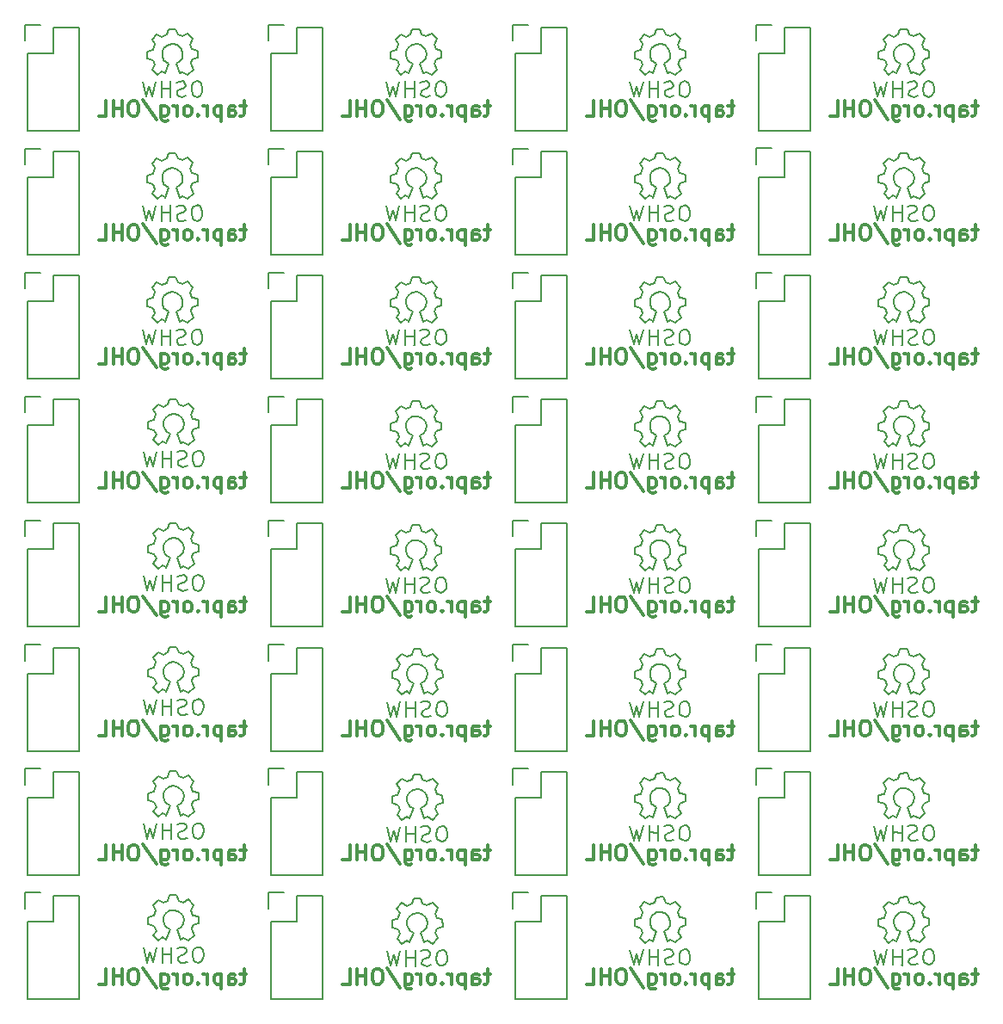
<source format=gbo>
G04 #@! TF.FileFunction,Legend,Bot*
%FSLAX46Y46*%
G04 Gerber Fmt 4.6, Leading zero omitted, Abs format (unit mm)*
G04 Created by KiCad (PCBNEW 4.0.2+e4-6225~38~ubuntu14.04.1-stable) date Fri 01 Jul 2016 09:40:48 PM CDT*
%MOMM*%
G01*
G04 APERTURE LIST*
%ADD10C,0.100000*%
%ADD11C,0.300000*%
%ADD12C,0.150000*%
G04 APERTURE END LIST*
D10*
D11*
X166750001Y-149078571D02*
X166178572Y-149078571D01*
X166535715Y-148578571D02*
X166535715Y-149864286D01*
X166464287Y-150007143D01*
X166321429Y-150078571D01*
X166178572Y-150078571D01*
X165035715Y-150078571D02*
X165035715Y-149292857D01*
X165107144Y-149150000D01*
X165250001Y-149078571D01*
X165535715Y-149078571D01*
X165678572Y-149150000D01*
X165035715Y-150007143D02*
X165178572Y-150078571D01*
X165535715Y-150078571D01*
X165678572Y-150007143D01*
X165750001Y-149864286D01*
X165750001Y-149721429D01*
X165678572Y-149578571D01*
X165535715Y-149507143D01*
X165178572Y-149507143D01*
X165035715Y-149435714D01*
X164321429Y-149078571D02*
X164321429Y-150578571D01*
X164321429Y-149150000D02*
X164178572Y-149078571D01*
X163892858Y-149078571D01*
X163750001Y-149150000D01*
X163678572Y-149221429D01*
X163607143Y-149364286D01*
X163607143Y-149792857D01*
X163678572Y-149935714D01*
X163750001Y-150007143D01*
X163892858Y-150078571D01*
X164178572Y-150078571D01*
X164321429Y-150007143D01*
X162964286Y-150078571D02*
X162964286Y-149078571D01*
X162964286Y-149364286D02*
X162892858Y-149221429D01*
X162821429Y-149150000D01*
X162678572Y-149078571D01*
X162535715Y-149078571D01*
X162035715Y-149935714D02*
X161964287Y-150007143D01*
X162035715Y-150078571D01*
X162107144Y-150007143D01*
X162035715Y-149935714D01*
X162035715Y-150078571D01*
X161107143Y-150078571D02*
X161250001Y-150007143D01*
X161321429Y-149935714D01*
X161392858Y-149792857D01*
X161392858Y-149364286D01*
X161321429Y-149221429D01*
X161250001Y-149150000D01*
X161107143Y-149078571D01*
X160892858Y-149078571D01*
X160750001Y-149150000D01*
X160678572Y-149221429D01*
X160607143Y-149364286D01*
X160607143Y-149792857D01*
X160678572Y-149935714D01*
X160750001Y-150007143D01*
X160892858Y-150078571D01*
X161107143Y-150078571D01*
X159964286Y-150078571D02*
X159964286Y-149078571D01*
X159964286Y-149364286D02*
X159892858Y-149221429D01*
X159821429Y-149150000D01*
X159678572Y-149078571D01*
X159535715Y-149078571D01*
X158392858Y-149078571D02*
X158392858Y-150292857D01*
X158464287Y-150435714D01*
X158535715Y-150507143D01*
X158678572Y-150578571D01*
X158892858Y-150578571D01*
X159035715Y-150507143D01*
X158392858Y-150007143D02*
X158535715Y-150078571D01*
X158821429Y-150078571D01*
X158964287Y-150007143D01*
X159035715Y-149935714D01*
X159107144Y-149792857D01*
X159107144Y-149364286D01*
X159035715Y-149221429D01*
X158964287Y-149150000D01*
X158821429Y-149078571D01*
X158535715Y-149078571D01*
X158392858Y-149150000D01*
X156607144Y-148507143D02*
X157892858Y-150435714D01*
X155821429Y-148578571D02*
X155535715Y-148578571D01*
X155392857Y-148650000D01*
X155250000Y-148792857D01*
X155178572Y-149078571D01*
X155178572Y-149578571D01*
X155250000Y-149864286D01*
X155392857Y-150007143D01*
X155535715Y-150078571D01*
X155821429Y-150078571D01*
X155964286Y-150007143D01*
X156107143Y-149864286D01*
X156178572Y-149578571D01*
X156178572Y-149078571D01*
X156107143Y-148792857D01*
X155964286Y-148650000D01*
X155821429Y-148578571D01*
X154535714Y-150078571D02*
X154535714Y-148578571D01*
X154535714Y-149292857D02*
X153678571Y-149292857D01*
X153678571Y-150078571D02*
X153678571Y-148578571D01*
X152249999Y-150078571D02*
X152964285Y-150078571D01*
X152964285Y-148578571D01*
X166750001Y-136878571D02*
X166178572Y-136878571D01*
X166535715Y-136378571D02*
X166535715Y-137664286D01*
X166464287Y-137807143D01*
X166321429Y-137878571D01*
X166178572Y-137878571D01*
X165035715Y-137878571D02*
X165035715Y-137092857D01*
X165107144Y-136950000D01*
X165250001Y-136878571D01*
X165535715Y-136878571D01*
X165678572Y-136950000D01*
X165035715Y-137807143D02*
X165178572Y-137878571D01*
X165535715Y-137878571D01*
X165678572Y-137807143D01*
X165750001Y-137664286D01*
X165750001Y-137521429D01*
X165678572Y-137378571D01*
X165535715Y-137307143D01*
X165178572Y-137307143D01*
X165035715Y-137235714D01*
X164321429Y-136878571D02*
X164321429Y-138378571D01*
X164321429Y-136950000D02*
X164178572Y-136878571D01*
X163892858Y-136878571D01*
X163750001Y-136950000D01*
X163678572Y-137021429D01*
X163607143Y-137164286D01*
X163607143Y-137592857D01*
X163678572Y-137735714D01*
X163750001Y-137807143D01*
X163892858Y-137878571D01*
X164178572Y-137878571D01*
X164321429Y-137807143D01*
X162964286Y-137878571D02*
X162964286Y-136878571D01*
X162964286Y-137164286D02*
X162892858Y-137021429D01*
X162821429Y-136950000D01*
X162678572Y-136878571D01*
X162535715Y-136878571D01*
X162035715Y-137735714D02*
X161964287Y-137807143D01*
X162035715Y-137878571D01*
X162107144Y-137807143D01*
X162035715Y-137735714D01*
X162035715Y-137878571D01*
X161107143Y-137878571D02*
X161250001Y-137807143D01*
X161321429Y-137735714D01*
X161392858Y-137592857D01*
X161392858Y-137164286D01*
X161321429Y-137021429D01*
X161250001Y-136950000D01*
X161107143Y-136878571D01*
X160892858Y-136878571D01*
X160750001Y-136950000D01*
X160678572Y-137021429D01*
X160607143Y-137164286D01*
X160607143Y-137592857D01*
X160678572Y-137735714D01*
X160750001Y-137807143D01*
X160892858Y-137878571D01*
X161107143Y-137878571D01*
X159964286Y-137878571D02*
X159964286Y-136878571D01*
X159964286Y-137164286D02*
X159892858Y-137021429D01*
X159821429Y-136950000D01*
X159678572Y-136878571D01*
X159535715Y-136878571D01*
X158392858Y-136878571D02*
X158392858Y-138092857D01*
X158464287Y-138235714D01*
X158535715Y-138307143D01*
X158678572Y-138378571D01*
X158892858Y-138378571D01*
X159035715Y-138307143D01*
X158392858Y-137807143D02*
X158535715Y-137878571D01*
X158821429Y-137878571D01*
X158964287Y-137807143D01*
X159035715Y-137735714D01*
X159107144Y-137592857D01*
X159107144Y-137164286D01*
X159035715Y-137021429D01*
X158964287Y-136950000D01*
X158821429Y-136878571D01*
X158535715Y-136878571D01*
X158392858Y-136950000D01*
X156607144Y-136307143D02*
X157892858Y-138235714D01*
X155821429Y-136378571D02*
X155535715Y-136378571D01*
X155392857Y-136450000D01*
X155250000Y-136592857D01*
X155178572Y-136878571D01*
X155178572Y-137378571D01*
X155250000Y-137664286D01*
X155392857Y-137807143D01*
X155535715Y-137878571D01*
X155821429Y-137878571D01*
X155964286Y-137807143D01*
X156107143Y-137664286D01*
X156178572Y-137378571D01*
X156178572Y-136878571D01*
X156107143Y-136592857D01*
X155964286Y-136450000D01*
X155821429Y-136378571D01*
X154535714Y-137878571D02*
X154535714Y-136378571D01*
X154535714Y-137092857D02*
X153678571Y-137092857D01*
X153678571Y-137878571D02*
X153678571Y-136378571D01*
X152249999Y-137878571D02*
X152964285Y-137878571D01*
X152964285Y-136378571D01*
X166750001Y-124678571D02*
X166178572Y-124678571D01*
X166535715Y-124178571D02*
X166535715Y-125464286D01*
X166464287Y-125607143D01*
X166321429Y-125678571D01*
X166178572Y-125678571D01*
X165035715Y-125678571D02*
X165035715Y-124892857D01*
X165107144Y-124750000D01*
X165250001Y-124678571D01*
X165535715Y-124678571D01*
X165678572Y-124750000D01*
X165035715Y-125607143D02*
X165178572Y-125678571D01*
X165535715Y-125678571D01*
X165678572Y-125607143D01*
X165750001Y-125464286D01*
X165750001Y-125321429D01*
X165678572Y-125178571D01*
X165535715Y-125107143D01*
X165178572Y-125107143D01*
X165035715Y-125035714D01*
X164321429Y-124678571D02*
X164321429Y-126178571D01*
X164321429Y-124750000D02*
X164178572Y-124678571D01*
X163892858Y-124678571D01*
X163750001Y-124750000D01*
X163678572Y-124821429D01*
X163607143Y-124964286D01*
X163607143Y-125392857D01*
X163678572Y-125535714D01*
X163750001Y-125607143D01*
X163892858Y-125678571D01*
X164178572Y-125678571D01*
X164321429Y-125607143D01*
X162964286Y-125678571D02*
X162964286Y-124678571D01*
X162964286Y-124964286D02*
X162892858Y-124821429D01*
X162821429Y-124750000D01*
X162678572Y-124678571D01*
X162535715Y-124678571D01*
X162035715Y-125535714D02*
X161964287Y-125607143D01*
X162035715Y-125678571D01*
X162107144Y-125607143D01*
X162035715Y-125535714D01*
X162035715Y-125678571D01*
X161107143Y-125678571D02*
X161250001Y-125607143D01*
X161321429Y-125535714D01*
X161392858Y-125392857D01*
X161392858Y-124964286D01*
X161321429Y-124821429D01*
X161250001Y-124750000D01*
X161107143Y-124678571D01*
X160892858Y-124678571D01*
X160750001Y-124750000D01*
X160678572Y-124821429D01*
X160607143Y-124964286D01*
X160607143Y-125392857D01*
X160678572Y-125535714D01*
X160750001Y-125607143D01*
X160892858Y-125678571D01*
X161107143Y-125678571D01*
X159964286Y-125678571D02*
X159964286Y-124678571D01*
X159964286Y-124964286D02*
X159892858Y-124821429D01*
X159821429Y-124750000D01*
X159678572Y-124678571D01*
X159535715Y-124678571D01*
X158392858Y-124678571D02*
X158392858Y-125892857D01*
X158464287Y-126035714D01*
X158535715Y-126107143D01*
X158678572Y-126178571D01*
X158892858Y-126178571D01*
X159035715Y-126107143D01*
X158392858Y-125607143D02*
X158535715Y-125678571D01*
X158821429Y-125678571D01*
X158964287Y-125607143D01*
X159035715Y-125535714D01*
X159107144Y-125392857D01*
X159107144Y-124964286D01*
X159035715Y-124821429D01*
X158964287Y-124750000D01*
X158821429Y-124678571D01*
X158535715Y-124678571D01*
X158392858Y-124750000D01*
X156607144Y-124107143D02*
X157892858Y-126035714D01*
X155821429Y-124178571D02*
X155535715Y-124178571D01*
X155392857Y-124250000D01*
X155250000Y-124392857D01*
X155178572Y-124678571D01*
X155178572Y-125178571D01*
X155250000Y-125464286D01*
X155392857Y-125607143D01*
X155535715Y-125678571D01*
X155821429Y-125678571D01*
X155964286Y-125607143D01*
X156107143Y-125464286D01*
X156178572Y-125178571D01*
X156178572Y-124678571D01*
X156107143Y-124392857D01*
X155964286Y-124250000D01*
X155821429Y-124178571D01*
X154535714Y-125678571D02*
X154535714Y-124178571D01*
X154535714Y-124892857D02*
X153678571Y-124892857D01*
X153678571Y-125678571D02*
X153678571Y-124178571D01*
X152249999Y-125678571D02*
X152964285Y-125678571D01*
X152964285Y-124178571D01*
X166750001Y-112478571D02*
X166178572Y-112478571D01*
X166535715Y-111978571D02*
X166535715Y-113264286D01*
X166464287Y-113407143D01*
X166321429Y-113478571D01*
X166178572Y-113478571D01*
X165035715Y-113478571D02*
X165035715Y-112692857D01*
X165107144Y-112550000D01*
X165250001Y-112478571D01*
X165535715Y-112478571D01*
X165678572Y-112550000D01*
X165035715Y-113407143D02*
X165178572Y-113478571D01*
X165535715Y-113478571D01*
X165678572Y-113407143D01*
X165750001Y-113264286D01*
X165750001Y-113121429D01*
X165678572Y-112978571D01*
X165535715Y-112907143D01*
X165178572Y-112907143D01*
X165035715Y-112835714D01*
X164321429Y-112478571D02*
X164321429Y-113978571D01*
X164321429Y-112550000D02*
X164178572Y-112478571D01*
X163892858Y-112478571D01*
X163750001Y-112550000D01*
X163678572Y-112621429D01*
X163607143Y-112764286D01*
X163607143Y-113192857D01*
X163678572Y-113335714D01*
X163750001Y-113407143D01*
X163892858Y-113478571D01*
X164178572Y-113478571D01*
X164321429Y-113407143D01*
X162964286Y-113478571D02*
X162964286Y-112478571D01*
X162964286Y-112764286D02*
X162892858Y-112621429D01*
X162821429Y-112550000D01*
X162678572Y-112478571D01*
X162535715Y-112478571D01*
X162035715Y-113335714D02*
X161964287Y-113407143D01*
X162035715Y-113478571D01*
X162107144Y-113407143D01*
X162035715Y-113335714D01*
X162035715Y-113478571D01*
X161107143Y-113478571D02*
X161250001Y-113407143D01*
X161321429Y-113335714D01*
X161392858Y-113192857D01*
X161392858Y-112764286D01*
X161321429Y-112621429D01*
X161250001Y-112550000D01*
X161107143Y-112478571D01*
X160892858Y-112478571D01*
X160750001Y-112550000D01*
X160678572Y-112621429D01*
X160607143Y-112764286D01*
X160607143Y-113192857D01*
X160678572Y-113335714D01*
X160750001Y-113407143D01*
X160892858Y-113478571D01*
X161107143Y-113478571D01*
X159964286Y-113478571D02*
X159964286Y-112478571D01*
X159964286Y-112764286D02*
X159892858Y-112621429D01*
X159821429Y-112550000D01*
X159678572Y-112478571D01*
X159535715Y-112478571D01*
X158392858Y-112478571D02*
X158392858Y-113692857D01*
X158464287Y-113835714D01*
X158535715Y-113907143D01*
X158678572Y-113978571D01*
X158892858Y-113978571D01*
X159035715Y-113907143D01*
X158392858Y-113407143D02*
X158535715Y-113478571D01*
X158821429Y-113478571D01*
X158964287Y-113407143D01*
X159035715Y-113335714D01*
X159107144Y-113192857D01*
X159107144Y-112764286D01*
X159035715Y-112621429D01*
X158964287Y-112550000D01*
X158821429Y-112478571D01*
X158535715Y-112478571D01*
X158392858Y-112550000D01*
X156607144Y-111907143D02*
X157892858Y-113835714D01*
X155821429Y-111978571D02*
X155535715Y-111978571D01*
X155392857Y-112050000D01*
X155250000Y-112192857D01*
X155178572Y-112478571D01*
X155178572Y-112978571D01*
X155250000Y-113264286D01*
X155392857Y-113407143D01*
X155535715Y-113478571D01*
X155821429Y-113478571D01*
X155964286Y-113407143D01*
X156107143Y-113264286D01*
X156178572Y-112978571D01*
X156178572Y-112478571D01*
X156107143Y-112192857D01*
X155964286Y-112050000D01*
X155821429Y-111978571D01*
X154535714Y-113478571D02*
X154535714Y-111978571D01*
X154535714Y-112692857D02*
X153678571Y-112692857D01*
X153678571Y-113478571D02*
X153678571Y-111978571D01*
X152249999Y-113478571D02*
X152964285Y-113478571D01*
X152964285Y-111978571D01*
X166750001Y-100278571D02*
X166178572Y-100278571D01*
X166535715Y-99778571D02*
X166535715Y-101064286D01*
X166464287Y-101207143D01*
X166321429Y-101278571D01*
X166178572Y-101278571D01*
X165035715Y-101278571D02*
X165035715Y-100492857D01*
X165107144Y-100350000D01*
X165250001Y-100278571D01*
X165535715Y-100278571D01*
X165678572Y-100350000D01*
X165035715Y-101207143D02*
X165178572Y-101278571D01*
X165535715Y-101278571D01*
X165678572Y-101207143D01*
X165750001Y-101064286D01*
X165750001Y-100921429D01*
X165678572Y-100778571D01*
X165535715Y-100707143D01*
X165178572Y-100707143D01*
X165035715Y-100635714D01*
X164321429Y-100278571D02*
X164321429Y-101778571D01*
X164321429Y-100350000D02*
X164178572Y-100278571D01*
X163892858Y-100278571D01*
X163750001Y-100350000D01*
X163678572Y-100421429D01*
X163607143Y-100564286D01*
X163607143Y-100992857D01*
X163678572Y-101135714D01*
X163750001Y-101207143D01*
X163892858Y-101278571D01*
X164178572Y-101278571D01*
X164321429Y-101207143D01*
X162964286Y-101278571D02*
X162964286Y-100278571D01*
X162964286Y-100564286D02*
X162892858Y-100421429D01*
X162821429Y-100350000D01*
X162678572Y-100278571D01*
X162535715Y-100278571D01*
X162035715Y-101135714D02*
X161964287Y-101207143D01*
X162035715Y-101278571D01*
X162107144Y-101207143D01*
X162035715Y-101135714D01*
X162035715Y-101278571D01*
X161107143Y-101278571D02*
X161250001Y-101207143D01*
X161321429Y-101135714D01*
X161392858Y-100992857D01*
X161392858Y-100564286D01*
X161321429Y-100421429D01*
X161250001Y-100350000D01*
X161107143Y-100278571D01*
X160892858Y-100278571D01*
X160750001Y-100350000D01*
X160678572Y-100421429D01*
X160607143Y-100564286D01*
X160607143Y-100992857D01*
X160678572Y-101135714D01*
X160750001Y-101207143D01*
X160892858Y-101278571D01*
X161107143Y-101278571D01*
X159964286Y-101278571D02*
X159964286Y-100278571D01*
X159964286Y-100564286D02*
X159892858Y-100421429D01*
X159821429Y-100350000D01*
X159678572Y-100278571D01*
X159535715Y-100278571D01*
X158392858Y-100278571D02*
X158392858Y-101492857D01*
X158464287Y-101635714D01*
X158535715Y-101707143D01*
X158678572Y-101778571D01*
X158892858Y-101778571D01*
X159035715Y-101707143D01*
X158392858Y-101207143D02*
X158535715Y-101278571D01*
X158821429Y-101278571D01*
X158964287Y-101207143D01*
X159035715Y-101135714D01*
X159107144Y-100992857D01*
X159107144Y-100564286D01*
X159035715Y-100421429D01*
X158964287Y-100350000D01*
X158821429Y-100278571D01*
X158535715Y-100278571D01*
X158392858Y-100350000D01*
X156607144Y-99707143D02*
X157892858Y-101635714D01*
X155821429Y-99778571D02*
X155535715Y-99778571D01*
X155392857Y-99850000D01*
X155250000Y-99992857D01*
X155178572Y-100278571D01*
X155178572Y-100778571D01*
X155250000Y-101064286D01*
X155392857Y-101207143D01*
X155535715Y-101278571D01*
X155821429Y-101278571D01*
X155964286Y-101207143D01*
X156107143Y-101064286D01*
X156178572Y-100778571D01*
X156178572Y-100278571D01*
X156107143Y-99992857D01*
X155964286Y-99850000D01*
X155821429Y-99778571D01*
X154535714Y-101278571D02*
X154535714Y-99778571D01*
X154535714Y-100492857D02*
X153678571Y-100492857D01*
X153678571Y-101278571D02*
X153678571Y-99778571D01*
X152249999Y-101278571D02*
X152964285Y-101278571D01*
X152964285Y-99778571D01*
X166750001Y-88078571D02*
X166178572Y-88078571D01*
X166535715Y-87578571D02*
X166535715Y-88864286D01*
X166464287Y-89007143D01*
X166321429Y-89078571D01*
X166178572Y-89078571D01*
X165035715Y-89078571D02*
X165035715Y-88292857D01*
X165107144Y-88150000D01*
X165250001Y-88078571D01*
X165535715Y-88078571D01*
X165678572Y-88150000D01*
X165035715Y-89007143D02*
X165178572Y-89078571D01*
X165535715Y-89078571D01*
X165678572Y-89007143D01*
X165750001Y-88864286D01*
X165750001Y-88721429D01*
X165678572Y-88578571D01*
X165535715Y-88507143D01*
X165178572Y-88507143D01*
X165035715Y-88435714D01*
X164321429Y-88078571D02*
X164321429Y-89578571D01*
X164321429Y-88150000D02*
X164178572Y-88078571D01*
X163892858Y-88078571D01*
X163750001Y-88150000D01*
X163678572Y-88221429D01*
X163607143Y-88364286D01*
X163607143Y-88792857D01*
X163678572Y-88935714D01*
X163750001Y-89007143D01*
X163892858Y-89078571D01*
X164178572Y-89078571D01*
X164321429Y-89007143D01*
X162964286Y-89078571D02*
X162964286Y-88078571D01*
X162964286Y-88364286D02*
X162892858Y-88221429D01*
X162821429Y-88150000D01*
X162678572Y-88078571D01*
X162535715Y-88078571D01*
X162035715Y-88935714D02*
X161964287Y-89007143D01*
X162035715Y-89078571D01*
X162107144Y-89007143D01*
X162035715Y-88935714D01*
X162035715Y-89078571D01*
X161107143Y-89078571D02*
X161250001Y-89007143D01*
X161321429Y-88935714D01*
X161392858Y-88792857D01*
X161392858Y-88364286D01*
X161321429Y-88221429D01*
X161250001Y-88150000D01*
X161107143Y-88078571D01*
X160892858Y-88078571D01*
X160750001Y-88150000D01*
X160678572Y-88221429D01*
X160607143Y-88364286D01*
X160607143Y-88792857D01*
X160678572Y-88935714D01*
X160750001Y-89007143D01*
X160892858Y-89078571D01*
X161107143Y-89078571D01*
X159964286Y-89078571D02*
X159964286Y-88078571D01*
X159964286Y-88364286D02*
X159892858Y-88221429D01*
X159821429Y-88150000D01*
X159678572Y-88078571D01*
X159535715Y-88078571D01*
X158392858Y-88078571D02*
X158392858Y-89292857D01*
X158464287Y-89435714D01*
X158535715Y-89507143D01*
X158678572Y-89578571D01*
X158892858Y-89578571D01*
X159035715Y-89507143D01*
X158392858Y-89007143D02*
X158535715Y-89078571D01*
X158821429Y-89078571D01*
X158964287Y-89007143D01*
X159035715Y-88935714D01*
X159107144Y-88792857D01*
X159107144Y-88364286D01*
X159035715Y-88221429D01*
X158964287Y-88150000D01*
X158821429Y-88078571D01*
X158535715Y-88078571D01*
X158392858Y-88150000D01*
X156607144Y-87507143D02*
X157892858Y-89435714D01*
X155821429Y-87578571D02*
X155535715Y-87578571D01*
X155392857Y-87650000D01*
X155250000Y-87792857D01*
X155178572Y-88078571D01*
X155178572Y-88578571D01*
X155250000Y-88864286D01*
X155392857Y-89007143D01*
X155535715Y-89078571D01*
X155821429Y-89078571D01*
X155964286Y-89007143D01*
X156107143Y-88864286D01*
X156178572Y-88578571D01*
X156178572Y-88078571D01*
X156107143Y-87792857D01*
X155964286Y-87650000D01*
X155821429Y-87578571D01*
X154535714Y-89078571D02*
X154535714Y-87578571D01*
X154535714Y-88292857D02*
X153678571Y-88292857D01*
X153678571Y-89078571D02*
X153678571Y-87578571D01*
X152249999Y-89078571D02*
X152964285Y-89078571D01*
X152964285Y-87578571D01*
X166750001Y-75878571D02*
X166178572Y-75878571D01*
X166535715Y-75378571D02*
X166535715Y-76664286D01*
X166464287Y-76807143D01*
X166321429Y-76878571D01*
X166178572Y-76878571D01*
X165035715Y-76878571D02*
X165035715Y-76092857D01*
X165107144Y-75950000D01*
X165250001Y-75878571D01*
X165535715Y-75878571D01*
X165678572Y-75950000D01*
X165035715Y-76807143D02*
X165178572Y-76878571D01*
X165535715Y-76878571D01*
X165678572Y-76807143D01*
X165750001Y-76664286D01*
X165750001Y-76521429D01*
X165678572Y-76378571D01*
X165535715Y-76307143D01*
X165178572Y-76307143D01*
X165035715Y-76235714D01*
X164321429Y-75878571D02*
X164321429Y-77378571D01*
X164321429Y-75950000D02*
X164178572Y-75878571D01*
X163892858Y-75878571D01*
X163750001Y-75950000D01*
X163678572Y-76021429D01*
X163607143Y-76164286D01*
X163607143Y-76592857D01*
X163678572Y-76735714D01*
X163750001Y-76807143D01*
X163892858Y-76878571D01*
X164178572Y-76878571D01*
X164321429Y-76807143D01*
X162964286Y-76878571D02*
X162964286Y-75878571D01*
X162964286Y-76164286D02*
X162892858Y-76021429D01*
X162821429Y-75950000D01*
X162678572Y-75878571D01*
X162535715Y-75878571D01*
X162035715Y-76735714D02*
X161964287Y-76807143D01*
X162035715Y-76878571D01*
X162107144Y-76807143D01*
X162035715Y-76735714D01*
X162035715Y-76878571D01*
X161107143Y-76878571D02*
X161250001Y-76807143D01*
X161321429Y-76735714D01*
X161392858Y-76592857D01*
X161392858Y-76164286D01*
X161321429Y-76021429D01*
X161250001Y-75950000D01*
X161107143Y-75878571D01*
X160892858Y-75878571D01*
X160750001Y-75950000D01*
X160678572Y-76021429D01*
X160607143Y-76164286D01*
X160607143Y-76592857D01*
X160678572Y-76735714D01*
X160750001Y-76807143D01*
X160892858Y-76878571D01*
X161107143Y-76878571D01*
X159964286Y-76878571D02*
X159964286Y-75878571D01*
X159964286Y-76164286D02*
X159892858Y-76021429D01*
X159821429Y-75950000D01*
X159678572Y-75878571D01*
X159535715Y-75878571D01*
X158392858Y-75878571D02*
X158392858Y-77092857D01*
X158464287Y-77235714D01*
X158535715Y-77307143D01*
X158678572Y-77378571D01*
X158892858Y-77378571D01*
X159035715Y-77307143D01*
X158392858Y-76807143D02*
X158535715Y-76878571D01*
X158821429Y-76878571D01*
X158964287Y-76807143D01*
X159035715Y-76735714D01*
X159107144Y-76592857D01*
X159107144Y-76164286D01*
X159035715Y-76021429D01*
X158964287Y-75950000D01*
X158821429Y-75878571D01*
X158535715Y-75878571D01*
X158392858Y-75950000D01*
X156607144Y-75307143D02*
X157892858Y-77235714D01*
X155821429Y-75378571D02*
X155535715Y-75378571D01*
X155392857Y-75450000D01*
X155250000Y-75592857D01*
X155178572Y-75878571D01*
X155178572Y-76378571D01*
X155250000Y-76664286D01*
X155392857Y-76807143D01*
X155535715Y-76878571D01*
X155821429Y-76878571D01*
X155964286Y-76807143D01*
X156107143Y-76664286D01*
X156178572Y-76378571D01*
X156178572Y-75878571D01*
X156107143Y-75592857D01*
X155964286Y-75450000D01*
X155821429Y-75378571D01*
X154535714Y-76878571D02*
X154535714Y-75378571D01*
X154535714Y-76092857D02*
X153678571Y-76092857D01*
X153678571Y-76878571D02*
X153678571Y-75378571D01*
X152249999Y-76878571D02*
X152964285Y-76878571D01*
X152964285Y-75378571D01*
X142750001Y-149078571D02*
X142178572Y-149078571D01*
X142535715Y-148578571D02*
X142535715Y-149864286D01*
X142464287Y-150007143D01*
X142321429Y-150078571D01*
X142178572Y-150078571D01*
X141035715Y-150078571D02*
X141035715Y-149292857D01*
X141107144Y-149150000D01*
X141250001Y-149078571D01*
X141535715Y-149078571D01*
X141678572Y-149150000D01*
X141035715Y-150007143D02*
X141178572Y-150078571D01*
X141535715Y-150078571D01*
X141678572Y-150007143D01*
X141750001Y-149864286D01*
X141750001Y-149721429D01*
X141678572Y-149578571D01*
X141535715Y-149507143D01*
X141178572Y-149507143D01*
X141035715Y-149435714D01*
X140321429Y-149078571D02*
X140321429Y-150578571D01*
X140321429Y-149150000D02*
X140178572Y-149078571D01*
X139892858Y-149078571D01*
X139750001Y-149150000D01*
X139678572Y-149221429D01*
X139607143Y-149364286D01*
X139607143Y-149792857D01*
X139678572Y-149935714D01*
X139750001Y-150007143D01*
X139892858Y-150078571D01*
X140178572Y-150078571D01*
X140321429Y-150007143D01*
X138964286Y-150078571D02*
X138964286Y-149078571D01*
X138964286Y-149364286D02*
X138892858Y-149221429D01*
X138821429Y-149150000D01*
X138678572Y-149078571D01*
X138535715Y-149078571D01*
X138035715Y-149935714D02*
X137964287Y-150007143D01*
X138035715Y-150078571D01*
X138107144Y-150007143D01*
X138035715Y-149935714D01*
X138035715Y-150078571D01*
X137107143Y-150078571D02*
X137250001Y-150007143D01*
X137321429Y-149935714D01*
X137392858Y-149792857D01*
X137392858Y-149364286D01*
X137321429Y-149221429D01*
X137250001Y-149150000D01*
X137107143Y-149078571D01*
X136892858Y-149078571D01*
X136750001Y-149150000D01*
X136678572Y-149221429D01*
X136607143Y-149364286D01*
X136607143Y-149792857D01*
X136678572Y-149935714D01*
X136750001Y-150007143D01*
X136892858Y-150078571D01*
X137107143Y-150078571D01*
X135964286Y-150078571D02*
X135964286Y-149078571D01*
X135964286Y-149364286D02*
X135892858Y-149221429D01*
X135821429Y-149150000D01*
X135678572Y-149078571D01*
X135535715Y-149078571D01*
X134392858Y-149078571D02*
X134392858Y-150292857D01*
X134464287Y-150435714D01*
X134535715Y-150507143D01*
X134678572Y-150578571D01*
X134892858Y-150578571D01*
X135035715Y-150507143D01*
X134392858Y-150007143D02*
X134535715Y-150078571D01*
X134821429Y-150078571D01*
X134964287Y-150007143D01*
X135035715Y-149935714D01*
X135107144Y-149792857D01*
X135107144Y-149364286D01*
X135035715Y-149221429D01*
X134964287Y-149150000D01*
X134821429Y-149078571D01*
X134535715Y-149078571D01*
X134392858Y-149150000D01*
X132607144Y-148507143D02*
X133892858Y-150435714D01*
X131821429Y-148578571D02*
X131535715Y-148578571D01*
X131392857Y-148650000D01*
X131250000Y-148792857D01*
X131178572Y-149078571D01*
X131178572Y-149578571D01*
X131250000Y-149864286D01*
X131392857Y-150007143D01*
X131535715Y-150078571D01*
X131821429Y-150078571D01*
X131964286Y-150007143D01*
X132107143Y-149864286D01*
X132178572Y-149578571D01*
X132178572Y-149078571D01*
X132107143Y-148792857D01*
X131964286Y-148650000D01*
X131821429Y-148578571D01*
X130535714Y-150078571D02*
X130535714Y-148578571D01*
X130535714Y-149292857D02*
X129678571Y-149292857D01*
X129678571Y-150078571D02*
X129678571Y-148578571D01*
X128249999Y-150078571D02*
X128964285Y-150078571D01*
X128964285Y-148578571D01*
X142750001Y-136878571D02*
X142178572Y-136878571D01*
X142535715Y-136378571D02*
X142535715Y-137664286D01*
X142464287Y-137807143D01*
X142321429Y-137878571D01*
X142178572Y-137878571D01*
X141035715Y-137878571D02*
X141035715Y-137092857D01*
X141107144Y-136950000D01*
X141250001Y-136878571D01*
X141535715Y-136878571D01*
X141678572Y-136950000D01*
X141035715Y-137807143D02*
X141178572Y-137878571D01*
X141535715Y-137878571D01*
X141678572Y-137807143D01*
X141750001Y-137664286D01*
X141750001Y-137521429D01*
X141678572Y-137378571D01*
X141535715Y-137307143D01*
X141178572Y-137307143D01*
X141035715Y-137235714D01*
X140321429Y-136878571D02*
X140321429Y-138378571D01*
X140321429Y-136950000D02*
X140178572Y-136878571D01*
X139892858Y-136878571D01*
X139750001Y-136950000D01*
X139678572Y-137021429D01*
X139607143Y-137164286D01*
X139607143Y-137592857D01*
X139678572Y-137735714D01*
X139750001Y-137807143D01*
X139892858Y-137878571D01*
X140178572Y-137878571D01*
X140321429Y-137807143D01*
X138964286Y-137878571D02*
X138964286Y-136878571D01*
X138964286Y-137164286D02*
X138892858Y-137021429D01*
X138821429Y-136950000D01*
X138678572Y-136878571D01*
X138535715Y-136878571D01*
X138035715Y-137735714D02*
X137964287Y-137807143D01*
X138035715Y-137878571D01*
X138107144Y-137807143D01*
X138035715Y-137735714D01*
X138035715Y-137878571D01*
X137107143Y-137878571D02*
X137250001Y-137807143D01*
X137321429Y-137735714D01*
X137392858Y-137592857D01*
X137392858Y-137164286D01*
X137321429Y-137021429D01*
X137250001Y-136950000D01*
X137107143Y-136878571D01*
X136892858Y-136878571D01*
X136750001Y-136950000D01*
X136678572Y-137021429D01*
X136607143Y-137164286D01*
X136607143Y-137592857D01*
X136678572Y-137735714D01*
X136750001Y-137807143D01*
X136892858Y-137878571D01*
X137107143Y-137878571D01*
X135964286Y-137878571D02*
X135964286Y-136878571D01*
X135964286Y-137164286D02*
X135892858Y-137021429D01*
X135821429Y-136950000D01*
X135678572Y-136878571D01*
X135535715Y-136878571D01*
X134392858Y-136878571D02*
X134392858Y-138092857D01*
X134464287Y-138235714D01*
X134535715Y-138307143D01*
X134678572Y-138378571D01*
X134892858Y-138378571D01*
X135035715Y-138307143D01*
X134392858Y-137807143D02*
X134535715Y-137878571D01*
X134821429Y-137878571D01*
X134964287Y-137807143D01*
X135035715Y-137735714D01*
X135107144Y-137592857D01*
X135107144Y-137164286D01*
X135035715Y-137021429D01*
X134964287Y-136950000D01*
X134821429Y-136878571D01*
X134535715Y-136878571D01*
X134392858Y-136950000D01*
X132607144Y-136307143D02*
X133892858Y-138235714D01*
X131821429Y-136378571D02*
X131535715Y-136378571D01*
X131392857Y-136450000D01*
X131250000Y-136592857D01*
X131178572Y-136878571D01*
X131178572Y-137378571D01*
X131250000Y-137664286D01*
X131392857Y-137807143D01*
X131535715Y-137878571D01*
X131821429Y-137878571D01*
X131964286Y-137807143D01*
X132107143Y-137664286D01*
X132178572Y-137378571D01*
X132178572Y-136878571D01*
X132107143Y-136592857D01*
X131964286Y-136450000D01*
X131821429Y-136378571D01*
X130535714Y-137878571D02*
X130535714Y-136378571D01*
X130535714Y-137092857D02*
X129678571Y-137092857D01*
X129678571Y-137878571D02*
X129678571Y-136378571D01*
X128249999Y-137878571D02*
X128964285Y-137878571D01*
X128964285Y-136378571D01*
X142750001Y-124678571D02*
X142178572Y-124678571D01*
X142535715Y-124178571D02*
X142535715Y-125464286D01*
X142464287Y-125607143D01*
X142321429Y-125678571D01*
X142178572Y-125678571D01*
X141035715Y-125678571D02*
X141035715Y-124892857D01*
X141107144Y-124750000D01*
X141250001Y-124678571D01*
X141535715Y-124678571D01*
X141678572Y-124750000D01*
X141035715Y-125607143D02*
X141178572Y-125678571D01*
X141535715Y-125678571D01*
X141678572Y-125607143D01*
X141750001Y-125464286D01*
X141750001Y-125321429D01*
X141678572Y-125178571D01*
X141535715Y-125107143D01*
X141178572Y-125107143D01*
X141035715Y-125035714D01*
X140321429Y-124678571D02*
X140321429Y-126178571D01*
X140321429Y-124750000D02*
X140178572Y-124678571D01*
X139892858Y-124678571D01*
X139750001Y-124750000D01*
X139678572Y-124821429D01*
X139607143Y-124964286D01*
X139607143Y-125392857D01*
X139678572Y-125535714D01*
X139750001Y-125607143D01*
X139892858Y-125678571D01*
X140178572Y-125678571D01*
X140321429Y-125607143D01*
X138964286Y-125678571D02*
X138964286Y-124678571D01*
X138964286Y-124964286D02*
X138892858Y-124821429D01*
X138821429Y-124750000D01*
X138678572Y-124678571D01*
X138535715Y-124678571D01*
X138035715Y-125535714D02*
X137964287Y-125607143D01*
X138035715Y-125678571D01*
X138107144Y-125607143D01*
X138035715Y-125535714D01*
X138035715Y-125678571D01*
X137107143Y-125678571D02*
X137250001Y-125607143D01*
X137321429Y-125535714D01*
X137392858Y-125392857D01*
X137392858Y-124964286D01*
X137321429Y-124821429D01*
X137250001Y-124750000D01*
X137107143Y-124678571D01*
X136892858Y-124678571D01*
X136750001Y-124750000D01*
X136678572Y-124821429D01*
X136607143Y-124964286D01*
X136607143Y-125392857D01*
X136678572Y-125535714D01*
X136750001Y-125607143D01*
X136892858Y-125678571D01*
X137107143Y-125678571D01*
X135964286Y-125678571D02*
X135964286Y-124678571D01*
X135964286Y-124964286D02*
X135892858Y-124821429D01*
X135821429Y-124750000D01*
X135678572Y-124678571D01*
X135535715Y-124678571D01*
X134392858Y-124678571D02*
X134392858Y-125892857D01*
X134464287Y-126035714D01*
X134535715Y-126107143D01*
X134678572Y-126178571D01*
X134892858Y-126178571D01*
X135035715Y-126107143D01*
X134392858Y-125607143D02*
X134535715Y-125678571D01*
X134821429Y-125678571D01*
X134964287Y-125607143D01*
X135035715Y-125535714D01*
X135107144Y-125392857D01*
X135107144Y-124964286D01*
X135035715Y-124821429D01*
X134964287Y-124750000D01*
X134821429Y-124678571D01*
X134535715Y-124678571D01*
X134392858Y-124750000D01*
X132607144Y-124107143D02*
X133892858Y-126035714D01*
X131821429Y-124178571D02*
X131535715Y-124178571D01*
X131392857Y-124250000D01*
X131250000Y-124392857D01*
X131178572Y-124678571D01*
X131178572Y-125178571D01*
X131250000Y-125464286D01*
X131392857Y-125607143D01*
X131535715Y-125678571D01*
X131821429Y-125678571D01*
X131964286Y-125607143D01*
X132107143Y-125464286D01*
X132178572Y-125178571D01*
X132178572Y-124678571D01*
X132107143Y-124392857D01*
X131964286Y-124250000D01*
X131821429Y-124178571D01*
X130535714Y-125678571D02*
X130535714Y-124178571D01*
X130535714Y-124892857D02*
X129678571Y-124892857D01*
X129678571Y-125678571D02*
X129678571Y-124178571D01*
X128249999Y-125678571D02*
X128964285Y-125678571D01*
X128964285Y-124178571D01*
X142750001Y-112478571D02*
X142178572Y-112478571D01*
X142535715Y-111978571D02*
X142535715Y-113264286D01*
X142464287Y-113407143D01*
X142321429Y-113478571D01*
X142178572Y-113478571D01*
X141035715Y-113478571D02*
X141035715Y-112692857D01*
X141107144Y-112550000D01*
X141250001Y-112478571D01*
X141535715Y-112478571D01*
X141678572Y-112550000D01*
X141035715Y-113407143D02*
X141178572Y-113478571D01*
X141535715Y-113478571D01*
X141678572Y-113407143D01*
X141750001Y-113264286D01*
X141750001Y-113121429D01*
X141678572Y-112978571D01*
X141535715Y-112907143D01*
X141178572Y-112907143D01*
X141035715Y-112835714D01*
X140321429Y-112478571D02*
X140321429Y-113978571D01*
X140321429Y-112550000D02*
X140178572Y-112478571D01*
X139892858Y-112478571D01*
X139750001Y-112550000D01*
X139678572Y-112621429D01*
X139607143Y-112764286D01*
X139607143Y-113192857D01*
X139678572Y-113335714D01*
X139750001Y-113407143D01*
X139892858Y-113478571D01*
X140178572Y-113478571D01*
X140321429Y-113407143D01*
X138964286Y-113478571D02*
X138964286Y-112478571D01*
X138964286Y-112764286D02*
X138892858Y-112621429D01*
X138821429Y-112550000D01*
X138678572Y-112478571D01*
X138535715Y-112478571D01*
X138035715Y-113335714D02*
X137964287Y-113407143D01*
X138035715Y-113478571D01*
X138107144Y-113407143D01*
X138035715Y-113335714D01*
X138035715Y-113478571D01*
X137107143Y-113478571D02*
X137250001Y-113407143D01*
X137321429Y-113335714D01*
X137392858Y-113192857D01*
X137392858Y-112764286D01*
X137321429Y-112621429D01*
X137250001Y-112550000D01*
X137107143Y-112478571D01*
X136892858Y-112478571D01*
X136750001Y-112550000D01*
X136678572Y-112621429D01*
X136607143Y-112764286D01*
X136607143Y-113192857D01*
X136678572Y-113335714D01*
X136750001Y-113407143D01*
X136892858Y-113478571D01*
X137107143Y-113478571D01*
X135964286Y-113478571D02*
X135964286Y-112478571D01*
X135964286Y-112764286D02*
X135892858Y-112621429D01*
X135821429Y-112550000D01*
X135678572Y-112478571D01*
X135535715Y-112478571D01*
X134392858Y-112478571D02*
X134392858Y-113692857D01*
X134464287Y-113835714D01*
X134535715Y-113907143D01*
X134678572Y-113978571D01*
X134892858Y-113978571D01*
X135035715Y-113907143D01*
X134392858Y-113407143D02*
X134535715Y-113478571D01*
X134821429Y-113478571D01*
X134964287Y-113407143D01*
X135035715Y-113335714D01*
X135107144Y-113192857D01*
X135107144Y-112764286D01*
X135035715Y-112621429D01*
X134964287Y-112550000D01*
X134821429Y-112478571D01*
X134535715Y-112478571D01*
X134392858Y-112550000D01*
X132607144Y-111907143D02*
X133892858Y-113835714D01*
X131821429Y-111978571D02*
X131535715Y-111978571D01*
X131392857Y-112050000D01*
X131250000Y-112192857D01*
X131178572Y-112478571D01*
X131178572Y-112978571D01*
X131250000Y-113264286D01*
X131392857Y-113407143D01*
X131535715Y-113478571D01*
X131821429Y-113478571D01*
X131964286Y-113407143D01*
X132107143Y-113264286D01*
X132178572Y-112978571D01*
X132178572Y-112478571D01*
X132107143Y-112192857D01*
X131964286Y-112050000D01*
X131821429Y-111978571D01*
X130535714Y-113478571D02*
X130535714Y-111978571D01*
X130535714Y-112692857D02*
X129678571Y-112692857D01*
X129678571Y-113478571D02*
X129678571Y-111978571D01*
X128249999Y-113478571D02*
X128964285Y-113478571D01*
X128964285Y-111978571D01*
X142750001Y-100278571D02*
X142178572Y-100278571D01*
X142535715Y-99778571D02*
X142535715Y-101064286D01*
X142464287Y-101207143D01*
X142321429Y-101278571D01*
X142178572Y-101278571D01*
X141035715Y-101278571D02*
X141035715Y-100492857D01*
X141107144Y-100350000D01*
X141250001Y-100278571D01*
X141535715Y-100278571D01*
X141678572Y-100350000D01*
X141035715Y-101207143D02*
X141178572Y-101278571D01*
X141535715Y-101278571D01*
X141678572Y-101207143D01*
X141750001Y-101064286D01*
X141750001Y-100921429D01*
X141678572Y-100778571D01*
X141535715Y-100707143D01*
X141178572Y-100707143D01*
X141035715Y-100635714D01*
X140321429Y-100278571D02*
X140321429Y-101778571D01*
X140321429Y-100350000D02*
X140178572Y-100278571D01*
X139892858Y-100278571D01*
X139750001Y-100350000D01*
X139678572Y-100421429D01*
X139607143Y-100564286D01*
X139607143Y-100992857D01*
X139678572Y-101135714D01*
X139750001Y-101207143D01*
X139892858Y-101278571D01*
X140178572Y-101278571D01*
X140321429Y-101207143D01*
X138964286Y-101278571D02*
X138964286Y-100278571D01*
X138964286Y-100564286D02*
X138892858Y-100421429D01*
X138821429Y-100350000D01*
X138678572Y-100278571D01*
X138535715Y-100278571D01*
X138035715Y-101135714D02*
X137964287Y-101207143D01*
X138035715Y-101278571D01*
X138107144Y-101207143D01*
X138035715Y-101135714D01*
X138035715Y-101278571D01*
X137107143Y-101278571D02*
X137250001Y-101207143D01*
X137321429Y-101135714D01*
X137392858Y-100992857D01*
X137392858Y-100564286D01*
X137321429Y-100421429D01*
X137250001Y-100350000D01*
X137107143Y-100278571D01*
X136892858Y-100278571D01*
X136750001Y-100350000D01*
X136678572Y-100421429D01*
X136607143Y-100564286D01*
X136607143Y-100992857D01*
X136678572Y-101135714D01*
X136750001Y-101207143D01*
X136892858Y-101278571D01*
X137107143Y-101278571D01*
X135964286Y-101278571D02*
X135964286Y-100278571D01*
X135964286Y-100564286D02*
X135892858Y-100421429D01*
X135821429Y-100350000D01*
X135678572Y-100278571D01*
X135535715Y-100278571D01*
X134392858Y-100278571D02*
X134392858Y-101492857D01*
X134464287Y-101635714D01*
X134535715Y-101707143D01*
X134678572Y-101778571D01*
X134892858Y-101778571D01*
X135035715Y-101707143D01*
X134392858Y-101207143D02*
X134535715Y-101278571D01*
X134821429Y-101278571D01*
X134964287Y-101207143D01*
X135035715Y-101135714D01*
X135107144Y-100992857D01*
X135107144Y-100564286D01*
X135035715Y-100421429D01*
X134964287Y-100350000D01*
X134821429Y-100278571D01*
X134535715Y-100278571D01*
X134392858Y-100350000D01*
X132607144Y-99707143D02*
X133892858Y-101635714D01*
X131821429Y-99778571D02*
X131535715Y-99778571D01*
X131392857Y-99850000D01*
X131250000Y-99992857D01*
X131178572Y-100278571D01*
X131178572Y-100778571D01*
X131250000Y-101064286D01*
X131392857Y-101207143D01*
X131535715Y-101278571D01*
X131821429Y-101278571D01*
X131964286Y-101207143D01*
X132107143Y-101064286D01*
X132178572Y-100778571D01*
X132178572Y-100278571D01*
X132107143Y-99992857D01*
X131964286Y-99850000D01*
X131821429Y-99778571D01*
X130535714Y-101278571D02*
X130535714Y-99778571D01*
X130535714Y-100492857D02*
X129678571Y-100492857D01*
X129678571Y-101278571D02*
X129678571Y-99778571D01*
X128249999Y-101278571D02*
X128964285Y-101278571D01*
X128964285Y-99778571D01*
X142750001Y-88078571D02*
X142178572Y-88078571D01*
X142535715Y-87578571D02*
X142535715Y-88864286D01*
X142464287Y-89007143D01*
X142321429Y-89078571D01*
X142178572Y-89078571D01*
X141035715Y-89078571D02*
X141035715Y-88292857D01*
X141107144Y-88150000D01*
X141250001Y-88078571D01*
X141535715Y-88078571D01*
X141678572Y-88150000D01*
X141035715Y-89007143D02*
X141178572Y-89078571D01*
X141535715Y-89078571D01*
X141678572Y-89007143D01*
X141750001Y-88864286D01*
X141750001Y-88721429D01*
X141678572Y-88578571D01*
X141535715Y-88507143D01*
X141178572Y-88507143D01*
X141035715Y-88435714D01*
X140321429Y-88078571D02*
X140321429Y-89578571D01*
X140321429Y-88150000D02*
X140178572Y-88078571D01*
X139892858Y-88078571D01*
X139750001Y-88150000D01*
X139678572Y-88221429D01*
X139607143Y-88364286D01*
X139607143Y-88792857D01*
X139678572Y-88935714D01*
X139750001Y-89007143D01*
X139892858Y-89078571D01*
X140178572Y-89078571D01*
X140321429Y-89007143D01*
X138964286Y-89078571D02*
X138964286Y-88078571D01*
X138964286Y-88364286D02*
X138892858Y-88221429D01*
X138821429Y-88150000D01*
X138678572Y-88078571D01*
X138535715Y-88078571D01*
X138035715Y-88935714D02*
X137964287Y-89007143D01*
X138035715Y-89078571D01*
X138107144Y-89007143D01*
X138035715Y-88935714D01*
X138035715Y-89078571D01*
X137107143Y-89078571D02*
X137250001Y-89007143D01*
X137321429Y-88935714D01*
X137392858Y-88792857D01*
X137392858Y-88364286D01*
X137321429Y-88221429D01*
X137250001Y-88150000D01*
X137107143Y-88078571D01*
X136892858Y-88078571D01*
X136750001Y-88150000D01*
X136678572Y-88221429D01*
X136607143Y-88364286D01*
X136607143Y-88792857D01*
X136678572Y-88935714D01*
X136750001Y-89007143D01*
X136892858Y-89078571D01*
X137107143Y-89078571D01*
X135964286Y-89078571D02*
X135964286Y-88078571D01*
X135964286Y-88364286D02*
X135892858Y-88221429D01*
X135821429Y-88150000D01*
X135678572Y-88078571D01*
X135535715Y-88078571D01*
X134392858Y-88078571D02*
X134392858Y-89292857D01*
X134464287Y-89435714D01*
X134535715Y-89507143D01*
X134678572Y-89578571D01*
X134892858Y-89578571D01*
X135035715Y-89507143D01*
X134392858Y-89007143D02*
X134535715Y-89078571D01*
X134821429Y-89078571D01*
X134964287Y-89007143D01*
X135035715Y-88935714D01*
X135107144Y-88792857D01*
X135107144Y-88364286D01*
X135035715Y-88221429D01*
X134964287Y-88150000D01*
X134821429Y-88078571D01*
X134535715Y-88078571D01*
X134392858Y-88150000D01*
X132607144Y-87507143D02*
X133892858Y-89435714D01*
X131821429Y-87578571D02*
X131535715Y-87578571D01*
X131392857Y-87650000D01*
X131250000Y-87792857D01*
X131178572Y-88078571D01*
X131178572Y-88578571D01*
X131250000Y-88864286D01*
X131392857Y-89007143D01*
X131535715Y-89078571D01*
X131821429Y-89078571D01*
X131964286Y-89007143D01*
X132107143Y-88864286D01*
X132178572Y-88578571D01*
X132178572Y-88078571D01*
X132107143Y-87792857D01*
X131964286Y-87650000D01*
X131821429Y-87578571D01*
X130535714Y-89078571D02*
X130535714Y-87578571D01*
X130535714Y-88292857D02*
X129678571Y-88292857D01*
X129678571Y-89078571D02*
X129678571Y-87578571D01*
X128249999Y-89078571D02*
X128964285Y-89078571D01*
X128964285Y-87578571D01*
X142750001Y-75878571D02*
X142178572Y-75878571D01*
X142535715Y-75378571D02*
X142535715Y-76664286D01*
X142464287Y-76807143D01*
X142321429Y-76878571D01*
X142178572Y-76878571D01*
X141035715Y-76878571D02*
X141035715Y-76092857D01*
X141107144Y-75950000D01*
X141250001Y-75878571D01*
X141535715Y-75878571D01*
X141678572Y-75950000D01*
X141035715Y-76807143D02*
X141178572Y-76878571D01*
X141535715Y-76878571D01*
X141678572Y-76807143D01*
X141750001Y-76664286D01*
X141750001Y-76521429D01*
X141678572Y-76378571D01*
X141535715Y-76307143D01*
X141178572Y-76307143D01*
X141035715Y-76235714D01*
X140321429Y-75878571D02*
X140321429Y-77378571D01*
X140321429Y-75950000D02*
X140178572Y-75878571D01*
X139892858Y-75878571D01*
X139750001Y-75950000D01*
X139678572Y-76021429D01*
X139607143Y-76164286D01*
X139607143Y-76592857D01*
X139678572Y-76735714D01*
X139750001Y-76807143D01*
X139892858Y-76878571D01*
X140178572Y-76878571D01*
X140321429Y-76807143D01*
X138964286Y-76878571D02*
X138964286Y-75878571D01*
X138964286Y-76164286D02*
X138892858Y-76021429D01*
X138821429Y-75950000D01*
X138678572Y-75878571D01*
X138535715Y-75878571D01*
X138035715Y-76735714D02*
X137964287Y-76807143D01*
X138035715Y-76878571D01*
X138107144Y-76807143D01*
X138035715Y-76735714D01*
X138035715Y-76878571D01*
X137107143Y-76878571D02*
X137250001Y-76807143D01*
X137321429Y-76735714D01*
X137392858Y-76592857D01*
X137392858Y-76164286D01*
X137321429Y-76021429D01*
X137250001Y-75950000D01*
X137107143Y-75878571D01*
X136892858Y-75878571D01*
X136750001Y-75950000D01*
X136678572Y-76021429D01*
X136607143Y-76164286D01*
X136607143Y-76592857D01*
X136678572Y-76735714D01*
X136750001Y-76807143D01*
X136892858Y-76878571D01*
X137107143Y-76878571D01*
X135964286Y-76878571D02*
X135964286Y-75878571D01*
X135964286Y-76164286D02*
X135892858Y-76021429D01*
X135821429Y-75950000D01*
X135678572Y-75878571D01*
X135535715Y-75878571D01*
X134392858Y-75878571D02*
X134392858Y-77092857D01*
X134464287Y-77235714D01*
X134535715Y-77307143D01*
X134678572Y-77378571D01*
X134892858Y-77378571D01*
X135035715Y-77307143D01*
X134392858Y-76807143D02*
X134535715Y-76878571D01*
X134821429Y-76878571D01*
X134964287Y-76807143D01*
X135035715Y-76735714D01*
X135107144Y-76592857D01*
X135107144Y-76164286D01*
X135035715Y-76021429D01*
X134964287Y-75950000D01*
X134821429Y-75878571D01*
X134535715Y-75878571D01*
X134392858Y-75950000D01*
X132607144Y-75307143D02*
X133892858Y-77235714D01*
X131821429Y-75378571D02*
X131535715Y-75378571D01*
X131392857Y-75450000D01*
X131250000Y-75592857D01*
X131178572Y-75878571D01*
X131178572Y-76378571D01*
X131250000Y-76664286D01*
X131392857Y-76807143D01*
X131535715Y-76878571D01*
X131821429Y-76878571D01*
X131964286Y-76807143D01*
X132107143Y-76664286D01*
X132178572Y-76378571D01*
X132178572Y-75878571D01*
X132107143Y-75592857D01*
X131964286Y-75450000D01*
X131821429Y-75378571D01*
X130535714Y-76878571D02*
X130535714Y-75378571D01*
X130535714Y-76092857D02*
X129678571Y-76092857D01*
X129678571Y-76878571D02*
X129678571Y-75378571D01*
X128249999Y-76878571D02*
X128964285Y-76878571D01*
X128964285Y-75378571D01*
X118750001Y-149078571D02*
X118178572Y-149078571D01*
X118535715Y-148578571D02*
X118535715Y-149864286D01*
X118464287Y-150007143D01*
X118321429Y-150078571D01*
X118178572Y-150078571D01*
X117035715Y-150078571D02*
X117035715Y-149292857D01*
X117107144Y-149150000D01*
X117250001Y-149078571D01*
X117535715Y-149078571D01*
X117678572Y-149150000D01*
X117035715Y-150007143D02*
X117178572Y-150078571D01*
X117535715Y-150078571D01*
X117678572Y-150007143D01*
X117750001Y-149864286D01*
X117750001Y-149721429D01*
X117678572Y-149578571D01*
X117535715Y-149507143D01*
X117178572Y-149507143D01*
X117035715Y-149435714D01*
X116321429Y-149078571D02*
X116321429Y-150578571D01*
X116321429Y-149150000D02*
X116178572Y-149078571D01*
X115892858Y-149078571D01*
X115750001Y-149150000D01*
X115678572Y-149221429D01*
X115607143Y-149364286D01*
X115607143Y-149792857D01*
X115678572Y-149935714D01*
X115750001Y-150007143D01*
X115892858Y-150078571D01*
X116178572Y-150078571D01*
X116321429Y-150007143D01*
X114964286Y-150078571D02*
X114964286Y-149078571D01*
X114964286Y-149364286D02*
X114892858Y-149221429D01*
X114821429Y-149150000D01*
X114678572Y-149078571D01*
X114535715Y-149078571D01*
X114035715Y-149935714D02*
X113964287Y-150007143D01*
X114035715Y-150078571D01*
X114107144Y-150007143D01*
X114035715Y-149935714D01*
X114035715Y-150078571D01*
X113107143Y-150078571D02*
X113250001Y-150007143D01*
X113321429Y-149935714D01*
X113392858Y-149792857D01*
X113392858Y-149364286D01*
X113321429Y-149221429D01*
X113250001Y-149150000D01*
X113107143Y-149078571D01*
X112892858Y-149078571D01*
X112750001Y-149150000D01*
X112678572Y-149221429D01*
X112607143Y-149364286D01*
X112607143Y-149792857D01*
X112678572Y-149935714D01*
X112750001Y-150007143D01*
X112892858Y-150078571D01*
X113107143Y-150078571D01*
X111964286Y-150078571D02*
X111964286Y-149078571D01*
X111964286Y-149364286D02*
X111892858Y-149221429D01*
X111821429Y-149150000D01*
X111678572Y-149078571D01*
X111535715Y-149078571D01*
X110392858Y-149078571D02*
X110392858Y-150292857D01*
X110464287Y-150435714D01*
X110535715Y-150507143D01*
X110678572Y-150578571D01*
X110892858Y-150578571D01*
X111035715Y-150507143D01*
X110392858Y-150007143D02*
X110535715Y-150078571D01*
X110821429Y-150078571D01*
X110964287Y-150007143D01*
X111035715Y-149935714D01*
X111107144Y-149792857D01*
X111107144Y-149364286D01*
X111035715Y-149221429D01*
X110964287Y-149150000D01*
X110821429Y-149078571D01*
X110535715Y-149078571D01*
X110392858Y-149150000D01*
X108607144Y-148507143D02*
X109892858Y-150435714D01*
X107821429Y-148578571D02*
X107535715Y-148578571D01*
X107392857Y-148650000D01*
X107250000Y-148792857D01*
X107178572Y-149078571D01*
X107178572Y-149578571D01*
X107250000Y-149864286D01*
X107392857Y-150007143D01*
X107535715Y-150078571D01*
X107821429Y-150078571D01*
X107964286Y-150007143D01*
X108107143Y-149864286D01*
X108178572Y-149578571D01*
X108178572Y-149078571D01*
X108107143Y-148792857D01*
X107964286Y-148650000D01*
X107821429Y-148578571D01*
X106535714Y-150078571D02*
X106535714Y-148578571D01*
X106535714Y-149292857D02*
X105678571Y-149292857D01*
X105678571Y-150078571D02*
X105678571Y-148578571D01*
X104249999Y-150078571D02*
X104964285Y-150078571D01*
X104964285Y-148578571D01*
X118750001Y-124678571D02*
X118178572Y-124678571D01*
X118535715Y-124178571D02*
X118535715Y-125464286D01*
X118464287Y-125607143D01*
X118321429Y-125678571D01*
X118178572Y-125678571D01*
X117035715Y-125678571D02*
X117035715Y-124892857D01*
X117107144Y-124750000D01*
X117250001Y-124678571D01*
X117535715Y-124678571D01*
X117678572Y-124750000D01*
X117035715Y-125607143D02*
X117178572Y-125678571D01*
X117535715Y-125678571D01*
X117678572Y-125607143D01*
X117750001Y-125464286D01*
X117750001Y-125321429D01*
X117678572Y-125178571D01*
X117535715Y-125107143D01*
X117178572Y-125107143D01*
X117035715Y-125035714D01*
X116321429Y-124678571D02*
X116321429Y-126178571D01*
X116321429Y-124750000D02*
X116178572Y-124678571D01*
X115892858Y-124678571D01*
X115750001Y-124750000D01*
X115678572Y-124821429D01*
X115607143Y-124964286D01*
X115607143Y-125392857D01*
X115678572Y-125535714D01*
X115750001Y-125607143D01*
X115892858Y-125678571D01*
X116178572Y-125678571D01*
X116321429Y-125607143D01*
X114964286Y-125678571D02*
X114964286Y-124678571D01*
X114964286Y-124964286D02*
X114892858Y-124821429D01*
X114821429Y-124750000D01*
X114678572Y-124678571D01*
X114535715Y-124678571D01*
X114035715Y-125535714D02*
X113964287Y-125607143D01*
X114035715Y-125678571D01*
X114107144Y-125607143D01*
X114035715Y-125535714D01*
X114035715Y-125678571D01*
X113107143Y-125678571D02*
X113250001Y-125607143D01*
X113321429Y-125535714D01*
X113392858Y-125392857D01*
X113392858Y-124964286D01*
X113321429Y-124821429D01*
X113250001Y-124750000D01*
X113107143Y-124678571D01*
X112892858Y-124678571D01*
X112750001Y-124750000D01*
X112678572Y-124821429D01*
X112607143Y-124964286D01*
X112607143Y-125392857D01*
X112678572Y-125535714D01*
X112750001Y-125607143D01*
X112892858Y-125678571D01*
X113107143Y-125678571D01*
X111964286Y-125678571D02*
X111964286Y-124678571D01*
X111964286Y-124964286D02*
X111892858Y-124821429D01*
X111821429Y-124750000D01*
X111678572Y-124678571D01*
X111535715Y-124678571D01*
X110392858Y-124678571D02*
X110392858Y-125892857D01*
X110464287Y-126035714D01*
X110535715Y-126107143D01*
X110678572Y-126178571D01*
X110892858Y-126178571D01*
X111035715Y-126107143D01*
X110392858Y-125607143D02*
X110535715Y-125678571D01*
X110821429Y-125678571D01*
X110964287Y-125607143D01*
X111035715Y-125535714D01*
X111107144Y-125392857D01*
X111107144Y-124964286D01*
X111035715Y-124821429D01*
X110964287Y-124750000D01*
X110821429Y-124678571D01*
X110535715Y-124678571D01*
X110392858Y-124750000D01*
X108607144Y-124107143D02*
X109892858Y-126035714D01*
X107821429Y-124178571D02*
X107535715Y-124178571D01*
X107392857Y-124250000D01*
X107250000Y-124392857D01*
X107178572Y-124678571D01*
X107178572Y-125178571D01*
X107250000Y-125464286D01*
X107392857Y-125607143D01*
X107535715Y-125678571D01*
X107821429Y-125678571D01*
X107964286Y-125607143D01*
X108107143Y-125464286D01*
X108178572Y-125178571D01*
X108178572Y-124678571D01*
X108107143Y-124392857D01*
X107964286Y-124250000D01*
X107821429Y-124178571D01*
X106535714Y-125678571D02*
X106535714Y-124178571D01*
X106535714Y-124892857D02*
X105678571Y-124892857D01*
X105678571Y-125678571D02*
X105678571Y-124178571D01*
X104249999Y-125678571D02*
X104964285Y-125678571D01*
X104964285Y-124178571D01*
X118750001Y-136878571D02*
X118178572Y-136878571D01*
X118535715Y-136378571D02*
X118535715Y-137664286D01*
X118464287Y-137807143D01*
X118321429Y-137878571D01*
X118178572Y-137878571D01*
X117035715Y-137878571D02*
X117035715Y-137092857D01*
X117107144Y-136950000D01*
X117250001Y-136878571D01*
X117535715Y-136878571D01*
X117678572Y-136950000D01*
X117035715Y-137807143D02*
X117178572Y-137878571D01*
X117535715Y-137878571D01*
X117678572Y-137807143D01*
X117750001Y-137664286D01*
X117750001Y-137521429D01*
X117678572Y-137378571D01*
X117535715Y-137307143D01*
X117178572Y-137307143D01*
X117035715Y-137235714D01*
X116321429Y-136878571D02*
X116321429Y-138378571D01*
X116321429Y-136950000D02*
X116178572Y-136878571D01*
X115892858Y-136878571D01*
X115750001Y-136950000D01*
X115678572Y-137021429D01*
X115607143Y-137164286D01*
X115607143Y-137592857D01*
X115678572Y-137735714D01*
X115750001Y-137807143D01*
X115892858Y-137878571D01*
X116178572Y-137878571D01*
X116321429Y-137807143D01*
X114964286Y-137878571D02*
X114964286Y-136878571D01*
X114964286Y-137164286D02*
X114892858Y-137021429D01*
X114821429Y-136950000D01*
X114678572Y-136878571D01*
X114535715Y-136878571D01*
X114035715Y-137735714D02*
X113964287Y-137807143D01*
X114035715Y-137878571D01*
X114107144Y-137807143D01*
X114035715Y-137735714D01*
X114035715Y-137878571D01*
X113107143Y-137878571D02*
X113250001Y-137807143D01*
X113321429Y-137735714D01*
X113392858Y-137592857D01*
X113392858Y-137164286D01*
X113321429Y-137021429D01*
X113250001Y-136950000D01*
X113107143Y-136878571D01*
X112892858Y-136878571D01*
X112750001Y-136950000D01*
X112678572Y-137021429D01*
X112607143Y-137164286D01*
X112607143Y-137592857D01*
X112678572Y-137735714D01*
X112750001Y-137807143D01*
X112892858Y-137878571D01*
X113107143Y-137878571D01*
X111964286Y-137878571D02*
X111964286Y-136878571D01*
X111964286Y-137164286D02*
X111892858Y-137021429D01*
X111821429Y-136950000D01*
X111678572Y-136878571D01*
X111535715Y-136878571D01*
X110392858Y-136878571D02*
X110392858Y-138092857D01*
X110464287Y-138235714D01*
X110535715Y-138307143D01*
X110678572Y-138378571D01*
X110892858Y-138378571D01*
X111035715Y-138307143D01*
X110392858Y-137807143D02*
X110535715Y-137878571D01*
X110821429Y-137878571D01*
X110964287Y-137807143D01*
X111035715Y-137735714D01*
X111107144Y-137592857D01*
X111107144Y-137164286D01*
X111035715Y-137021429D01*
X110964287Y-136950000D01*
X110821429Y-136878571D01*
X110535715Y-136878571D01*
X110392858Y-136950000D01*
X108607144Y-136307143D02*
X109892858Y-138235714D01*
X107821429Y-136378571D02*
X107535715Y-136378571D01*
X107392857Y-136450000D01*
X107250000Y-136592857D01*
X107178572Y-136878571D01*
X107178572Y-137378571D01*
X107250000Y-137664286D01*
X107392857Y-137807143D01*
X107535715Y-137878571D01*
X107821429Y-137878571D01*
X107964286Y-137807143D01*
X108107143Y-137664286D01*
X108178572Y-137378571D01*
X108178572Y-136878571D01*
X108107143Y-136592857D01*
X107964286Y-136450000D01*
X107821429Y-136378571D01*
X106535714Y-137878571D02*
X106535714Y-136378571D01*
X106535714Y-137092857D02*
X105678571Y-137092857D01*
X105678571Y-137878571D02*
X105678571Y-136378571D01*
X104249999Y-137878571D02*
X104964285Y-137878571D01*
X104964285Y-136378571D01*
X118750001Y-112478571D02*
X118178572Y-112478571D01*
X118535715Y-111978571D02*
X118535715Y-113264286D01*
X118464287Y-113407143D01*
X118321429Y-113478571D01*
X118178572Y-113478571D01*
X117035715Y-113478571D02*
X117035715Y-112692857D01*
X117107144Y-112550000D01*
X117250001Y-112478571D01*
X117535715Y-112478571D01*
X117678572Y-112550000D01*
X117035715Y-113407143D02*
X117178572Y-113478571D01*
X117535715Y-113478571D01*
X117678572Y-113407143D01*
X117750001Y-113264286D01*
X117750001Y-113121429D01*
X117678572Y-112978571D01*
X117535715Y-112907143D01*
X117178572Y-112907143D01*
X117035715Y-112835714D01*
X116321429Y-112478571D02*
X116321429Y-113978571D01*
X116321429Y-112550000D02*
X116178572Y-112478571D01*
X115892858Y-112478571D01*
X115750001Y-112550000D01*
X115678572Y-112621429D01*
X115607143Y-112764286D01*
X115607143Y-113192857D01*
X115678572Y-113335714D01*
X115750001Y-113407143D01*
X115892858Y-113478571D01*
X116178572Y-113478571D01*
X116321429Y-113407143D01*
X114964286Y-113478571D02*
X114964286Y-112478571D01*
X114964286Y-112764286D02*
X114892858Y-112621429D01*
X114821429Y-112550000D01*
X114678572Y-112478571D01*
X114535715Y-112478571D01*
X114035715Y-113335714D02*
X113964287Y-113407143D01*
X114035715Y-113478571D01*
X114107144Y-113407143D01*
X114035715Y-113335714D01*
X114035715Y-113478571D01*
X113107143Y-113478571D02*
X113250001Y-113407143D01*
X113321429Y-113335714D01*
X113392858Y-113192857D01*
X113392858Y-112764286D01*
X113321429Y-112621429D01*
X113250001Y-112550000D01*
X113107143Y-112478571D01*
X112892858Y-112478571D01*
X112750001Y-112550000D01*
X112678572Y-112621429D01*
X112607143Y-112764286D01*
X112607143Y-113192857D01*
X112678572Y-113335714D01*
X112750001Y-113407143D01*
X112892858Y-113478571D01*
X113107143Y-113478571D01*
X111964286Y-113478571D02*
X111964286Y-112478571D01*
X111964286Y-112764286D02*
X111892858Y-112621429D01*
X111821429Y-112550000D01*
X111678572Y-112478571D01*
X111535715Y-112478571D01*
X110392858Y-112478571D02*
X110392858Y-113692857D01*
X110464287Y-113835714D01*
X110535715Y-113907143D01*
X110678572Y-113978571D01*
X110892858Y-113978571D01*
X111035715Y-113907143D01*
X110392858Y-113407143D02*
X110535715Y-113478571D01*
X110821429Y-113478571D01*
X110964287Y-113407143D01*
X111035715Y-113335714D01*
X111107144Y-113192857D01*
X111107144Y-112764286D01*
X111035715Y-112621429D01*
X110964287Y-112550000D01*
X110821429Y-112478571D01*
X110535715Y-112478571D01*
X110392858Y-112550000D01*
X108607144Y-111907143D02*
X109892858Y-113835714D01*
X107821429Y-111978571D02*
X107535715Y-111978571D01*
X107392857Y-112050000D01*
X107250000Y-112192857D01*
X107178572Y-112478571D01*
X107178572Y-112978571D01*
X107250000Y-113264286D01*
X107392857Y-113407143D01*
X107535715Y-113478571D01*
X107821429Y-113478571D01*
X107964286Y-113407143D01*
X108107143Y-113264286D01*
X108178572Y-112978571D01*
X108178572Y-112478571D01*
X108107143Y-112192857D01*
X107964286Y-112050000D01*
X107821429Y-111978571D01*
X106535714Y-113478571D02*
X106535714Y-111978571D01*
X106535714Y-112692857D02*
X105678571Y-112692857D01*
X105678571Y-113478571D02*
X105678571Y-111978571D01*
X104249999Y-113478571D02*
X104964285Y-113478571D01*
X104964285Y-111978571D01*
X118750001Y-100278571D02*
X118178572Y-100278571D01*
X118535715Y-99778571D02*
X118535715Y-101064286D01*
X118464287Y-101207143D01*
X118321429Y-101278571D01*
X118178572Y-101278571D01*
X117035715Y-101278571D02*
X117035715Y-100492857D01*
X117107144Y-100350000D01*
X117250001Y-100278571D01*
X117535715Y-100278571D01*
X117678572Y-100350000D01*
X117035715Y-101207143D02*
X117178572Y-101278571D01*
X117535715Y-101278571D01*
X117678572Y-101207143D01*
X117750001Y-101064286D01*
X117750001Y-100921429D01*
X117678572Y-100778571D01*
X117535715Y-100707143D01*
X117178572Y-100707143D01*
X117035715Y-100635714D01*
X116321429Y-100278571D02*
X116321429Y-101778571D01*
X116321429Y-100350000D02*
X116178572Y-100278571D01*
X115892858Y-100278571D01*
X115750001Y-100350000D01*
X115678572Y-100421429D01*
X115607143Y-100564286D01*
X115607143Y-100992857D01*
X115678572Y-101135714D01*
X115750001Y-101207143D01*
X115892858Y-101278571D01*
X116178572Y-101278571D01*
X116321429Y-101207143D01*
X114964286Y-101278571D02*
X114964286Y-100278571D01*
X114964286Y-100564286D02*
X114892858Y-100421429D01*
X114821429Y-100350000D01*
X114678572Y-100278571D01*
X114535715Y-100278571D01*
X114035715Y-101135714D02*
X113964287Y-101207143D01*
X114035715Y-101278571D01*
X114107144Y-101207143D01*
X114035715Y-101135714D01*
X114035715Y-101278571D01*
X113107143Y-101278571D02*
X113250001Y-101207143D01*
X113321429Y-101135714D01*
X113392858Y-100992857D01*
X113392858Y-100564286D01*
X113321429Y-100421429D01*
X113250001Y-100350000D01*
X113107143Y-100278571D01*
X112892858Y-100278571D01*
X112750001Y-100350000D01*
X112678572Y-100421429D01*
X112607143Y-100564286D01*
X112607143Y-100992857D01*
X112678572Y-101135714D01*
X112750001Y-101207143D01*
X112892858Y-101278571D01*
X113107143Y-101278571D01*
X111964286Y-101278571D02*
X111964286Y-100278571D01*
X111964286Y-100564286D02*
X111892858Y-100421429D01*
X111821429Y-100350000D01*
X111678572Y-100278571D01*
X111535715Y-100278571D01*
X110392858Y-100278571D02*
X110392858Y-101492857D01*
X110464287Y-101635714D01*
X110535715Y-101707143D01*
X110678572Y-101778571D01*
X110892858Y-101778571D01*
X111035715Y-101707143D01*
X110392858Y-101207143D02*
X110535715Y-101278571D01*
X110821429Y-101278571D01*
X110964287Y-101207143D01*
X111035715Y-101135714D01*
X111107144Y-100992857D01*
X111107144Y-100564286D01*
X111035715Y-100421429D01*
X110964287Y-100350000D01*
X110821429Y-100278571D01*
X110535715Y-100278571D01*
X110392858Y-100350000D01*
X108607144Y-99707143D02*
X109892858Y-101635714D01*
X107821429Y-99778571D02*
X107535715Y-99778571D01*
X107392857Y-99850000D01*
X107250000Y-99992857D01*
X107178572Y-100278571D01*
X107178572Y-100778571D01*
X107250000Y-101064286D01*
X107392857Y-101207143D01*
X107535715Y-101278571D01*
X107821429Y-101278571D01*
X107964286Y-101207143D01*
X108107143Y-101064286D01*
X108178572Y-100778571D01*
X108178572Y-100278571D01*
X108107143Y-99992857D01*
X107964286Y-99850000D01*
X107821429Y-99778571D01*
X106535714Y-101278571D02*
X106535714Y-99778571D01*
X106535714Y-100492857D02*
X105678571Y-100492857D01*
X105678571Y-101278571D02*
X105678571Y-99778571D01*
X104249999Y-101278571D02*
X104964285Y-101278571D01*
X104964285Y-99778571D01*
X118750001Y-88078571D02*
X118178572Y-88078571D01*
X118535715Y-87578571D02*
X118535715Y-88864286D01*
X118464287Y-89007143D01*
X118321429Y-89078571D01*
X118178572Y-89078571D01*
X117035715Y-89078571D02*
X117035715Y-88292857D01*
X117107144Y-88150000D01*
X117250001Y-88078571D01*
X117535715Y-88078571D01*
X117678572Y-88150000D01*
X117035715Y-89007143D02*
X117178572Y-89078571D01*
X117535715Y-89078571D01*
X117678572Y-89007143D01*
X117750001Y-88864286D01*
X117750001Y-88721429D01*
X117678572Y-88578571D01*
X117535715Y-88507143D01*
X117178572Y-88507143D01*
X117035715Y-88435714D01*
X116321429Y-88078571D02*
X116321429Y-89578571D01*
X116321429Y-88150000D02*
X116178572Y-88078571D01*
X115892858Y-88078571D01*
X115750001Y-88150000D01*
X115678572Y-88221429D01*
X115607143Y-88364286D01*
X115607143Y-88792857D01*
X115678572Y-88935714D01*
X115750001Y-89007143D01*
X115892858Y-89078571D01*
X116178572Y-89078571D01*
X116321429Y-89007143D01*
X114964286Y-89078571D02*
X114964286Y-88078571D01*
X114964286Y-88364286D02*
X114892858Y-88221429D01*
X114821429Y-88150000D01*
X114678572Y-88078571D01*
X114535715Y-88078571D01*
X114035715Y-88935714D02*
X113964287Y-89007143D01*
X114035715Y-89078571D01*
X114107144Y-89007143D01*
X114035715Y-88935714D01*
X114035715Y-89078571D01*
X113107143Y-89078571D02*
X113250001Y-89007143D01*
X113321429Y-88935714D01*
X113392858Y-88792857D01*
X113392858Y-88364286D01*
X113321429Y-88221429D01*
X113250001Y-88150000D01*
X113107143Y-88078571D01*
X112892858Y-88078571D01*
X112750001Y-88150000D01*
X112678572Y-88221429D01*
X112607143Y-88364286D01*
X112607143Y-88792857D01*
X112678572Y-88935714D01*
X112750001Y-89007143D01*
X112892858Y-89078571D01*
X113107143Y-89078571D01*
X111964286Y-89078571D02*
X111964286Y-88078571D01*
X111964286Y-88364286D02*
X111892858Y-88221429D01*
X111821429Y-88150000D01*
X111678572Y-88078571D01*
X111535715Y-88078571D01*
X110392858Y-88078571D02*
X110392858Y-89292857D01*
X110464287Y-89435714D01*
X110535715Y-89507143D01*
X110678572Y-89578571D01*
X110892858Y-89578571D01*
X111035715Y-89507143D01*
X110392858Y-89007143D02*
X110535715Y-89078571D01*
X110821429Y-89078571D01*
X110964287Y-89007143D01*
X111035715Y-88935714D01*
X111107144Y-88792857D01*
X111107144Y-88364286D01*
X111035715Y-88221429D01*
X110964287Y-88150000D01*
X110821429Y-88078571D01*
X110535715Y-88078571D01*
X110392858Y-88150000D01*
X108607144Y-87507143D02*
X109892858Y-89435714D01*
X107821429Y-87578571D02*
X107535715Y-87578571D01*
X107392857Y-87650000D01*
X107250000Y-87792857D01*
X107178572Y-88078571D01*
X107178572Y-88578571D01*
X107250000Y-88864286D01*
X107392857Y-89007143D01*
X107535715Y-89078571D01*
X107821429Y-89078571D01*
X107964286Y-89007143D01*
X108107143Y-88864286D01*
X108178572Y-88578571D01*
X108178572Y-88078571D01*
X108107143Y-87792857D01*
X107964286Y-87650000D01*
X107821429Y-87578571D01*
X106535714Y-89078571D02*
X106535714Y-87578571D01*
X106535714Y-88292857D02*
X105678571Y-88292857D01*
X105678571Y-89078571D02*
X105678571Y-87578571D01*
X104249999Y-89078571D02*
X104964285Y-89078571D01*
X104964285Y-87578571D01*
X118750001Y-75878571D02*
X118178572Y-75878571D01*
X118535715Y-75378571D02*
X118535715Y-76664286D01*
X118464287Y-76807143D01*
X118321429Y-76878571D01*
X118178572Y-76878571D01*
X117035715Y-76878571D02*
X117035715Y-76092857D01*
X117107144Y-75950000D01*
X117250001Y-75878571D01*
X117535715Y-75878571D01*
X117678572Y-75950000D01*
X117035715Y-76807143D02*
X117178572Y-76878571D01*
X117535715Y-76878571D01*
X117678572Y-76807143D01*
X117750001Y-76664286D01*
X117750001Y-76521429D01*
X117678572Y-76378571D01*
X117535715Y-76307143D01*
X117178572Y-76307143D01*
X117035715Y-76235714D01*
X116321429Y-75878571D02*
X116321429Y-77378571D01*
X116321429Y-75950000D02*
X116178572Y-75878571D01*
X115892858Y-75878571D01*
X115750001Y-75950000D01*
X115678572Y-76021429D01*
X115607143Y-76164286D01*
X115607143Y-76592857D01*
X115678572Y-76735714D01*
X115750001Y-76807143D01*
X115892858Y-76878571D01*
X116178572Y-76878571D01*
X116321429Y-76807143D01*
X114964286Y-76878571D02*
X114964286Y-75878571D01*
X114964286Y-76164286D02*
X114892858Y-76021429D01*
X114821429Y-75950000D01*
X114678572Y-75878571D01*
X114535715Y-75878571D01*
X114035715Y-76735714D02*
X113964287Y-76807143D01*
X114035715Y-76878571D01*
X114107144Y-76807143D01*
X114035715Y-76735714D01*
X114035715Y-76878571D01*
X113107143Y-76878571D02*
X113250001Y-76807143D01*
X113321429Y-76735714D01*
X113392858Y-76592857D01*
X113392858Y-76164286D01*
X113321429Y-76021429D01*
X113250001Y-75950000D01*
X113107143Y-75878571D01*
X112892858Y-75878571D01*
X112750001Y-75950000D01*
X112678572Y-76021429D01*
X112607143Y-76164286D01*
X112607143Y-76592857D01*
X112678572Y-76735714D01*
X112750001Y-76807143D01*
X112892858Y-76878571D01*
X113107143Y-76878571D01*
X111964286Y-76878571D02*
X111964286Y-75878571D01*
X111964286Y-76164286D02*
X111892858Y-76021429D01*
X111821429Y-75950000D01*
X111678572Y-75878571D01*
X111535715Y-75878571D01*
X110392858Y-75878571D02*
X110392858Y-77092857D01*
X110464287Y-77235714D01*
X110535715Y-77307143D01*
X110678572Y-77378571D01*
X110892858Y-77378571D01*
X111035715Y-77307143D01*
X110392858Y-76807143D02*
X110535715Y-76878571D01*
X110821429Y-76878571D01*
X110964287Y-76807143D01*
X111035715Y-76735714D01*
X111107144Y-76592857D01*
X111107144Y-76164286D01*
X111035715Y-76021429D01*
X110964287Y-75950000D01*
X110821429Y-75878571D01*
X110535715Y-75878571D01*
X110392858Y-75950000D01*
X108607144Y-75307143D02*
X109892858Y-77235714D01*
X107821429Y-75378571D02*
X107535715Y-75378571D01*
X107392857Y-75450000D01*
X107250000Y-75592857D01*
X107178572Y-75878571D01*
X107178572Y-76378571D01*
X107250000Y-76664286D01*
X107392857Y-76807143D01*
X107535715Y-76878571D01*
X107821429Y-76878571D01*
X107964286Y-76807143D01*
X108107143Y-76664286D01*
X108178572Y-76378571D01*
X108178572Y-75878571D01*
X108107143Y-75592857D01*
X107964286Y-75450000D01*
X107821429Y-75378571D01*
X106535714Y-76878571D02*
X106535714Y-75378571D01*
X106535714Y-76092857D02*
X105678571Y-76092857D01*
X105678571Y-76878571D02*
X105678571Y-75378571D01*
X104249999Y-76878571D02*
X104964285Y-76878571D01*
X104964285Y-75378571D01*
X94750001Y-149078571D02*
X94178572Y-149078571D01*
X94535715Y-148578571D02*
X94535715Y-149864286D01*
X94464287Y-150007143D01*
X94321429Y-150078571D01*
X94178572Y-150078571D01*
X93035715Y-150078571D02*
X93035715Y-149292857D01*
X93107144Y-149150000D01*
X93250001Y-149078571D01*
X93535715Y-149078571D01*
X93678572Y-149150000D01*
X93035715Y-150007143D02*
X93178572Y-150078571D01*
X93535715Y-150078571D01*
X93678572Y-150007143D01*
X93750001Y-149864286D01*
X93750001Y-149721429D01*
X93678572Y-149578571D01*
X93535715Y-149507143D01*
X93178572Y-149507143D01*
X93035715Y-149435714D01*
X92321429Y-149078571D02*
X92321429Y-150578571D01*
X92321429Y-149150000D02*
X92178572Y-149078571D01*
X91892858Y-149078571D01*
X91750001Y-149150000D01*
X91678572Y-149221429D01*
X91607143Y-149364286D01*
X91607143Y-149792857D01*
X91678572Y-149935714D01*
X91750001Y-150007143D01*
X91892858Y-150078571D01*
X92178572Y-150078571D01*
X92321429Y-150007143D01*
X90964286Y-150078571D02*
X90964286Y-149078571D01*
X90964286Y-149364286D02*
X90892858Y-149221429D01*
X90821429Y-149150000D01*
X90678572Y-149078571D01*
X90535715Y-149078571D01*
X90035715Y-149935714D02*
X89964287Y-150007143D01*
X90035715Y-150078571D01*
X90107144Y-150007143D01*
X90035715Y-149935714D01*
X90035715Y-150078571D01*
X89107143Y-150078571D02*
X89250001Y-150007143D01*
X89321429Y-149935714D01*
X89392858Y-149792857D01*
X89392858Y-149364286D01*
X89321429Y-149221429D01*
X89250001Y-149150000D01*
X89107143Y-149078571D01*
X88892858Y-149078571D01*
X88750001Y-149150000D01*
X88678572Y-149221429D01*
X88607143Y-149364286D01*
X88607143Y-149792857D01*
X88678572Y-149935714D01*
X88750001Y-150007143D01*
X88892858Y-150078571D01*
X89107143Y-150078571D01*
X87964286Y-150078571D02*
X87964286Y-149078571D01*
X87964286Y-149364286D02*
X87892858Y-149221429D01*
X87821429Y-149150000D01*
X87678572Y-149078571D01*
X87535715Y-149078571D01*
X86392858Y-149078571D02*
X86392858Y-150292857D01*
X86464287Y-150435714D01*
X86535715Y-150507143D01*
X86678572Y-150578571D01*
X86892858Y-150578571D01*
X87035715Y-150507143D01*
X86392858Y-150007143D02*
X86535715Y-150078571D01*
X86821429Y-150078571D01*
X86964287Y-150007143D01*
X87035715Y-149935714D01*
X87107144Y-149792857D01*
X87107144Y-149364286D01*
X87035715Y-149221429D01*
X86964287Y-149150000D01*
X86821429Y-149078571D01*
X86535715Y-149078571D01*
X86392858Y-149150000D01*
X84607144Y-148507143D02*
X85892858Y-150435714D01*
X83821429Y-148578571D02*
X83535715Y-148578571D01*
X83392857Y-148650000D01*
X83250000Y-148792857D01*
X83178572Y-149078571D01*
X83178572Y-149578571D01*
X83250000Y-149864286D01*
X83392857Y-150007143D01*
X83535715Y-150078571D01*
X83821429Y-150078571D01*
X83964286Y-150007143D01*
X84107143Y-149864286D01*
X84178572Y-149578571D01*
X84178572Y-149078571D01*
X84107143Y-148792857D01*
X83964286Y-148650000D01*
X83821429Y-148578571D01*
X82535714Y-150078571D02*
X82535714Y-148578571D01*
X82535714Y-149292857D02*
X81678571Y-149292857D01*
X81678571Y-150078571D02*
X81678571Y-148578571D01*
X80249999Y-150078571D02*
X80964285Y-150078571D01*
X80964285Y-148578571D01*
X94750001Y-136878571D02*
X94178572Y-136878571D01*
X94535715Y-136378571D02*
X94535715Y-137664286D01*
X94464287Y-137807143D01*
X94321429Y-137878571D01*
X94178572Y-137878571D01*
X93035715Y-137878571D02*
X93035715Y-137092857D01*
X93107144Y-136950000D01*
X93250001Y-136878571D01*
X93535715Y-136878571D01*
X93678572Y-136950000D01*
X93035715Y-137807143D02*
X93178572Y-137878571D01*
X93535715Y-137878571D01*
X93678572Y-137807143D01*
X93750001Y-137664286D01*
X93750001Y-137521429D01*
X93678572Y-137378571D01*
X93535715Y-137307143D01*
X93178572Y-137307143D01*
X93035715Y-137235714D01*
X92321429Y-136878571D02*
X92321429Y-138378571D01*
X92321429Y-136950000D02*
X92178572Y-136878571D01*
X91892858Y-136878571D01*
X91750001Y-136950000D01*
X91678572Y-137021429D01*
X91607143Y-137164286D01*
X91607143Y-137592857D01*
X91678572Y-137735714D01*
X91750001Y-137807143D01*
X91892858Y-137878571D01*
X92178572Y-137878571D01*
X92321429Y-137807143D01*
X90964286Y-137878571D02*
X90964286Y-136878571D01*
X90964286Y-137164286D02*
X90892858Y-137021429D01*
X90821429Y-136950000D01*
X90678572Y-136878571D01*
X90535715Y-136878571D01*
X90035715Y-137735714D02*
X89964287Y-137807143D01*
X90035715Y-137878571D01*
X90107144Y-137807143D01*
X90035715Y-137735714D01*
X90035715Y-137878571D01*
X89107143Y-137878571D02*
X89250001Y-137807143D01*
X89321429Y-137735714D01*
X89392858Y-137592857D01*
X89392858Y-137164286D01*
X89321429Y-137021429D01*
X89250001Y-136950000D01*
X89107143Y-136878571D01*
X88892858Y-136878571D01*
X88750001Y-136950000D01*
X88678572Y-137021429D01*
X88607143Y-137164286D01*
X88607143Y-137592857D01*
X88678572Y-137735714D01*
X88750001Y-137807143D01*
X88892858Y-137878571D01*
X89107143Y-137878571D01*
X87964286Y-137878571D02*
X87964286Y-136878571D01*
X87964286Y-137164286D02*
X87892858Y-137021429D01*
X87821429Y-136950000D01*
X87678572Y-136878571D01*
X87535715Y-136878571D01*
X86392858Y-136878571D02*
X86392858Y-138092857D01*
X86464287Y-138235714D01*
X86535715Y-138307143D01*
X86678572Y-138378571D01*
X86892858Y-138378571D01*
X87035715Y-138307143D01*
X86392858Y-137807143D02*
X86535715Y-137878571D01*
X86821429Y-137878571D01*
X86964287Y-137807143D01*
X87035715Y-137735714D01*
X87107144Y-137592857D01*
X87107144Y-137164286D01*
X87035715Y-137021429D01*
X86964287Y-136950000D01*
X86821429Y-136878571D01*
X86535715Y-136878571D01*
X86392858Y-136950000D01*
X84607144Y-136307143D02*
X85892858Y-138235714D01*
X83821429Y-136378571D02*
X83535715Y-136378571D01*
X83392857Y-136450000D01*
X83250000Y-136592857D01*
X83178572Y-136878571D01*
X83178572Y-137378571D01*
X83250000Y-137664286D01*
X83392857Y-137807143D01*
X83535715Y-137878571D01*
X83821429Y-137878571D01*
X83964286Y-137807143D01*
X84107143Y-137664286D01*
X84178572Y-137378571D01*
X84178572Y-136878571D01*
X84107143Y-136592857D01*
X83964286Y-136450000D01*
X83821429Y-136378571D01*
X82535714Y-137878571D02*
X82535714Y-136378571D01*
X82535714Y-137092857D02*
X81678571Y-137092857D01*
X81678571Y-137878571D02*
X81678571Y-136378571D01*
X80249999Y-137878571D02*
X80964285Y-137878571D01*
X80964285Y-136378571D01*
X94750001Y-112478571D02*
X94178572Y-112478571D01*
X94535715Y-111978571D02*
X94535715Y-113264286D01*
X94464287Y-113407143D01*
X94321429Y-113478571D01*
X94178572Y-113478571D01*
X93035715Y-113478571D02*
X93035715Y-112692857D01*
X93107144Y-112550000D01*
X93250001Y-112478571D01*
X93535715Y-112478571D01*
X93678572Y-112550000D01*
X93035715Y-113407143D02*
X93178572Y-113478571D01*
X93535715Y-113478571D01*
X93678572Y-113407143D01*
X93750001Y-113264286D01*
X93750001Y-113121429D01*
X93678572Y-112978571D01*
X93535715Y-112907143D01*
X93178572Y-112907143D01*
X93035715Y-112835714D01*
X92321429Y-112478571D02*
X92321429Y-113978571D01*
X92321429Y-112550000D02*
X92178572Y-112478571D01*
X91892858Y-112478571D01*
X91750001Y-112550000D01*
X91678572Y-112621429D01*
X91607143Y-112764286D01*
X91607143Y-113192857D01*
X91678572Y-113335714D01*
X91750001Y-113407143D01*
X91892858Y-113478571D01*
X92178572Y-113478571D01*
X92321429Y-113407143D01*
X90964286Y-113478571D02*
X90964286Y-112478571D01*
X90964286Y-112764286D02*
X90892858Y-112621429D01*
X90821429Y-112550000D01*
X90678572Y-112478571D01*
X90535715Y-112478571D01*
X90035715Y-113335714D02*
X89964287Y-113407143D01*
X90035715Y-113478571D01*
X90107144Y-113407143D01*
X90035715Y-113335714D01*
X90035715Y-113478571D01*
X89107143Y-113478571D02*
X89250001Y-113407143D01*
X89321429Y-113335714D01*
X89392858Y-113192857D01*
X89392858Y-112764286D01*
X89321429Y-112621429D01*
X89250001Y-112550000D01*
X89107143Y-112478571D01*
X88892858Y-112478571D01*
X88750001Y-112550000D01*
X88678572Y-112621429D01*
X88607143Y-112764286D01*
X88607143Y-113192857D01*
X88678572Y-113335714D01*
X88750001Y-113407143D01*
X88892858Y-113478571D01*
X89107143Y-113478571D01*
X87964286Y-113478571D02*
X87964286Y-112478571D01*
X87964286Y-112764286D02*
X87892858Y-112621429D01*
X87821429Y-112550000D01*
X87678572Y-112478571D01*
X87535715Y-112478571D01*
X86392858Y-112478571D02*
X86392858Y-113692857D01*
X86464287Y-113835714D01*
X86535715Y-113907143D01*
X86678572Y-113978571D01*
X86892858Y-113978571D01*
X87035715Y-113907143D01*
X86392858Y-113407143D02*
X86535715Y-113478571D01*
X86821429Y-113478571D01*
X86964287Y-113407143D01*
X87035715Y-113335714D01*
X87107144Y-113192857D01*
X87107144Y-112764286D01*
X87035715Y-112621429D01*
X86964287Y-112550000D01*
X86821429Y-112478571D01*
X86535715Y-112478571D01*
X86392858Y-112550000D01*
X84607144Y-111907143D02*
X85892858Y-113835714D01*
X83821429Y-111978571D02*
X83535715Y-111978571D01*
X83392857Y-112050000D01*
X83250000Y-112192857D01*
X83178572Y-112478571D01*
X83178572Y-112978571D01*
X83250000Y-113264286D01*
X83392857Y-113407143D01*
X83535715Y-113478571D01*
X83821429Y-113478571D01*
X83964286Y-113407143D01*
X84107143Y-113264286D01*
X84178572Y-112978571D01*
X84178572Y-112478571D01*
X84107143Y-112192857D01*
X83964286Y-112050000D01*
X83821429Y-111978571D01*
X82535714Y-113478571D02*
X82535714Y-111978571D01*
X82535714Y-112692857D02*
X81678571Y-112692857D01*
X81678571Y-113478571D02*
X81678571Y-111978571D01*
X80249999Y-113478571D02*
X80964285Y-113478571D01*
X80964285Y-111978571D01*
X94750001Y-124678571D02*
X94178572Y-124678571D01*
X94535715Y-124178571D02*
X94535715Y-125464286D01*
X94464287Y-125607143D01*
X94321429Y-125678571D01*
X94178572Y-125678571D01*
X93035715Y-125678571D02*
X93035715Y-124892857D01*
X93107144Y-124750000D01*
X93250001Y-124678571D01*
X93535715Y-124678571D01*
X93678572Y-124750000D01*
X93035715Y-125607143D02*
X93178572Y-125678571D01*
X93535715Y-125678571D01*
X93678572Y-125607143D01*
X93750001Y-125464286D01*
X93750001Y-125321429D01*
X93678572Y-125178571D01*
X93535715Y-125107143D01*
X93178572Y-125107143D01*
X93035715Y-125035714D01*
X92321429Y-124678571D02*
X92321429Y-126178571D01*
X92321429Y-124750000D02*
X92178572Y-124678571D01*
X91892858Y-124678571D01*
X91750001Y-124750000D01*
X91678572Y-124821429D01*
X91607143Y-124964286D01*
X91607143Y-125392857D01*
X91678572Y-125535714D01*
X91750001Y-125607143D01*
X91892858Y-125678571D01*
X92178572Y-125678571D01*
X92321429Y-125607143D01*
X90964286Y-125678571D02*
X90964286Y-124678571D01*
X90964286Y-124964286D02*
X90892858Y-124821429D01*
X90821429Y-124750000D01*
X90678572Y-124678571D01*
X90535715Y-124678571D01*
X90035715Y-125535714D02*
X89964287Y-125607143D01*
X90035715Y-125678571D01*
X90107144Y-125607143D01*
X90035715Y-125535714D01*
X90035715Y-125678571D01*
X89107143Y-125678571D02*
X89250001Y-125607143D01*
X89321429Y-125535714D01*
X89392858Y-125392857D01*
X89392858Y-124964286D01*
X89321429Y-124821429D01*
X89250001Y-124750000D01*
X89107143Y-124678571D01*
X88892858Y-124678571D01*
X88750001Y-124750000D01*
X88678572Y-124821429D01*
X88607143Y-124964286D01*
X88607143Y-125392857D01*
X88678572Y-125535714D01*
X88750001Y-125607143D01*
X88892858Y-125678571D01*
X89107143Y-125678571D01*
X87964286Y-125678571D02*
X87964286Y-124678571D01*
X87964286Y-124964286D02*
X87892858Y-124821429D01*
X87821429Y-124750000D01*
X87678572Y-124678571D01*
X87535715Y-124678571D01*
X86392858Y-124678571D02*
X86392858Y-125892857D01*
X86464287Y-126035714D01*
X86535715Y-126107143D01*
X86678572Y-126178571D01*
X86892858Y-126178571D01*
X87035715Y-126107143D01*
X86392858Y-125607143D02*
X86535715Y-125678571D01*
X86821429Y-125678571D01*
X86964287Y-125607143D01*
X87035715Y-125535714D01*
X87107144Y-125392857D01*
X87107144Y-124964286D01*
X87035715Y-124821429D01*
X86964287Y-124750000D01*
X86821429Y-124678571D01*
X86535715Y-124678571D01*
X86392858Y-124750000D01*
X84607144Y-124107143D02*
X85892858Y-126035714D01*
X83821429Y-124178571D02*
X83535715Y-124178571D01*
X83392857Y-124250000D01*
X83250000Y-124392857D01*
X83178572Y-124678571D01*
X83178572Y-125178571D01*
X83250000Y-125464286D01*
X83392857Y-125607143D01*
X83535715Y-125678571D01*
X83821429Y-125678571D01*
X83964286Y-125607143D01*
X84107143Y-125464286D01*
X84178572Y-125178571D01*
X84178572Y-124678571D01*
X84107143Y-124392857D01*
X83964286Y-124250000D01*
X83821429Y-124178571D01*
X82535714Y-125678571D02*
X82535714Y-124178571D01*
X82535714Y-124892857D02*
X81678571Y-124892857D01*
X81678571Y-125678571D02*
X81678571Y-124178571D01*
X80249999Y-125678571D02*
X80964285Y-125678571D01*
X80964285Y-124178571D01*
X94750001Y-100278571D02*
X94178572Y-100278571D01*
X94535715Y-99778571D02*
X94535715Y-101064286D01*
X94464287Y-101207143D01*
X94321429Y-101278571D01*
X94178572Y-101278571D01*
X93035715Y-101278571D02*
X93035715Y-100492857D01*
X93107144Y-100350000D01*
X93250001Y-100278571D01*
X93535715Y-100278571D01*
X93678572Y-100350000D01*
X93035715Y-101207143D02*
X93178572Y-101278571D01*
X93535715Y-101278571D01*
X93678572Y-101207143D01*
X93750001Y-101064286D01*
X93750001Y-100921429D01*
X93678572Y-100778571D01*
X93535715Y-100707143D01*
X93178572Y-100707143D01*
X93035715Y-100635714D01*
X92321429Y-100278571D02*
X92321429Y-101778571D01*
X92321429Y-100350000D02*
X92178572Y-100278571D01*
X91892858Y-100278571D01*
X91750001Y-100350000D01*
X91678572Y-100421429D01*
X91607143Y-100564286D01*
X91607143Y-100992857D01*
X91678572Y-101135714D01*
X91750001Y-101207143D01*
X91892858Y-101278571D01*
X92178572Y-101278571D01*
X92321429Y-101207143D01*
X90964286Y-101278571D02*
X90964286Y-100278571D01*
X90964286Y-100564286D02*
X90892858Y-100421429D01*
X90821429Y-100350000D01*
X90678572Y-100278571D01*
X90535715Y-100278571D01*
X90035715Y-101135714D02*
X89964287Y-101207143D01*
X90035715Y-101278571D01*
X90107144Y-101207143D01*
X90035715Y-101135714D01*
X90035715Y-101278571D01*
X89107143Y-101278571D02*
X89250001Y-101207143D01*
X89321429Y-101135714D01*
X89392858Y-100992857D01*
X89392858Y-100564286D01*
X89321429Y-100421429D01*
X89250001Y-100350000D01*
X89107143Y-100278571D01*
X88892858Y-100278571D01*
X88750001Y-100350000D01*
X88678572Y-100421429D01*
X88607143Y-100564286D01*
X88607143Y-100992857D01*
X88678572Y-101135714D01*
X88750001Y-101207143D01*
X88892858Y-101278571D01*
X89107143Y-101278571D01*
X87964286Y-101278571D02*
X87964286Y-100278571D01*
X87964286Y-100564286D02*
X87892858Y-100421429D01*
X87821429Y-100350000D01*
X87678572Y-100278571D01*
X87535715Y-100278571D01*
X86392858Y-100278571D02*
X86392858Y-101492857D01*
X86464287Y-101635714D01*
X86535715Y-101707143D01*
X86678572Y-101778571D01*
X86892858Y-101778571D01*
X87035715Y-101707143D01*
X86392858Y-101207143D02*
X86535715Y-101278571D01*
X86821429Y-101278571D01*
X86964287Y-101207143D01*
X87035715Y-101135714D01*
X87107144Y-100992857D01*
X87107144Y-100564286D01*
X87035715Y-100421429D01*
X86964287Y-100350000D01*
X86821429Y-100278571D01*
X86535715Y-100278571D01*
X86392858Y-100350000D01*
X84607144Y-99707143D02*
X85892858Y-101635714D01*
X83821429Y-99778571D02*
X83535715Y-99778571D01*
X83392857Y-99850000D01*
X83250000Y-99992857D01*
X83178572Y-100278571D01*
X83178572Y-100778571D01*
X83250000Y-101064286D01*
X83392857Y-101207143D01*
X83535715Y-101278571D01*
X83821429Y-101278571D01*
X83964286Y-101207143D01*
X84107143Y-101064286D01*
X84178572Y-100778571D01*
X84178572Y-100278571D01*
X84107143Y-99992857D01*
X83964286Y-99850000D01*
X83821429Y-99778571D01*
X82535714Y-101278571D02*
X82535714Y-99778571D01*
X82535714Y-100492857D02*
X81678571Y-100492857D01*
X81678571Y-101278571D02*
X81678571Y-99778571D01*
X80249999Y-101278571D02*
X80964285Y-101278571D01*
X80964285Y-99778571D01*
X94750001Y-88078571D02*
X94178572Y-88078571D01*
X94535715Y-87578571D02*
X94535715Y-88864286D01*
X94464287Y-89007143D01*
X94321429Y-89078571D01*
X94178572Y-89078571D01*
X93035715Y-89078571D02*
X93035715Y-88292857D01*
X93107144Y-88150000D01*
X93250001Y-88078571D01*
X93535715Y-88078571D01*
X93678572Y-88150000D01*
X93035715Y-89007143D02*
X93178572Y-89078571D01*
X93535715Y-89078571D01*
X93678572Y-89007143D01*
X93750001Y-88864286D01*
X93750001Y-88721429D01*
X93678572Y-88578571D01*
X93535715Y-88507143D01*
X93178572Y-88507143D01*
X93035715Y-88435714D01*
X92321429Y-88078571D02*
X92321429Y-89578571D01*
X92321429Y-88150000D02*
X92178572Y-88078571D01*
X91892858Y-88078571D01*
X91750001Y-88150000D01*
X91678572Y-88221429D01*
X91607143Y-88364286D01*
X91607143Y-88792857D01*
X91678572Y-88935714D01*
X91750001Y-89007143D01*
X91892858Y-89078571D01*
X92178572Y-89078571D01*
X92321429Y-89007143D01*
X90964286Y-89078571D02*
X90964286Y-88078571D01*
X90964286Y-88364286D02*
X90892858Y-88221429D01*
X90821429Y-88150000D01*
X90678572Y-88078571D01*
X90535715Y-88078571D01*
X90035715Y-88935714D02*
X89964287Y-89007143D01*
X90035715Y-89078571D01*
X90107144Y-89007143D01*
X90035715Y-88935714D01*
X90035715Y-89078571D01*
X89107143Y-89078571D02*
X89250001Y-89007143D01*
X89321429Y-88935714D01*
X89392858Y-88792857D01*
X89392858Y-88364286D01*
X89321429Y-88221429D01*
X89250001Y-88150000D01*
X89107143Y-88078571D01*
X88892858Y-88078571D01*
X88750001Y-88150000D01*
X88678572Y-88221429D01*
X88607143Y-88364286D01*
X88607143Y-88792857D01*
X88678572Y-88935714D01*
X88750001Y-89007143D01*
X88892858Y-89078571D01*
X89107143Y-89078571D01*
X87964286Y-89078571D02*
X87964286Y-88078571D01*
X87964286Y-88364286D02*
X87892858Y-88221429D01*
X87821429Y-88150000D01*
X87678572Y-88078571D01*
X87535715Y-88078571D01*
X86392858Y-88078571D02*
X86392858Y-89292857D01*
X86464287Y-89435714D01*
X86535715Y-89507143D01*
X86678572Y-89578571D01*
X86892858Y-89578571D01*
X87035715Y-89507143D01*
X86392858Y-89007143D02*
X86535715Y-89078571D01*
X86821429Y-89078571D01*
X86964287Y-89007143D01*
X87035715Y-88935714D01*
X87107144Y-88792857D01*
X87107144Y-88364286D01*
X87035715Y-88221429D01*
X86964287Y-88150000D01*
X86821429Y-88078571D01*
X86535715Y-88078571D01*
X86392858Y-88150000D01*
X84607144Y-87507143D02*
X85892858Y-89435714D01*
X83821429Y-87578571D02*
X83535715Y-87578571D01*
X83392857Y-87650000D01*
X83250000Y-87792857D01*
X83178572Y-88078571D01*
X83178572Y-88578571D01*
X83250000Y-88864286D01*
X83392857Y-89007143D01*
X83535715Y-89078571D01*
X83821429Y-89078571D01*
X83964286Y-89007143D01*
X84107143Y-88864286D01*
X84178572Y-88578571D01*
X84178572Y-88078571D01*
X84107143Y-87792857D01*
X83964286Y-87650000D01*
X83821429Y-87578571D01*
X82535714Y-89078571D02*
X82535714Y-87578571D01*
X82535714Y-88292857D02*
X81678571Y-88292857D01*
X81678571Y-89078571D02*
X81678571Y-87578571D01*
X80249999Y-89078571D02*
X80964285Y-89078571D01*
X80964285Y-87578571D01*
X94750001Y-75878571D02*
X94178572Y-75878571D01*
X94535715Y-75378571D02*
X94535715Y-76664286D01*
X94464287Y-76807143D01*
X94321429Y-76878571D01*
X94178572Y-76878571D01*
X93035715Y-76878571D02*
X93035715Y-76092857D01*
X93107144Y-75950000D01*
X93250001Y-75878571D01*
X93535715Y-75878571D01*
X93678572Y-75950000D01*
X93035715Y-76807143D02*
X93178572Y-76878571D01*
X93535715Y-76878571D01*
X93678572Y-76807143D01*
X93750001Y-76664286D01*
X93750001Y-76521429D01*
X93678572Y-76378571D01*
X93535715Y-76307143D01*
X93178572Y-76307143D01*
X93035715Y-76235714D01*
X92321429Y-75878571D02*
X92321429Y-77378571D01*
X92321429Y-75950000D02*
X92178572Y-75878571D01*
X91892858Y-75878571D01*
X91750001Y-75950000D01*
X91678572Y-76021429D01*
X91607143Y-76164286D01*
X91607143Y-76592857D01*
X91678572Y-76735714D01*
X91750001Y-76807143D01*
X91892858Y-76878571D01*
X92178572Y-76878571D01*
X92321429Y-76807143D01*
X90964286Y-76878571D02*
X90964286Y-75878571D01*
X90964286Y-76164286D02*
X90892858Y-76021429D01*
X90821429Y-75950000D01*
X90678572Y-75878571D01*
X90535715Y-75878571D01*
X90035715Y-76735714D02*
X89964287Y-76807143D01*
X90035715Y-76878571D01*
X90107144Y-76807143D01*
X90035715Y-76735714D01*
X90035715Y-76878571D01*
X89107143Y-76878571D02*
X89250001Y-76807143D01*
X89321429Y-76735714D01*
X89392858Y-76592857D01*
X89392858Y-76164286D01*
X89321429Y-76021429D01*
X89250001Y-75950000D01*
X89107143Y-75878571D01*
X88892858Y-75878571D01*
X88750001Y-75950000D01*
X88678572Y-76021429D01*
X88607143Y-76164286D01*
X88607143Y-76592857D01*
X88678572Y-76735714D01*
X88750001Y-76807143D01*
X88892858Y-76878571D01*
X89107143Y-76878571D01*
X87964286Y-76878571D02*
X87964286Y-75878571D01*
X87964286Y-76164286D02*
X87892858Y-76021429D01*
X87821429Y-75950000D01*
X87678572Y-75878571D01*
X87535715Y-75878571D01*
X86392858Y-75878571D02*
X86392858Y-77092857D01*
X86464287Y-77235714D01*
X86535715Y-77307143D01*
X86678572Y-77378571D01*
X86892858Y-77378571D01*
X87035715Y-77307143D01*
X86392858Y-76807143D02*
X86535715Y-76878571D01*
X86821429Y-76878571D01*
X86964287Y-76807143D01*
X87035715Y-76735714D01*
X87107144Y-76592857D01*
X87107144Y-76164286D01*
X87035715Y-76021429D01*
X86964287Y-75950000D01*
X86821429Y-75878571D01*
X86535715Y-75878571D01*
X86392858Y-75950000D01*
X84607144Y-75307143D02*
X85892858Y-77235714D01*
X83821429Y-75378571D02*
X83535715Y-75378571D01*
X83392857Y-75450000D01*
X83250000Y-75592857D01*
X83178572Y-75878571D01*
X83178572Y-76378571D01*
X83250000Y-76664286D01*
X83392857Y-76807143D01*
X83535715Y-76878571D01*
X83821429Y-76878571D01*
X83964286Y-76807143D01*
X84107143Y-76664286D01*
X84178572Y-76378571D01*
X84178572Y-75878571D01*
X84107143Y-75592857D01*
X83964286Y-75450000D01*
X83821429Y-75378571D01*
X82535714Y-76878571D02*
X82535714Y-75378571D01*
X82535714Y-76092857D02*
X81678571Y-76092857D01*
X81678571Y-76878571D02*
X81678571Y-75378571D01*
X80249999Y-76878571D02*
X80964285Y-76878571D01*
X80964285Y-75378571D01*
X166750001Y-63678571D02*
X166178572Y-63678571D01*
X166535715Y-63178571D02*
X166535715Y-64464286D01*
X166464287Y-64607143D01*
X166321429Y-64678571D01*
X166178572Y-64678571D01*
X165035715Y-64678571D02*
X165035715Y-63892857D01*
X165107144Y-63750000D01*
X165250001Y-63678571D01*
X165535715Y-63678571D01*
X165678572Y-63750000D01*
X165035715Y-64607143D02*
X165178572Y-64678571D01*
X165535715Y-64678571D01*
X165678572Y-64607143D01*
X165750001Y-64464286D01*
X165750001Y-64321429D01*
X165678572Y-64178571D01*
X165535715Y-64107143D01*
X165178572Y-64107143D01*
X165035715Y-64035714D01*
X164321429Y-63678571D02*
X164321429Y-65178571D01*
X164321429Y-63750000D02*
X164178572Y-63678571D01*
X163892858Y-63678571D01*
X163750001Y-63750000D01*
X163678572Y-63821429D01*
X163607143Y-63964286D01*
X163607143Y-64392857D01*
X163678572Y-64535714D01*
X163750001Y-64607143D01*
X163892858Y-64678571D01*
X164178572Y-64678571D01*
X164321429Y-64607143D01*
X162964286Y-64678571D02*
X162964286Y-63678571D01*
X162964286Y-63964286D02*
X162892858Y-63821429D01*
X162821429Y-63750000D01*
X162678572Y-63678571D01*
X162535715Y-63678571D01*
X162035715Y-64535714D02*
X161964287Y-64607143D01*
X162035715Y-64678571D01*
X162107144Y-64607143D01*
X162035715Y-64535714D01*
X162035715Y-64678571D01*
X161107143Y-64678571D02*
X161250001Y-64607143D01*
X161321429Y-64535714D01*
X161392858Y-64392857D01*
X161392858Y-63964286D01*
X161321429Y-63821429D01*
X161250001Y-63750000D01*
X161107143Y-63678571D01*
X160892858Y-63678571D01*
X160750001Y-63750000D01*
X160678572Y-63821429D01*
X160607143Y-63964286D01*
X160607143Y-64392857D01*
X160678572Y-64535714D01*
X160750001Y-64607143D01*
X160892858Y-64678571D01*
X161107143Y-64678571D01*
X159964286Y-64678571D02*
X159964286Y-63678571D01*
X159964286Y-63964286D02*
X159892858Y-63821429D01*
X159821429Y-63750000D01*
X159678572Y-63678571D01*
X159535715Y-63678571D01*
X158392858Y-63678571D02*
X158392858Y-64892857D01*
X158464287Y-65035714D01*
X158535715Y-65107143D01*
X158678572Y-65178571D01*
X158892858Y-65178571D01*
X159035715Y-65107143D01*
X158392858Y-64607143D02*
X158535715Y-64678571D01*
X158821429Y-64678571D01*
X158964287Y-64607143D01*
X159035715Y-64535714D01*
X159107144Y-64392857D01*
X159107144Y-63964286D01*
X159035715Y-63821429D01*
X158964287Y-63750000D01*
X158821429Y-63678571D01*
X158535715Y-63678571D01*
X158392858Y-63750000D01*
X156607144Y-63107143D02*
X157892858Y-65035714D01*
X155821429Y-63178571D02*
X155535715Y-63178571D01*
X155392857Y-63250000D01*
X155250000Y-63392857D01*
X155178572Y-63678571D01*
X155178572Y-64178571D01*
X155250000Y-64464286D01*
X155392857Y-64607143D01*
X155535715Y-64678571D01*
X155821429Y-64678571D01*
X155964286Y-64607143D01*
X156107143Y-64464286D01*
X156178572Y-64178571D01*
X156178572Y-63678571D01*
X156107143Y-63392857D01*
X155964286Y-63250000D01*
X155821429Y-63178571D01*
X154535714Y-64678571D02*
X154535714Y-63178571D01*
X154535714Y-63892857D02*
X153678571Y-63892857D01*
X153678571Y-64678571D02*
X153678571Y-63178571D01*
X152249999Y-64678571D02*
X152964285Y-64678571D01*
X152964285Y-63178571D01*
X142750001Y-63678571D02*
X142178572Y-63678571D01*
X142535715Y-63178571D02*
X142535715Y-64464286D01*
X142464287Y-64607143D01*
X142321429Y-64678571D01*
X142178572Y-64678571D01*
X141035715Y-64678571D02*
X141035715Y-63892857D01*
X141107144Y-63750000D01*
X141250001Y-63678571D01*
X141535715Y-63678571D01*
X141678572Y-63750000D01*
X141035715Y-64607143D02*
X141178572Y-64678571D01*
X141535715Y-64678571D01*
X141678572Y-64607143D01*
X141750001Y-64464286D01*
X141750001Y-64321429D01*
X141678572Y-64178571D01*
X141535715Y-64107143D01*
X141178572Y-64107143D01*
X141035715Y-64035714D01*
X140321429Y-63678571D02*
X140321429Y-65178571D01*
X140321429Y-63750000D02*
X140178572Y-63678571D01*
X139892858Y-63678571D01*
X139750001Y-63750000D01*
X139678572Y-63821429D01*
X139607143Y-63964286D01*
X139607143Y-64392857D01*
X139678572Y-64535714D01*
X139750001Y-64607143D01*
X139892858Y-64678571D01*
X140178572Y-64678571D01*
X140321429Y-64607143D01*
X138964286Y-64678571D02*
X138964286Y-63678571D01*
X138964286Y-63964286D02*
X138892858Y-63821429D01*
X138821429Y-63750000D01*
X138678572Y-63678571D01*
X138535715Y-63678571D01*
X138035715Y-64535714D02*
X137964287Y-64607143D01*
X138035715Y-64678571D01*
X138107144Y-64607143D01*
X138035715Y-64535714D01*
X138035715Y-64678571D01*
X137107143Y-64678571D02*
X137250001Y-64607143D01*
X137321429Y-64535714D01*
X137392858Y-64392857D01*
X137392858Y-63964286D01*
X137321429Y-63821429D01*
X137250001Y-63750000D01*
X137107143Y-63678571D01*
X136892858Y-63678571D01*
X136750001Y-63750000D01*
X136678572Y-63821429D01*
X136607143Y-63964286D01*
X136607143Y-64392857D01*
X136678572Y-64535714D01*
X136750001Y-64607143D01*
X136892858Y-64678571D01*
X137107143Y-64678571D01*
X135964286Y-64678571D02*
X135964286Y-63678571D01*
X135964286Y-63964286D02*
X135892858Y-63821429D01*
X135821429Y-63750000D01*
X135678572Y-63678571D01*
X135535715Y-63678571D01*
X134392858Y-63678571D02*
X134392858Y-64892857D01*
X134464287Y-65035714D01*
X134535715Y-65107143D01*
X134678572Y-65178571D01*
X134892858Y-65178571D01*
X135035715Y-65107143D01*
X134392858Y-64607143D02*
X134535715Y-64678571D01*
X134821429Y-64678571D01*
X134964287Y-64607143D01*
X135035715Y-64535714D01*
X135107144Y-64392857D01*
X135107144Y-63964286D01*
X135035715Y-63821429D01*
X134964287Y-63750000D01*
X134821429Y-63678571D01*
X134535715Y-63678571D01*
X134392858Y-63750000D01*
X132607144Y-63107143D02*
X133892858Y-65035714D01*
X131821429Y-63178571D02*
X131535715Y-63178571D01*
X131392857Y-63250000D01*
X131250000Y-63392857D01*
X131178572Y-63678571D01*
X131178572Y-64178571D01*
X131250000Y-64464286D01*
X131392857Y-64607143D01*
X131535715Y-64678571D01*
X131821429Y-64678571D01*
X131964286Y-64607143D01*
X132107143Y-64464286D01*
X132178572Y-64178571D01*
X132178572Y-63678571D01*
X132107143Y-63392857D01*
X131964286Y-63250000D01*
X131821429Y-63178571D01*
X130535714Y-64678571D02*
X130535714Y-63178571D01*
X130535714Y-63892857D02*
X129678571Y-63892857D01*
X129678571Y-64678571D02*
X129678571Y-63178571D01*
X128249999Y-64678571D02*
X128964285Y-64678571D01*
X128964285Y-63178571D01*
X118750001Y-63678571D02*
X118178572Y-63678571D01*
X118535715Y-63178571D02*
X118535715Y-64464286D01*
X118464287Y-64607143D01*
X118321429Y-64678571D01*
X118178572Y-64678571D01*
X117035715Y-64678571D02*
X117035715Y-63892857D01*
X117107144Y-63750000D01*
X117250001Y-63678571D01*
X117535715Y-63678571D01*
X117678572Y-63750000D01*
X117035715Y-64607143D02*
X117178572Y-64678571D01*
X117535715Y-64678571D01*
X117678572Y-64607143D01*
X117750001Y-64464286D01*
X117750001Y-64321429D01*
X117678572Y-64178571D01*
X117535715Y-64107143D01*
X117178572Y-64107143D01*
X117035715Y-64035714D01*
X116321429Y-63678571D02*
X116321429Y-65178571D01*
X116321429Y-63750000D02*
X116178572Y-63678571D01*
X115892858Y-63678571D01*
X115750001Y-63750000D01*
X115678572Y-63821429D01*
X115607143Y-63964286D01*
X115607143Y-64392857D01*
X115678572Y-64535714D01*
X115750001Y-64607143D01*
X115892858Y-64678571D01*
X116178572Y-64678571D01*
X116321429Y-64607143D01*
X114964286Y-64678571D02*
X114964286Y-63678571D01*
X114964286Y-63964286D02*
X114892858Y-63821429D01*
X114821429Y-63750000D01*
X114678572Y-63678571D01*
X114535715Y-63678571D01*
X114035715Y-64535714D02*
X113964287Y-64607143D01*
X114035715Y-64678571D01*
X114107144Y-64607143D01*
X114035715Y-64535714D01*
X114035715Y-64678571D01*
X113107143Y-64678571D02*
X113250001Y-64607143D01*
X113321429Y-64535714D01*
X113392858Y-64392857D01*
X113392858Y-63964286D01*
X113321429Y-63821429D01*
X113250001Y-63750000D01*
X113107143Y-63678571D01*
X112892858Y-63678571D01*
X112750001Y-63750000D01*
X112678572Y-63821429D01*
X112607143Y-63964286D01*
X112607143Y-64392857D01*
X112678572Y-64535714D01*
X112750001Y-64607143D01*
X112892858Y-64678571D01*
X113107143Y-64678571D01*
X111964286Y-64678571D02*
X111964286Y-63678571D01*
X111964286Y-63964286D02*
X111892858Y-63821429D01*
X111821429Y-63750000D01*
X111678572Y-63678571D01*
X111535715Y-63678571D01*
X110392858Y-63678571D02*
X110392858Y-64892857D01*
X110464287Y-65035714D01*
X110535715Y-65107143D01*
X110678572Y-65178571D01*
X110892858Y-65178571D01*
X111035715Y-65107143D01*
X110392858Y-64607143D02*
X110535715Y-64678571D01*
X110821429Y-64678571D01*
X110964287Y-64607143D01*
X111035715Y-64535714D01*
X111107144Y-64392857D01*
X111107144Y-63964286D01*
X111035715Y-63821429D01*
X110964287Y-63750000D01*
X110821429Y-63678571D01*
X110535715Y-63678571D01*
X110392858Y-63750000D01*
X108607144Y-63107143D02*
X109892858Y-65035714D01*
X107821429Y-63178571D02*
X107535715Y-63178571D01*
X107392857Y-63250000D01*
X107250000Y-63392857D01*
X107178572Y-63678571D01*
X107178572Y-64178571D01*
X107250000Y-64464286D01*
X107392857Y-64607143D01*
X107535715Y-64678571D01*
X107821429Y-64678571D01*
X107964286Y-64607143D01*
X108107143Y-64464286D01*
X108178572Y-64178571D01*
X108178572Y-63678571D01*
X108107143Y-63392857D01*
X107964286Y-63250000D01*
X107821429Y-63178571D01*
X106535714Y-64678571D02*
X106535714Y-63178571D01*
X106535714Y-63892857D02*
X105678571Y-63892857D01*
X105678571Y-64678571D02*
X105678571Y-63178571D01*
X104249999Y-64678571D02*
X104964285Y-64678571D01*
X104964285Y-63178571D01*
X94750001Y-63678571D02*
X94178572Y-63678571D01*
X94535715Y-63178571D02*
X94535715Y-64464286D01*
X94464287Y-64607143D01*
X94321429Y-64678571D01*
X94178572Y-64678571D01*
X93035715Y-64678571D02*
X93035715Y-63892857D01*
X93107144Y-63750000D01*
X93250001Y-63678571D01*
X93535715Y-63678571D01*
X93678572Y-63750000D01*
X93035715Y-64607143D02*
X93178572Y-64678571D01*
X93535715Y-64678571D01*
X93678572Y-64607143D01*
X93750001Y-64464286D01*
X93750001Y-64321429D01*
X93678572Y-64178571D01*
X93535715Y-64107143D01*
X93178572Y-64107143D01*
X93035715Y-64035714D01*
X92321429Y-63678571D02*
X92321429Y-65178571D01*
X92321429Y-63750000D02*
X92178572Y-63678571D01*
X91892858Y-63678571D01*
X91750001Y-63750000D01*
X91678572Y-63821429D01*
X91607143Y-63964286D01*
X91607143Y-64392857D01*
X91678572Y-64535714D01*
X91750001Y-64607143D01*
X91892858Y-64678571D01*
X92178572Y-64678571D01*
X92321429Y-64607143D01*
X90964286Y-64678571D02*
X90964286Y-63678571D01*
X90964286Y-63964286D02*
X90892858Y-63821429D01*
X90821429Y-63750000D01*
X90678572Y-63678571D01*
X90535715Y-63678571D01*
X90035715Y-64535714D02*
X89964287Y-64607143D01*
X90035715Y-64678571D01*
X90107144Y-64607143D01*
X90035715Y-64535714D01*
X90035715Y-64678571D01*
X89107143Y-64678571D02*
X89250001Y-64607143D01*
X89321429Y-64535714D01*
X89392858Y-64392857D01*
X89392858Y-63964286D01*
X89321429Y-63821429D01*
X89250001Y-63750000D01*
X89107143Y-63678571D01*
X88892858Y-63678571D01*
X88750001Y-63750000D01*
X88678572Y-63821429D01*
X88607143Y-63964286D01*
X88607143Y-64392857D01*
X88678572Y-64535714D01*
X88750001Y-64607143D01*
X88892858Y-64678571D01*
X89107143Y-64678571D01*
X87964286Y-64678571D02*
X87964286Y-63678571D01*
X87964286Y-63964286D02*
X87892858Y-63821429D01*
X87821429Y-63750000D01*
X87678572Y-63678571D01*
X87535715Y-63678571D01*
X86392858Y-63678571D02*
X86392858Y-64892857D01*
X86464287Y-65035714D01*
X86535715Y-65107143D01*
X86678572Y-65178571D01*
X86892858Y-65178571D01*
X87035715Y-65107143D01*
X86392858Y-64607143D02*
X86535715Y-64678571D01*
X86821429Y-64678571D01*
X86964287Y-64607143D01*
X87035715Y-64535714D01*
X87107144Y-64392857D01*
X87107144Y-63964286D01*
X87035715Y-63821429D01*
X86964287Y-63750000D01*
X86821429Y-63678571D01*
X86535715Y-63678571D01*
X86392858Y-63750000D01*
X84607144Y-63107143D02*
X85892858Y-65035714D01*
X83821429Y-63178571D02*
X83535715Y-63178571D01*
X83392857Y-63250000D01*
X83250000Y-63392857D01*
X83178572Y-63678571D01*
X83178572Y-64178571D01*
X83250000Y-64464286D01*
X83392857Y-64607143D01*
X83535715Y-64678571D01*
X83821429Y-64678571D01*
X83964286Y-64607143D01*
X84107143Y-64464286D01*
X84178572Y-64178571D01*
X84178572Y-63678571D01*
X84107143Y-63392857D01*
X83964286Y-63250000D01*
X83821429Y-63178571D01*
X82535714Y-64678571D02*
X82535714Y-63178571D01*
X82535714Y-63892857D02*
X81678571Y-63892857D01*
X81678571Y-64678571D02*
X81678571Y-63178571D01*
X80249999Y-64678571D02*
X80964285Y-64678571D01*
X80964285Y-63178571D01*
D12*
X157831220Y-134489860D02*
X157470540Y-135960520D01*
X157470540Y-135960520D02*
X157191140Y-134898800D01*
X157191140Y-134898800D02*
X156881260Y-135970680D01*
X156881260Y-135970680D02*
X156540900Y-134520340D01*
X159251080Y-135180740D02*
X158461140Y-135170580D01*
X158461140Y-135170580D02*
X158450980Y-135180740D01*
X158450980Y-135180740D02*
X158450980Y-135170580D01*
X158410340Y-134459380D02*
X158410340Y-136001160D01*
X159299340Y-134449220D02*
X159299340Y-136018940D01*
X159299340Y-136018940D02*
X159289180Y-136008780D01*
X159850520Y-134550820D02*
X160201040Y-134469540D01*
X160201040Y-134469540D02*
X160521080Y-134459380D01*
X160521080Y-134459380D02*
X160759840Y-134660040D01*
X160759840Y-134660040D02*
X160790320Y-134929280D01*
X160790320Y-134929280D02*
X160549020Y-135170580D01*
X160549020Y-135170580D02*
X160160400Y-135300120D01*
X160160400Y-135300120D02*
X159980060Y-135460140D01*
X159980060Y-135460140D02*
X159939420Y-135759860D01*
X159939420Y-135759860D02*
X160170560Y-135980840D01*
X160170560Y-135980840D02*
X160490600Y-136008780D01*
X160490600Y-136008780D02*
X160841120Y-135899560D01*
X161879980Y-134449220D02*
X162128900Y-134469540D01*
X162128900Y-134469540D02*
X162370200Y-134710840D01*
X162370200Y-134710840D02*
X162459100Y-135201060D01*
X162459100Y-135201060D02*
X162431160Y-135549040D01*
X162431160Y-135549040D02*
X162230500Y-135869080D01*
X162230500Y-135869080D02*
X161979040Y-135991000D01*
X161979040Y-135991000D02*
X161669160Y-135919880D01*
X161669160Y-135919880D02*
X161450720Y-135739540D01*
X161450720Y-135739540D02*
X161379600Y-135279800D01*
X161379600Y-135279800D02*
X161430400Y-134870860D01*
X161430400Y-134870860D02*
X161539620Y-134588920D01*
X161539620Y-134588920D02*
X161900300Y-134459380D01*
X161280540Y-132729640D02*
X161539620Y-133290980D01*
X161539620Y-133290980D02*
X161001140Y-133809140D01*
X161001140Y-133809140D02*
X160480440Y-133539900D01*
X160480440Y-133539900D02*
X160201040Y-133699920D01*
X158760860Y-133679600D02*
X158430660Y-133489100D01*
X158430660Y-133489100D02*
X157991240Y-133819300D01*
X157991240Y-133819300D02*
X157518800Y-133329080D01*
X157518800Y-133329080D02*
X157800740Y-132849020D01*
X157800740Y-132849020D02*
X157610240Y-132379120D01*
X157610240Y-132379120D02*
X157000640Y-132191160D01*
X157000640Y-132191160D02*
X157000640Y-131510440D01*
X157000640Y-131510440D02*
X157559440Y-131370740D01*
X157559440Y-131370740D02*
X157760100Y-130799240D01*
X157760100Y-130799240D02*
X157490860Y-130329340D01*
X157490860Y-130329340D02*
X157960760Y-129818800D01*
X157960760Y-129818800D02*
X158478920Y-130080420D01*
X158478920Y-130080420D02*
X158948820Y-129879760D01*
X158948820Y-129879760D02*
X159119000Y-129338740D01*
X159119000Y-129338740D02*
X159809880Y-129320960D01*
X159809880Y-129320960D02*
X160020700Y-129869600D01*
X160020700Y-129869600D02*
X160439800Y-130039780D01*
X160439800Y-130039780D02*
X160990980Y-129770540D01*
X160990980Y-129770540D02*
X161509140Y-130298860D01*
X161509140Y-130298860D02*
X161260220Y-130839880D01*
X161260220Y-130839880D02*
X161430400Y-131319940D01*
X161430400Y-131319940D02*
X161979040Y-131419000D01*
X161979040Y-131419000D02*
X161989200Y-132120040D01*
X161989200Y-132120040D02*
X161430400Y-132320700D01*
X161430400Y-132320700D02*
X161290700Y-132719480D01*
X159149480Y-132699160D02*
X158849760Y-132549300D01*
X158849760Y-132549300D02*
X158649100Y-132351180D01*
X158649100Y-132351180D02*
X158499240Y-131949860D01*
X158499240Y-131949860D02*
X158499240Y-131551080D01*
X158499240Y-131551080D02*
X158649100Y-131200560D01*
X158649100Y-131200560D02*
X159101220Y-130850040D01*
X159101220Y-130850040D02*
X159550800Y-130799240D01*
X159550800Y-130799240D02*
X159949580Y-130900840D01*
X159949580Y-130900840D02*
X160350900Y-131248820D01*
X160350900Y-131248820D02*
X160500760Y-131700940D01*
X160500760Y-131700940D02*
X160449960Y-132198780D01*
X160449960Y-132198780D02*
X160201040Y-132501040D01*
X160201040Y-132501040D02*
X159850520Y-132699160D01*
X159850520Y-132699160D02*
X160201040Y-133699920D01*
X159149480Y-132699160D02*
X158750700Y-133699920D01*
X157831220Y-122289860D02*
X157470540Y-123760520D01*
X157470540Y-123760520D02*
X157191140Y-122698800D01*
X157191140Y-122698800D02*
X156881260Y-123770680D01*
X156881260Y-123770680D02*
X156540900Y-122320340D01*
X159251080Y-122980740D02*
X158461140Y-122970580D01*
X158461140Y-122970580D02*
X158450980Y-122980740D01*
X158450980Y-122980740D02*
X158450980Y-122970580D01*
X158410340Y-122259380D02*
X158410340Y-123801160D01*
X159299340Y-122249220D02*
X159299340Y-123818940D01*
X159299340Y-123818940D02*
X159289180Y-123808780D01*
X159850520Y-122350820D02*
X160201040Y-122269540D01*
X160201040Y-122269540D02*
X160521080Y-122259380D01*
X160521080Y-122259380D02*
X160759840Y-122460040D01*
X160759840Y-122460040D02*
X160790320Y-122729280D01*
X160790320Y-122729280D02*
X160549020Y-122970580D01*
X160549020Y-122970580D02*
X160160400Y-123100120D01*
X160160400Y-123100120D02*
X159980060Y-123260140D01*
X159980060Y-123260140D02*
X159939420Y-123559860D01*
X159939420Y-123559860D02*
X160170560Y-123780840D01*
X160170560Y-123780840D02*
X160490600Y-123808780D01*
X160490600Y-123808780D02*
X160841120Y-123699560D01*
X161879980Y-122249220D02*
X162128900Y-122269540D01*
X162128900Y-122269540D02*
X162370200Y-122510840D01*
X162370200Y-122510840D02*
X162459100Y-123001060D01*
X162459100Y-123001060D02*
X162431160Y-123349040D01*
X162431160Y-123349040D02*
X162230500Y-123669080D01*
X162230500Y-123669080D02*
X161979040Y-123791000D01*
X161979040Y-123791000D02*
X161669160Y-123719880D01*
X161669160Y-123719880D02*
X161450720Y-123539540D01*
X161450720Y-123539540D02*
X161379600Y-123079800D01*
X161379600Y-123079800D02*
X161430400Y-122670860D01*
X161430400Y-122670860D02*
X161539620Y-122388920D01*
X161539620Y-122388920D02*
X161900300Y-122259380D01*
X161280540Y-120529640D02*
X161539620Y-121090980D01*
X161539620Y-121090980D02*
X161001140Y-121609140D01*
X161001140Y-121609140D02*
X160480440Y-121339900D01*
X160480440Y-121339900D02*
X160201040Y-121499920D01*
X158760860Y-121479600D02*
X158430660Y-121289100D01*
X158430660Y-121289100D02*
X157991240Y-121619300D01*
X157991240Y-121619300D02*
X157518800Y-121129080D01*
X157518800Y-121129080D02*
X157800740Y-120649020D01*
X157800740Y-120649020D02*
X157610240Y-120179120D01*
X157610240Y-120179120D02*
X157000640Y-119991160D01*
X157000640Y-119991160D02*
X157000640Y-119310440D01*
X157000640Y-119310440D02*
X157559440Y-119170740D01*
X157559440Y-119170740D02*
X157760100Y-118599240D01*
X157760100Y-118599240D02*
X157490860Y-118129340D01*
X157490860Y-118129340D02*
X157960760Y-117618800D01*
X157960760Y-117618800D02*
X158478920Y-117880420D01*
X158478920Y-117880420D02*
X158948820Y-117679760D01*
X158948820Y-117679760D02*
X159119000Y-117138740D01*
X159119000Y-117138740D02*
X159809880Y-117120960D01*
X159809880Y-117120960D02*
X160020700Y-117669600D01*
X160020700Y-117669600D02*
X160439800Y-117839780D01*
X160439800Y-117839780D02*
X160990980Y-117570540D01*
X160990980Y-117570540D02*
X161509140Y-118098860D01*
X161509140Y-118098860D02*
X161260220Y-118639880D01*
X161260220Y-118639880D02*
X161430400Y-119119940D01*
X161430400Y-119119940D02*
X161979040Y-119219000D01*
X161979040Y-119219000D02*
X161989200Y-119920040D01*
X161989200Y-119920040D02*
X161430400Y-120120700D01*
X161430400Y-120120700D02*
X161290700Y-120519480D01*
X159149480Y-120499160D02*
X158849760Y-120349300D01*
X158849760Y-120349300D02*
X158649100Y-120151180D01*
X158649100Y-120151180D02*
X158499240Y-119749860D01*
X158499240Y-119749860D02*
X158499240Y-119351080D01*
X158499240Y-119351080D02*
X158649100Y-119000560D01*
X158649100Y-119000560D02*
X159101220Y-118650040D01*
X159101220Y-118650040D02*
X159550800Y-118599240D01*
X159550800Y-118599240D02*
X159949580Y-118700840D01*
X159949580Y-118700840D02*
X160350900Y-119048820D01*
X160350900Y-119048820D02*
X160500760Y-119500940D01*
X160500760Y-119500940D02*
X160449960Y-119998780D01*
X160449960Y-119998780D02*
X160201040Y-120301040D01*
X160201040Y-120301040D02*
X159850520Y-120499160D01*
X159850520Y-120499160D02*
X160201040Y-121499920D01*
X159149480Y-120499160D02*
X158750700Y-121499920D01*
X157831220Y-110089860D02*
X157470540Y-111560520D01*
X157470540Y-111560520D02*
X157191140Y-110498800D01*
X157191140Y-110498800D02*
X156881260Y-111570680D01*
X156881260Y-111570680D02*
X156540900Y-110120340D01*
X159251080Y-110780740D02*
X158461140Y-110770580D01*
X158461140Y-110770580D02*
X158450980Y-110780740D01*
X158450980Y-110780740D02*
X158450980Y-110770580D01*
X158410340Y-110059380D02*
X158410340Y-111601160D01*
X159299340Y-110049220D02*
X159299340Y-111618940D01*
X159299340Y-111618940D02*
X159289180Y-111608780D01*
X159850520Y-110150820D02*
X160201040Y-110069540D01*
X160201040Y-110069540D02*
X160521080Y-110059380D01*
X160521080Y-110059380D02*
X160759840Y-110260040D01*
X160759840Y-110260040D02*
X160790320Y-110529280D01*
X160790320Y-110529280D02*
X160549020Y-110770580D01*
X160549020Y-110770580D02*
X160160400Y-110900120D01*
X160160400Y-110900120D02*
X159980060Y-111060140D01*
X159980060Y-111060140D02*
X159939420Y-111359860D01*
X159939420Y-111359860D02*
X160170560Y-111580840D01*
X160170560Y-111580840D02*
X160490600Y-111608780D01*
X160490600Y-111608780D02*
X160841120Y-111499560D01*
X161879980Y-110049220D02*
X162128900Y-110069540D01*
X162128900Y-110069540D02*
X162370200Y-110310840D01*
X162370200Y-110310840D02*
X162459100Y-110801060D01*
X162459100Y-110801060D02*
X162431160Y-111149040D01*
X162431160Y-111149040D02*
X162230500Y-111469080D01*
X162230500Y-111469080D02*
X161979040Y-111591000D01*
X161979040Y-111591000D02*
X161669160Y-111519880D01*
X161669160Y-111519880D02*
X161450720Y-111339540D01*
X161450720Y-111339540D02*
X161379600Y-110879800D01*
X161379600Y-110879800D02*
X161430400Y-110470860D01*
X161430400Y-110470860D02*
X161539620Y-110188920D01*
X161539620Y-110188920D02*
X161900300Y-110059380D01*
X161280540Y-108329640D02*
X161539620Y-108890980D01*
X161539620Y-108890980D02*
X161001140Y-109409140D01*
X161001140Y-109409140D02*
X160480440Y-109139900D01*
X160480440Y-109139900D02*
X160201040Y-109299920D01*
X158760860Y-109279600D02*
X158430660Y-109089100D01*
X158430660Y-109089100D02*
X157991240Y-109419300D01*
X157991240Y-109419300D02*
X157518800Y-108929080D01*
X157518800Y-108929080D02*
X157800740Y-108449020D01*
X157800740Y-108449020D02*
X157610240Y-107979120D01*
X157610240Y-107979120D02*
X157000640Y-107791160D01*
X157000640Y-107791160D02*
X157000640Y-107110440D01*
X157000640Y-107110440D02*
X157559440Y-106970740D01*
X157559440Y-106970740D02*
X157760100Y-106399240D01*
X157760100Y-106399240D02*
X157490860Y-105929340D01*
X157490860Y-105929340D02*
X157960760Y-105418800D01*
X157960760Y-105418800D02*
X158478920Y-105680420D01*
X158478920Y-105680420D02*
X158948820Y-105479760D01*
X158948820Y-105479760D02*
X159119000Y-104938740D01*
X159119000Y-104938740D02*
X159809880Y-104920960D01*
X159809880Y-104920960D02*
X160020700Y-105469600D01*
X160020700Y-105469600D02*
X160439800Y-105639780D01*
X160439800Y-105639780D02*
X160990980Y-105370540D01*
X160990980Y-105370540D02*
X161509140Y-105898860D01*
X161509140Y-105898860D02*
X161260220Y-106439880D01*
X161260220Y-106439880D02*
X161430400Y-106919940D01*
X161430400Y-106919940D02*
X161979040Y-107019000D01*
X161979040Y-107019000D02*
X161989200Y-107720040D01*
X161989200Y-107720040D02*
X161430400Y-107920700D01*
X161430400Y-107920700D02*
X161290700Y-108319480D01*
X159149480Y-108299160D02*
X158849760Y-108149300D01*
X158849760Y-108149300D02*
X158649100Y-107951180D01*
X158649100Y-107951180D02*
X158499240Y-107549860D01*
X158499240Y-107549860D02*
X158499240Y-107151080D01*
X158499240Y-107151080D02*
X158649100Y-106800560D01*
X158649100Y-106800560D02*
X159101220Y-106450040D01*
X159101220Y-106450040D02*
X159550800Y-106399240D01*
X159550800Y-106399240D02*
X159949580Y-106500840D01*
X159949580Y-106500840D02*
X160350900Y-106848820D01*
X160350900Y-106848820D02*
X160500760Y-107300940D01*
X160500760Y-107300940D02*
X160449960Y-107798780D01*
X160449960Y-107798780D02*
X160201040Y-108101040D01*
X160201040Y-108101040D02*
X159850520Y-108299160D01*
X159850520Y-108299160D02*
X160201040Y-109299920D01*
X159149480Y-108299160D02*
X158750700Y-109299920D01*
X157831220Y-97889860D02*
X157470540Y-99360520D01*
X157470540Y-99360520D02*
X157191140Y-98298800D01*
X157191140Y-98298800D02*
X156881260Y-99370680D01*
X156881260Y-99370680D02*
X156540900Y-97920340D01*
X159251080Y-98580740D02*
X158461140Y-98570580D01*
X158461140Y-98570580D02*
X158450980Y-98580740D01*
X158450980Y-98580740D02*
X158450980Y-98570580D01*
X158410340Y-97859380D02*
X158410340Y-99401160D01*
X159299340Y-97849220D02*
X159299340Y-99418940D01*
X159299340Y-99418940D02*
X159289180Y-99408780D01*
X159850520Y-97950820D02*
X160201040Y-97869540D01*
X160201040Y-97869540D02*
X160521080Y-97859380D01*
X160521080Y-97859380D02*
X160759840Y-98060040D01*
X160759840Y-98060040D02*
X160790320Y-98329280D01*
X160790320Y-98329280D02*
X160549020Y-98570580D01*
X160549020Y-98570580D02*
X160160400Y-98700120D01*
X160160400Y-98700120D02*
X159980060Y-98860140D01*
X159980060Y-98860140D02*
X159939420Y-99159860D01*
X159939420Y-99159860D02*
X160170560Y-99380840D01*
X160170560Y-99380840D02*
X160490600Y-99408780D01*
X160490600Y-99408780D02*
X160841120Y-99299560D01*
X161879980Y-97849220D02*
X162128900Y-97869540D01*
X162128900Y-97869540D02*
X162370200Y-98110840D01*
X162370200Y-98110840D02*
X162459100Y-98601060D01*
X162459100Y-98601060D02*
X162431160Y-98949040D01*
X162431160Y-98949040D02*
X162230500Y-99269080D01*
X162230500Y-99269080D02*
X161979040Y-99391000D01*
X161979040Y-99391000D02*
X161669160Y-99319880D01*
X161669160Y-99319880D02*
X161450720Y-99139540D01*
X161450720Y-99139540D02*
X161379600Y-98679800D01*
X161379600Y-98679800D02*
X161430400Y-98270860D01*
X161430400Y-98270860D02*
X161539620Y-97988920D01*
X161539620Y-97988920D02*
X161900300Y-97859380D01*
X161280540Y-96129640D02*
X161539620Y-96690980D01*
X161539620Y-96690980D02*
X161001140Y-97209140D01*
X161001140Y-97209140D02*
X160480440Y-96939900D01*
X160480440Y-96939900D02*
X160201040Y-97099920D01*
X158760860Y-97079600D02*
X158430660Y-96889100D01*
X158430660Y-96889100D02*
X157991240Y-97219300D01*
X157991240Y-97219300D02*
X157518800Y-96729080D01*
X157518800Y-96729080D02*
X157800740Y-96249020D01*
X157800740Y-96249020D02*
X157610240Y-95779120D01*
X157610240Y-95779120D02*
X157000640Y-95591160D01*
X157000640Y-95591160D02*
X157000640Y-94910440D01*
X157000640Y-94910440D02*
X157559440Y-94770740D01*
X157559440Y-94770740D02*
X157760100Y-94199240D01*
X157760100Y-94199240D02*
X157490860Y-93729340D01*
X157490860Y-93729340D02*
X157960760Y-93218800D01*
X157960760Y-93218800D02*
X158478920Y-93480420D01*
X158478920Y-93480420D02*
X158948820Y-93279760D01*
X158948820Y-93279760D02*
X159119000Y-92738740D01*
X159119000Y-92738740D02*
X159809880Y-92720960D01*
X159809880Y-92720960D02*
X160020700Y-93269600D01*
X160020700Y-93269600D02*
X160439800Y-93439780D01*
X160439800Y-93439780D02*
X160990980Y-93170540D01*
X160990980Y-93170540D02*
X161509140Y-93698860D01*
X161509140Y-93698860D02*
X161260220Y-94239880D01*
X161260220Y-94239880D02*
X161430400Y-94719940D01*
X161430400Y-94719940D02*
X161979040Y-94819000D01*
X161979040Y-94819000D02*
X161989200Y-95520040D01*
X161989200Y-95520040D02*
X161430400Y-95720700D01*
X161430400Y-95720700D02*
X161290700Y-96119480D01*
X159149480Y-96099160D02*
X158849760Y-95949300D01*
X158849760Y-95949300D02*
X158649100Y-95751180D01*
X158649100Y-95751180D02*
X158499240Y-95349860D01*
X158499240Y-95349860D02*
X158499240Y-94951080D01*
X158499240Y-94951080D02*
X158649100Y-94600560D01*
X158649100Y-94600560D02*
X159101220Y-94250040D01*
X159101220Y-94250040D02*
X159550800Y-94199240D01*
X159550800Y-94199240D02*
X159949580Y-94300840D01*
X159949580Y-94300840D02*
X160350900Y-94648820D01*
X160350900Y-94648820D02*
X160500760Y-95100940D01*
X160500760Y-95100940D02*
X160449960Y-95598780D01*
X160449960Y-95598780D02*
X160201040Y-95901040D01*
X160201040Y-95901040D02*
X159850520Y-96099160D01*
X159850520Y-96099160D02*
X160201040Y-97099920D01*
X159149480Y-96099160D02*
X158750700Y-97099920D01*
X157831220Y-146689860D02*
X157470540Y-148160520D01*
X157470540Y-148160520D02*
X157191140Y-147098800D01*
X157191140Y-147098800D02*
X156881260Y-148170680D01*
X156881260Y-148170680D02*
X156540900Y-146720340D01*
X159251080Y-147380740D02*
X158461140Y-147370580D01*
X158461140Y-147370580D02*
X158450980Y-147380740D01*
X158450980Y-147380740D02*
X158450980Y-147370580D01*
X158410340Y-146659380D02*
X158410340Y-148201160D01*
X159299340Y-146649220D02*
X159299340Y-148218940D01*
X159299340Y-148218940D02*
X159289180Y-148208780D01*
X159850520Y-146750820D02*
X160201040Y-146669540D01*
X160201040Y-146669540D02*
X160521080Y-146659380D01*
X160521080Y-146659380D02*
X160759840Y-146860040D01*
X160759840Y-146860040D02*
X160790320Y-147129280D01*
X160790320Y-147129280D02*
X160549020Y-147370580D01*
X160549020Y-147370580D02*
X160160400Y-147500120D01*
X160160400Y-147500120D02*
X159980060Y-147660140D01*
X159980060Y-147660140D02*
X159939420Y-147959860D01*
X159939420Y-147959860D02*
X160170560Y-148180840D01*
X160170560Y-148180840D02*
X160490600Y-148208780D01*
X160490600Y-148208780D02*
X160841120Y-148099560D01*
X161879980Y-146649220D02*
X162128900Y-146669540D01*
X162128900Y-146669540D02*
X162370200Y-146910840D01*
X162370200Y-146910840D02*
X162459100Y-147401060D01*
X162459100Y-147401060D02*
X162431160Y-147749040D01*
X162431160Y-147749040D02*
X162230500Y-148069080D01*
X162230500Y-148069080D02*
X161979040Y-148191000D01*
X161979040Y-148191000D02*
X161669160Y-148119880D01*
X161669160Y-148119880D02*
X161450720Y-147939540D01*
X161450720Y-147939540D02*
X161379600Y-147479800D01*
X161379600Y-147479800D02*
X161430400Y-147070860D01*
X161430400Y-147070860D02*
X161539620Y-146788920D01*
X161539620Y-146788920D02*
X161900300Y-146659380D01*
X161280540Y-144929640D02*
X161539620Y-145490980D01*
X161539620Y-145490980D02*
X161001140Y-146009140D01*
X161001140Y-146009140D02*
X160480440Y-145739900D01*
X160480440Y-145739900D02*
X160201040Y-145899920D01*
X158760860Y-145879600D02*
X158430660Y-145689100D01*
X158430660Y-145689100D02*
X157991240Y-146019300D01*
X157991240Y-146019300D02*
X157518800Y-145529080D01*
X157518800Y-145529080D02*
X157800740Y-145049020D01*
X157800740Y-145049020D02*
X157610240Y-144579120D01*
X157610240Y-144579120D02*
X157000640Y-144391160D01*
X157000640Y-144391160D02*
X157000640Y-143710440D01*
X157000640Y-143710440D02*
X157559440Y-143570740D01*
X157559440Y-143570740D02*
X157760100Y-142999240D01*
X157760100Y-142999240D02*
X157490860Y-142529340D01*
X157490860Y-142529340D02*
X157960760Y-142018800D01*
X157960760Y-142018800D02*
X158478920Y-142280420D01*
X158478920Y-142280420D02*
X158948820Y-142079760D01*
X158948820Y-142079760D02*
X159119000Y-141538740D01*
X159119000Y-141538740D02*
X159809880Y-141520960D01*
X159809880Y-141520960D02*
X160020700Y-142069600D01*
X160020700Y-142069600D02*
X160439800Y-142239780D01*
X160439800Y-142239780D02*
X160990980Y-141970540D01*
X160990980Y-141970540D02*
X161509140Y-142498860D01*
X161509140Y-142498860D02*
X161260220Y-143039880D01*
X161260220Y-143039880D02*
X161430400Y-143519940D01*
X161430400Y-143519940D02*
X161979040Y-143619000D01*
X161979040Y-143619000D02*
X161989200Y-144320040D01*
X161989200Y-144320040D02*
X161430400Y-144520700D01*
X161430400Y-144520700D02*
X161290700Y-144919480D01*
X159149480Y-144899160D02*
X158849760Y-144749300D01*
X158849760Y-144749300D02*
X158649100Y-144551180D01*
X158649100Y-144551180D02*
X158499240Y-144149860D01*
X158499240Y-144149860D02*
X158499240Y-143751080D01*
X158499240Y-143751080D02*
X158649100Y-143400560D01*
X158649100Y-143400560D02*
X159101220Y-143050040D01*
X159101220Y-143050040D02*
X159550800Y-142999240D01*
X159550800Y-142999240D02*
X159949580Y-143100840D01*
X159949580Y-143100840D02*
X160350900Y-143448820D01*
X160350900Y-143448820D02*
X160500760Y-143900940D01*
X160500760Y-143900940D02*
X160449960Y-144398780D01*
X160449960Y-144398780D02*
X160201040Y-144701040D01*
X160201040Y-144701040D02*
X159850520Y-144899160D01*
X159850520Y-144899160D02*
X160201040Y-145899920D01*
X159149480Y-144899160D02*
X158750700Y-145899920D01*
X157831220Y-73489860D02*
X157470540Y-74960520D01*
X157470540Y-74960520D02*
X157191140Y-73898800D01*
X157191140Y-73898800D02*
X156881260Y-74970680D01*
X156881260Y-74970680D02*
X156540900Y-73520340D01*
X159251080Y-74180740D02*
X158461140Y-74170580D01*
X158461140Y-74170580D02*
X158450980Y-74180740D01*
X158450980Y-74180740D02*
X158450980Y-74170580D01*
X158410340Y-73459380D02*
X158410340Y-75001160D01*
X159299340Y-73449220D02*
X159299340Y-75018940D01*
X159299340Y-75018940D02*
X159289180Y-75008780D01*
X159850520Y-73550820D02*
X160201040Y-73469540D01*
X160201040Y-73469540D02*
X160521080Y-73459380D01*
X160521080Y-73459380D02*
X160759840Y-73660040D01*
X160759840Y-73660040D02*
X160790320Y-73929280D01*
X160790320Y-73929280D02*
X160549020Y-74170580D01*
X160549020Y-74170580D02*
X160160400Y-74300120D01*
X160160400Y-74300120D02*
X159980060Y-74460140D01*
X159980060Y-74460140D02*
X159939420Y-74759860D01*
X159939420Y-74759860D02*
X160170560Y-74980840D01*
X160170560Y-74980840D02*
X160490600Y-75008780D01*
X160490600Y-75008780D02*
X160841120Y-74899560D01*
X161879980Y-73449220D02*
X162128900Y-73469540D01*
X162128900Y-73469540D02*
X162370200Y-73710840D01*
X162370200Y-73710840D02*
X162459100Y-74201060D01*
X162459100Y-74201060D02*
X162431160Y-74549040D01*
X162431160Y-74549040D02*
X162230500Y-74869080D01*
X162230500Y-74869080D02*
X161979040Y-74991000D01*
X161979040Y-74991000D02*
X161669160Y-74919880D01*
X161669160Y-74919880D02*
X161450720Y-74739540D01*
X161450720Y-74739540D02*
X161379600Y-74279800D01*
X161379600Y-74279800D02*
X161430400Y-73870860D01*
X161430400Y-73870860D02*
X161539620Y-73588920D01*
X161539620Y-73588920D02*
X161900300Y-73459380D01*
X161280540Y-71729640D02*
X161539620Y-72290980D01*
X161539620Y-72290980D02*
X161001140Y-72809140D01*
X161001140Y-72809140D02*
X160480440Y-72539900D01*
X160480440Y-72539900D02*
X160201040Y-72699920D01*
X158760860Y-72679600D02*
X158430660Y-72489100D01*
X158430660Y-72489100D02*
X157991240Y-72819300D01*
X157991240Y-72819300D02*
X157518800Y-72329080D01*
X157518800Y-72329080D02*
X157800740Y-71849020D01*
X157800740Y-71849020D02*
X157610240Y-71379120D01*
X157610240Y-71379120D02*
X157000640Y-71191160D01*
X157000640Y-71191160D02*
X157000640Y-70510440D01*
X157000640Y-70510440D02*
X157559440Y-70370740D01*
X157559440Y-70370740D02*
X157760100Y-69799240D01*
X157760100Y-69799240D02*
X157490860Y-69329340D01*
X157490860Y-69329340D02*
X157960760Y-68818800D01*
X157960760Y-68818800D02*
X158478920Y-69080420D01*
X158478920Y-69080420D02*
X158948820Y-68879760D01*
X158948820Y-68879760D02*
X159119000Y-68338740D01*
X159119000Y-68338740D02*
X159809880Y-68320960D01*
X159809880Y-68320960D02*
X160020700Y-68869600D01*
X160020700Y-68869600D02*
X160439800Y-69039780D01*
X160439800Y-69039780D02*
X160990980Y-68770540D01*
X160990980Y-68770540D02*
X161509140Y-69298860D01*
X161509140Y-69298860D02*
X161260220Y-69839880D01*
X161260220Y-69839880D02*
X161430400Y-70319940D01*
X161430400Y-70319940D02*
X161979040Y-70419000D01*
X161979040Y-70419000D02*
X161989200Y-71120040D01*
X161989200Y-71120040D02*
X161430400Y-71320700D01*
X161430400Y-71320700D02*
X161290700Y-71719480D01*
X159149480Y-71699160D02*
X158849760Y-71549300D01*
X158849760Y-71549300D02*
X158649100Y-71351180D01*
X158649100Y-71351180D02*
X158499240Y-70949860D01*
X158499240Y-70949860D02*
X158499240Y-70551080D01*
X158499240Y-70551080D02*
X158649100Y-70200560D01*
X158649100Y-70200560D02*
X159101220Y-69850040D01*
X159101220Y-69850040D02*
X159550800Y-69799240D01*
X159550800Y-69799240D02*
X159949580Y-69900840D01*
X159949580Y-69900840D02*
X160350900Y-70248820D01*
X160350900Y-70248820D02*
X160500760Y-70700940D01*
X160500760Y-70700940D02*
X160449960Y-71198780D01*
X160449960Y-71198780D02*
X160201040Y-71501040D01*
X160201040Y-71501040D02*
X159850520Y-71699160D01*
X159850520Y-71699160D02*
X160201040Y-72699920D01*
X159149480Y-71699160D02*
X158750700Y-72699920D01*
X157831220Y-85689860D02*
X157470540Y-87160520D01*
X157470540Y-87160520D02*
X157191140Y-86098800D01*
X157191140Y-86098800D02*
X156881260Y-87170680D01*
X156881260Y-87170680D02*
X156540900Y-85720340D01*
X159251080Y-86380740D02*
X158461140Y-86370580D01*
X158461140Y-86370580D02*
X158450980Y-86380740D01*
X158450980Y-86380740D02*
X158450980Y-86370580D01*
X158410340Y-85659380D02*
X158410340Y-87201160D01*
X159299340Y-85649220D02*
X159299340Y-87218940D01*
X159299340Y-87218940D02*
X159289180Y-87208780D01*
X159850520Y-85750820D02*
X160201040Y-85669540D01*
X160201040Y-85669540D02*
X160521080Y-85659380D01*
X160521080Y-85659380D02*
X160759840Y-85860040D01*
X160759840Y-85860040D02*
X160790320Y-86129280D01*
X160790320Y-86129280D02*
X160549020Y-86370580D01*
X160549020Y-86370580D02*
X160160400Y-86500120D01*
X160160400Y-86500120D02*
X159980060Y-86660140D01*
X159980060Y-86660140D02*
X159939420Y-86959860D01*
X159939420Y-86959860D02*
X160170560Y-87180840D01*
X160170560Y-87180840D02*
X160490600Y-87208780D01*
X160490600Y-87208780D02*
X160841120Y-87099560D01*
X161879980Y-85649220D02*
X162128900Y-85669540D01*
X162128900Y-85669540D02*
X162370200Y-85910840D01*
X162370200Y-85910840D02*
X162459100Y-86401060D01*
X162459100Y-86401060D02*
X162431160Y-86749040D01*
X162431160Y-86749040D02*
X162230500Y-87069080D01*
X162230500Y-87069080D02*
X161979040Y-87191000D01*
X161979040Y-87191000D02*
X161669160Y-87119880D01*
X161669160Y-87119880D02*
X161450720Y-86939540D01*
X161450720Y-86939540D02*
X161379600Y-86479800D01*
X161379600Y-86479800D02*
X161430400Y-86070860D01*
X161430400Y-86070860D02*
X161539620Y-85788920D01*
X161539620Y-85788920D02*
X161900300Y-85659380D01*
X161280540Y-83929640D02*
X161539620Y-84490980D01*
X161539620Y-84490980D02*
X161001140Y-85009140D01*
X161001140Y-85009140D02*
X160480440Y-84739900D01*
X160480440Y-84739900D02*
X160201040Y-84899920D01*
X158760860Y-84879600D02*
X158430660Y-84689100D01*
X158430660Y-84689100D02*
X157991240Y-85019300D01*
X157991240Y-85019300D02*
X157518800Y-84529080D01*
X157518800Y-84529080D02*
X157800740Y-84049020D01*
X157800740Y-84049020D02*
X157610240Y-83579120D01*
X157610240Y-83579120D02*
X157000640Y-83391160D01*
X157000640Y-83391160D02*
X157000640Y-82710440D01*
X157000640Y-82710440D02*
X157559440Y-82570740D01*
X157559440Y-82570740D02*
X157760100Y-81999240D01*
X157760100Y-81999240D02*
X157490860Y-81529340D01*
X157490860Y-81529340D02*
X157960760Y-81018800D01*
X157960760Y-81018800D02*
X158478920Y-81280420D01*
X158478920Y-81280420D02*
X158948820Y-81079760D01*
X158948820Y-81079760D02*
X159119000Y-80538740D01*
X159119000Y-80538740D02*
X159809880Y-80520960D01*
X159809880Y-80520960D02*
X160020700Y-81069600D01*
X160020700Y-81069600D02*
X160439800Y-81239780D01*
X160439800Y-81239780D02*
X160990980Y-80970540D01*
X160990980Y-80970540D02*
X161509140Y-81498860D01*
X161509140Y-81498860D02*
X161260220Y-82039880D01*
X161260220Y-82039880D02*
X161430400Y-82519940D01*
X161430400Y-82519940D02*
X161979040Y-82619000D01*
X161979040Y-82619000D02*
X161989200Y-83320040D01*
X161989200Y-83320040D02*
X161430400Y-83520700D01*
X161430400Y-83520700D02*
X161290700Y-83919480D01*
X159149480Y-83899160D02*
X158849760Y-83749300D01*
X158849760Y-83749300D02*
X158649100Y-83551180D01*
X158649100Y-83551180D02*
X158499240Y-83149860D01*
X158499240Y-83149860D02*
X158499240Y-82751080D01*
X158499240Y-82751080D02*
X158649100Y-82400560D01*
X158649100Y-82400560D02*
X159101220Y-82050040D01*
X159101220Y-82050040D02*
X159550800Y-81999240D01*
X159550800Y-81999240D02*
X159949580Y-82100840D01*
X159949580Y-82100840D02*
X160350900Y-82448820D01*
X160350900Y-82448820D02*
X160500760Y-82900940D01*
X160500760Y-82900940D02*
X160449960Y-83398780D01*
X160449960Y-83398780D02*
X160201040Y-83701040D01*
X160201040Y-83701040D02*
X159850520Y-83899160D01*
X159850520Y-83899160D02*
X160201040Y-84899920D01*
X159149480Y-83899160D02*
X158750700Y-84899920D01*
X133831220Y-146689860D02*
X133470540Y-148160520D01*
X133470540Y-148160520D02*
X133191140Y-147098800D01*
X133191140Y-147098800D02*
X132881260Y-148170680D01*
X132881260Y-148170680D02*
X132540900Y-146720340D01*
X135251080Y-147380740D02*
X134461140Y-147370580D01*
X134461140Y-147370580D02*
X134450980Y-147380740D01*
X134450980Y-147380740D02*
X134450980Y-147370580D01*
X134410340Y-146659380D02*
X134410340Y-148201160D01*
X135299340Y-146649220D02*
X135299340Y-148218940D01*
X135299340Y-148218940D02*
X135289180Y-148208780D01*
X135850520Y-146750820D02*
X136201040Y-146669540D01*
X136201040Y-146669540D02*
X136521080Y-146659380D01*
X136521080Y-146659380D02*
X136759840Y-146860040D01*
X136759840Y-146860040D02*
X136790320Y-147129280D01*
X136790320Y-147129280D02*
X136549020Y-147370580D01*
X136549020Y-147370580D02*
X136160400Y-147500120D01*
X136160400Y-147500120D02*
X135980060Y-147660140D01*
X135980060Y-147660140D02*
X135939420Y-147959860D01*
X135939420Y-147959860D02*
X136170560Y-148180840D01*
X136170560Y-148180840D02*
X136490600Y-148208780D01*
X136490600Y-148208780D02*
X136841120Y-148099560D01*
X137879980Y-146649220D02*
X138128900Y-146669540D01*
X138128900Y-146669540D02*
X138370200Y-146910840D01*
X138370200Y-146910840D02*
X138459100Y-147401060D01*
X138459100Y-147401060D02*
X138431160Y-147749040D01*
X138431160Y-147749040D02*
X138230500Y-148069080D01*
X138230500Y-148069080D02*
X137979040Y-148191000D01*
X137979040Y-148191000D02*
X137669160Y-148119880D01*
X137669160Y-148119880D02*
X137450720Y-147939540D01*
X137450720Y-147939540D02*
X137379600Y-147479800D01*
X137379600Y-147479800D02*
X137430400Y-147070860D01*
X137430400Y-147070860D02*
X137539620Y-146788920D01*
X137539620Y-146788920D02*
X137900300Y-146659380D01*
X137280540Y-144929640D02*
X137539620Y-145490980D01*
X137539620Y-145490980D02*
X137001140Y-146009140D01*
X137001140Y-146009140D02*
X136480440Y-145739900D01*
X136480440Y-145739900D02*
X136201040Y-145899920D01*
X134760860Y-145879600D02*
X134430660Y-145689100D01*
X134430660Y-145689100D02*
X133991240Y-146019300D01*
X133991240Y-146019300D02*
X133518800Y-145529080D01*
X133518800Y-145529080D02*
X133800740Y-145049020D01*
X133800740Y-145049020D02*
X133610240Y-144579120D01*
X133610240Y-144579120D02*
X133000640Y-144391160D01*
X133000640Y-144391160D02*
X133000640Y-143710440D01*
X133000640Y-143710440D02*
X133559440Y-143570740D01*
X133559440Y-143570740D02*
X133760100Y-142999240D01*
X133760100Y-142999240D02*
X133490860Y-142529340D01*
X133490860Y-142529340D02*
X133960760Y-142018800D01*
X133960760Y-142018800D02*
X134478920Y-142280420D01*
X134478920Y-142280420D02*
X134948820Y-142079760D01*
X134948820Y-142079760D02*
X135119000Y-141538740D01*
X135119000Y-141538740D02*
X135809880Y-141520960D01*
X135809880Y-141520960D02*
X136020700Y-142069600D01*
X136020700Y-142069600D02*
X136439800Y-142239780D01*
X136439800Y-142239780D02*
X136990980Y-141970540D01*
X136990980Y-141970540D02*
X137509140Y-142498860D01*
X137509140Y-142498860D02*
X137260220Y-143039880D01*
X137260220Y-143039880D02*
X137430400Y-143519940D01*
X137430400Y-143519940D02*
X137979040Y-143619000D01*
X137979040Y-143619000D02*
X137989200Y-144320040D01*
X137989200Y-144320040D02*
X137430400Y-144520700D01*
X137430400Y-144520700D02*
X137290700Y-144919480D01*
X135149480Y-144899160D02*
X134849760Y-144749300D01*
X134849760Y-144749300D02*
X134649100Y-144551180D01*
X134649100Y-144551180D02*
X134499240Y-144149860D01*
X134499240Y-144149860D02*
X134499240Y-143751080D01*
X134499240Y-143751080D02*
X134649100Y-143400560D01*
X134649100Y-143400560D02*
X135101220Y-143050040D01*
X135101220Y-143050040D02*
X135550800Y-142999240D01*
X135550800Y-142999240D02*
X135949580Y-143100840D01*
X135949580Y-143100840D02*
X136350900Y-143448820D01*
X136350900Y-143448820D02*
X136500760Y-143900940D01*
X136500760Y-143900940D02*
X136449960Y-144398780D01*
X136449960Y-144398780D02*
X136201040Y-144701040D01*
X136201040Y-144701040D02*
X135850520Y-144899160D01*
X135850520Y-144899160D02*
X136201040Y-145899920D01*
X135149480Y-144899160D02*
X134750700Y-145899920D01*
X133831220Y-97889860D02*
X133470540Y-99360520D01*
X133470540Y-99360520D02*
X133191140Y-98298800D01*
X133191140Y-98298800D02*
X132881260Y-99370680D01*
X132881260Y-99370680D02*
X132540900Y-97920340D01*
X135251080Y-98580740D02*
X134461140Y-98570580D01*
X134461140Y-98570580D02*
X134450980Y-98580740D01*
X134450980Y-98580740D02*
X134450980Y-98570580D01*
X134410340Y-97859380D02*
X134410340Y-99401160D01*
X135299340Y-97849220D02*
X135299340Y-99418940D01*
X135299340Y-99418940D02*
X135289180Y-99408780D01*
X135850520Y-97950820D02*
X136201040Y-97869540D01*
X136201040Y-97869540D02*
X136521080Y-97859380D01*
X136521080Y-97859380D02*
X136759840Y-98060040D01*
X136759840Y-98060040D02*
X136790320Y-98329280D01*
X136790320Y-98329280D02*
X136549020Y-98570580D01*
X136549020Y-98570580D02*
X136160400Y-98700120D01*
X136160400Y-98700120D02*
X135980060Y-98860140D01*
X135980060Y-98860140D02*
X135939420Y-99159860D01*
X135939420Y-99159860D02*
X136170560Y-99380840D01*
X136170560Y-99380840D02*
X136490600Y-99408780D01*
X136490600Y-99408780D02*
X136841120Y-99299560D01*
X137879980Y-97849220D02*
X138128900Y-97869540D01*
X138128900Y-97869540D02*
X138370200Y-98110840D01*
X138370200Y-98110840D02*
X138459100Y-98601060D01*
X138459100Y-98601060D02*
X138431160Y-98949040D01*
X138431160Y-98949040D02*
X138230500Y-99269080D01*
X138230500Y-99269080D02*
X137979040Y-99391000D01*
X137979040Y-99391000D02*
X137669160Y-99319880D01*
X137669160Y-99319880D02*
X137450720Y-99139540D01*
X137450720Y-99139540D02*
X137379600Y-98679800D01*
X137379600Y-98679800D02*
X137430400Y-98270860D01*
X137430400Y-98270860D02*
X137539620Y-97988920D01*
X137539620Y-97988920D02*
X137900300Y-97859380D01*
X137280540Y-96129640D02*
X137539620Y-96690980D01*
X137539620Y-96690980D02*
X137001140Y-97209140D01*
X137001140Y-97209140D02*
X136480440Y-96939900D01*
X136480440Y-96939900D02*
X136201040Y-97099920D01*
X134760860Y-97079600D02*
X134430660Y-96889100D01*
X134430660Y-96889100D02*
X133991240Y-97219300D01*
X133991240Y-97219300D02*
X133518800Y-96729080D01*
X133518800Y-96729080D02*
X133800740Y-96249020D01*
X133800740Y-96249020D02*
X133610240Y-95779120D01*
X133610240Y-95779120D02*
X133000640Y-95591160D01*
X133000640Y-95591160D02*
X133000640Y-94910440D01*
X133000640Y-94910440D02*
X133559440Y-94770740D01*
X133559440Y-94770740D02*
X133760100Y-94199240D01*
X133760100Y-94199240D02*
X133490860Y-93729340D01*
X133490860Y-93729340D02*
X133960760Y-93218800D01*
X133960760Y-93218800D02*
X134478920Y-93480420D01*
X134478920Y-93480420D02*
X134948820Y-93279760D01*
X134948820Y-93279760D02*
X135119000Y-92738740D01*
X135119000Y-92738740D02*
X135809880Y-92720960D01*
X135809880Y-92720960D02*
X136020700Y-93269600D01*
X136020700Y-93269600D02*
X136439800Y-93439780D01*
X136439800Y-93439780D02*
X136990980Y-93170540D01*
X136990980Y-93170540D02*
X137509140Y-93698860D01*
X137509140Y-93698860D02*
X137260220Y-94239880D01*
X137260220Y-94239880D02*
X137430400Y-94719940D01*
X137430400Y-94719940D02*
X137979040Y-94819000D01*
X137979040Y-94819000D02*
X137989200Y-95520040D01*
X137989200Y-95520040D02*
X137430400Y-95720700D01*
X137430400Y-95720700D02*
X137290700Y-96119480D01*
X135149480Y-96099160D02*
X134849760Y-95949300D01*
X134849760Y-95949300D02*
X134649100Y-95751180D01*
X134649100Y-95751180D02*
X134499240Y-95349860D01*
X134499240Y-95349860D02*
X134499240Y-94951080D01*
X134499240Y-94951080D02*
X134649100Y-94600560D01*
X134649100Y-94600560D02*
X135101220Y-94250040D01*
X135101220Y-94250040D02*
X135550800Y-94199240D01*
X135550800Y-94199240D02*
X135949580Y-94300840D01*
X135949580Y-94300840D02*
X136350900Y-94648820D01*
X136350900Y-94648820D02*
X136500760Y-95100940D01*
X136500760Y-95100940D02*
X136449960Y-95598780D01*
X136449960Y-95598780D02*
X136201040Y-95901040D01*
X136201040Y-95901040D02*
X135850520Y-96099160D01*
X135850520Y-96099160D02*
X136201040Y-97099920D01*
X135149480Y-96099160D02*
X134750700Y-97099920D01*
X133831220Y-134489860D02*
X133470540Y-135960520D01*
X133470540Y-135960520D02*
X133191140Y-134898800D01*
X133191140Y-134898800D02*
X132881260Y-135970680D01*
X132881260Y-135970680D02*
X132540900Y-134520340D01*
X135251080Y-135180740D02*
X134461140Y-135170580D01*
X134461140Y-135170580D02*
X134450980Y-135180740D01*
X134450980Y-135180740D02*
X134450980Y-135170580D01*
X134410340Y-134459380D02*
X134410340Y-136001160D01*
X135299340Y-134449220D02*
X135299340Y-136018940D01*
X135299340Y-136018940D02*
X135289180Y-136008780D01*
X135850520Y-134550820D02*
X136201040Y-134469540D01*
X136201040Y-134469540D02*
X136521080Y-134459380D01*
X136521080Y-134459380D02*
X136759840Y-134660040D01*
X136759840Y-134660040D02*
X136790320Y-134929280D01*
X136790320Y-134929280D02*
X136549020Y-135170580D01*
X136549020Y-135170580D02*
X136160400Y-135300120D01*
X136160400Y-135300120D02*
X135980060Y-135460140D01*
X135980060Y-135460140D02*
X135939420Y-135759860D01*
X135939420Y-135759860D02*
X136170560Y-135980840D01*
X136170560Y-135980840D02*
X136490600Y-136008780D01*
X136490600Y-136008780D02*
X136841120Y-135899560D01*
X137879980Y-134449220D02*
X138128900Y-134469540D01*
X138128900Y-134469540D02*
X138370200Y-134710840D01*
X138370200Y-134710840D02*
X138459100Y-135201060D01*
X138459100Y-135201060D02*
X138431160Y-135549040D01*
X138431160Y-135549040D02*
X138230500Y-135869080D01*
X138230500Y-135869080D02*
X137979040Y-135991000D01*
X137979040Y-135991000D02*
X137669160Y-135919880D01*
X137669160Y-135919880D02*
X137450720Y-135739540D01*
X137450720Y-135739540D02*
X137379600Y-135279800D01*
X137379600Y-135279800D02*
X137430400Y-134870860D01*
X137430400Y-134870860D02*
X137539620Y-134588920D01*
X137539620Y-134588920D02*
X137900300Y-134459380D01*
X137280540Y-132729640D02*
X137539620Y-133290980D01*
X137539620Y-133290980D02*
X137001140Y-133809140D01*
X137001140Y-133809140D02*
X136480440Y-133539900D01*
X136480440Y-133539900D02*
X136201040Y-133699920D01*
X134760860Y-133679600D02*
X134430660Y-133489100D01*
X134430660Y-133489100D02*
X133991240Y-133819300D01*
X133991240Y-133819300D02*
X133518800Y-133329080D01*
X133518800Y-133329080D02*
X133800740Y-132849020D01*
X133800740Y-132849020D02*
X133610240Y-132379120D01*
X133610240Y-132379120D02*
X133000640Y-132191160D01*
X133000640Y-132191160D02*
X133000640Y-131510440D01*
X133000640Y-131510440D02*
X133559440Y-131370740D01*
X133559440Y-131370740D02*
X133760100Y-130799240D01*
X133760100Y-130799240D02*
X133490860Y-130329340D01*
X133490860Y-130329340D02*
X133960760Y-129818800D01*
X133960760Y-129818800D02*
X134478920Y-130080420D01*
X134478920Y-130080420D02*
X134948820Y-129879760D01*
X134948820Y-129879760D02*
X135119000Y-129338740D01*
X135119000Y-129338740D02*
X135809880Y-129320960D01*
X135809880Y-129320960D02*
X136020700Y-129869600D01*
X136020700Y-129869600D02*
X136439800Y-130039780D01*
X136439800Y-130039780D02*
X136990980Y-129770540D01*
X136990980Y-129770540D02*
X137509140Y-130298860D01*
X137509140Y-130298860D02*
X137260220Y-130839880D01*
X137260220Y-130839880D02*
X137430400Y-131319940D01*
X137430400Y-131319940D02*
X137979040Y-131419000D01*
X137979040Y-131419000D02*
X137989200Y-132120040D01*
X137989200Y-132120040D02*
X137430400Y-132320700D01*
X137430400Y-132320700D02*
X137290700Y-132719480D01*
X135149480Y-132699160D02*
X134849760Y-132549300D01*
X134849760Y-132549300D02*
X134649100Y-132351180D01*
X134649100Y-132351180D02*
X134499240Y-131949860D01*
X134499240Y-131949860D02*
X134499240Y-131551080D01*
X134499240Y-131551080D02*
X134649100Y-131200560D01*
X134649100Y-131200560D02*
X135101220Y-130850040D01*
X135101220Y-130850040D02*
X135550800Y-130799240D01*
X135550800Y-130799240D02*
X135949580Y-130900840D01*
X135949580Y-130900840D02*
X136350900Y-131248820D01*
X136350900Y-131248820D02*
X136500760Y-131700940D01*
X136500760Y-131700940D02*
X136449960Y-132198780D01*
X136449960Y-132198780D02*
X136201040Y-132501040D01*
X136201040Y-132501040D02*
X135850520Y-132699160D01*
X135850520Y-132699160D02*
X136201040Y-133699920D01*
X135149480Y-132699160D02*
X134750700Y-133699920D01*
X133831220Y-110089860D02*
X133470540Y-111560520D01*
X133470540Y-111560520D02*
X133191140Y-110498800D01*
X133191140Y-110498800D02*
X132881260Y-111570680D01*
X132881260Y-111570680D02*
X132540900Y-110120340D01*
X135251080Y-110780740D02*
X134461140Y-110770580D01*
X134461140Y-110770580D02*
X134450980Y-110780740D01*
X134450980Y-110780740D02*
X134450980Y-110770580D01*
X134410340Y-110059380D02*
X134410340Y-111601160D01*
X135299340Y-110049220D02*
X135299340Y-111618940D01*
X135299340Y-111618940D02*
X135289180Y-111608780D01*
X135850520Y-110150820D02*
X136201040Y-110069540D01*
X136201040Y-110069540D02*
X136521080Y-110059380D01*
X136521080Y-110059380D02*
X136759840Y-110260040D01*
X136759840Y-110260040D02*
X136790320Y-110529280D01*
X136790320Y-110529280D02*
X136549020Y-110770580D01*
X136549020Y-110770580D02*
X136160400Y-110900120D01*
X136160400Y-110900120D02*
X135980060Y-111060140D01*
X135980060Y-111060140D02*
X135939420Y-111359860D01*
X135939420Y-111359860D02*
X136170560Y-111580840D01*
X136170560Y-111580840D02*
X136490600Y-111608780D01*
X136490600Y-111608780D02*
X136841120Y-111499560D01*
X137879980Y-110049220D02*
X138128900Y-110069540D01*
X138128900Y-110069540D02*
X138370200Y-110310840D01*
X138370200Y-110310840D02*
X138459100Y-110801060D01*
X138459100Y-110801060D02*
X138431160Y-111149040D01*
X138431160Y-111149040D02*
X138230500Y-111469080D01*
X138230500Y-111469080D02*
X137979040Y-111591000D01*
X137979040Y-111591000D02*
X137669160Y-111519880D01*
X137669160Y-111519880D02*
X137450720Y-111339540D01*
X137450720Y-111339540D02*
X137379600Y-110879800D01*
X137379600Y-110879800D02*
X137430400Y-110470860D01*
X137430400Y-110470860D02*
X137539620Y-110188920D01*
X137539620Y-110188920D02*
X137900300Y-110059380D01*
X137280540Y-108329640D02*
X137539620Y-108890980D01*
X137539620Y-108890980D02*
X137001140Y-109409140D01*
X137001140Y-109409140D02*
X136480440Y-109139900D01*
X136480440Y-109139900D02*
X136201040Y-109299920D01*
X134760860Y-109279600D02*
X134430660Y-109089100D01*
X134430660Y-109089100D02*
X133991240Y-109419300D01*
X133991240Y-109419300D02*
X133518800Y-108929080D01*
X133518800Y-108929080D02*
X133800740Y-108449020D01*
X133800740Y-108449020D02*
X133610240Y-107979120D01*
X133610240Y-107979120D02*
X133000640Y-107791160D01*
X133000640Y-107791160D02*
X133000640Y-107110440D01*
X133000640Y-107110440D02*
X133559440Y-106970740D01*
X133559440Y-106970740D02*
X133760100Y-106399240D01*
X133760100Y-106399240D02*
X133490860Y-105929340D01*
X133490860Y-105929340D02*
X133960760Y-105418800D01*
X133960760Y-105418800D02*
X134478920Y-105680420D01*
X134478920Y-105680420D02*
X134948820Y-105479760D01*
X134948820Y-105479760D02*
X135119000Y-104938740D01*
X135119000Y-104938740D02*
X135809880Y-104920960D01*
X135809880Y-104920960D02*
X136020700Y-105469600D01*
X136020700Y-105469600D02*
X136439800Y-105639780D01*
X136439800Y-105639780D02*
X136990980Y-105370540D01*
X136990980Y-105370540D02*
X137509140Y-105898860D01*
X137509140Y-105898860D02*
X137260220Y-106439880D01*
X137260220Y-106439880D02*
X137430400Y-106919940D01*
X137430400Y-106919940D02*
X137979040Y-107019000D01*
X137979040Y-107019000D02*
X137989200Y-107720040D01*
X137989200Y-107720040D02*
X137430400Y-107920700D01*
X137430400Y-107920700D02*
X137290700Y-108319480D01*
X135149480Y-108299160D02*
X134849760Y-108149300D01*
X134849760Y-108149300D02*
X134649100Y-107951180D01*
X134649100Y-107951180D02*
X134499240Y-107549860D01*
X134499240Y-107549860D02*
X134499240Y-107151080D01*
X134499240Y-107151080D02*
X134649100Y-106800560D01*
X134649100Y-106800560D02*
X135101220Y-106450040D01*
X135101220Y-106450040D02*
X135550800Y-106399240D01*
X135550800Y-106399240D02*
X135949580Y-106500840D01*
X135949580Y-106500840D02*
X136350900Y-106848820D01*
X136350900Y-106848820D02*
X136500760Y-107300940D01*
X136500760Y-107300940D02*
X136449960Y-107798780D01*
X136449960Y-107798780D02*
X136201040Y-108101040D01*
X136201040Y-108101040D02*
X135850520Y-108299160D01*
X135850520Y-108299160D02*
X136201040Y-109299920D01*
X135149480Y-108299160D02*
X134750700Y-109299920D01*
X133831220Y-122289860D02*
X133470540Y-123760520D01*
X133470540Y-123760520D02*
X133191140Y-122698800D01*
X133191140Y-122698800D02*
X132881260Y-123770680D01*
X132881260Y-123770680D02*
X132540900Y-122320340D01*
X135251080Y-122980740D02*
X134461140Y-122970580D01*
X134461140Y-122970580D02*
X134450980Y-122980740D01*
X134450980Y-122980740D02*
X134450980Y-122970580D01*
X134410340Y-122259380D02*
X134410340Y-123801160D01*
X135299340Y-122249220D02*
X135299340Y-123818940D01*
X135299340Y-123818940D02*
X135289180Y-123808780D01*
X135850520Y-122350820D02*
X136201040Y-122269540D01*
X136201040Y-122269540D02*
X136521080Y-122259380D01*
X136521080Y-122259380D02*
X136759840Y-122460040D01*
X136759840Y-122460040D02*
X136790320Y-122729280D01*
X136790320Y-122729280D02*
X136549020Y-122970580D01*
X136549020Y-122970580D02*
X136160400Y-123100120D01*
X136160400Y-123100120D02*
X135980060Y-123260140D01*
X135980060Y-123260140D02*
X135939420Y-123559860D01*
X135939420Y-123559860D02*
X136170560Y-123780840D01*
X136170560Y-123780840D02*
X136490600Y-123808780D01*
X136490600Y-123808780D02*
X136841120Y-123699560D01*
X137879980Y-122249220D02*
X138128900Y-122269540D01*
X138128900Y-122269540D02*
X138370200Y-122510840D01*
X138370200Y-122510840D02*
X138459100Y-123001060D01*
X138459100Y-123001060D02*
X138431160Y-123349040D01*
X138431160Y-123349040D02*
X138230500Y-123669080D01*
X138230500Y-123669080D02*
X137979040Y-123791000D01*
X137979040Y-123791000D02*
X137669160Y-123719880D01*
X137669160Y-123719880D02*
X137450720Y-123539540D01*
X137450720Y-123539540D02*
X137379600Y-123079800D01*
X137379600Y-123079800D02*
X137430400Y-122670860D01*
X137430400Y-122670860D02*
X137539620Y-122388920D01*
X137539620Y-122388920D02*
X137900300Y-122259380D01*
X137280540Y-120529640D02*
X137539620Y-121090980D01*
X137539620Y-121090980D02*
X137001140Y-121609140D01*
X137001140Y-121609140D02*
X136480440Y-121339900D01*
X136480440Y-121339900D02*
X136201040Y-121499920D01*
X134760860Y-121479600D02*
X134430660Y-121289100D01*
X134430660Y-121289100D02*
X133991240Y-121619300D01*
X133991240Y-121619300D02*
X133518800Y-121129080D01*
X133518800Y-121129080D02*
X133800740Y-120649020D01*
X133800740Y-120649020D02*
X133610240Y-120179120D01*
X133610240Y-120179120D02*
X133000640Y-119991160D01*
X133000640Y-119991160D02*
X133000640Y-119310440D01*
X133000640Y-119310440D02*
X133559440Y-119170740D01*
X133559440Y-119170740D02*
X133760100Y-118599240D01*
X133760100Y-118599240D02*
X133490860Y-118129340D01*
X133490860Y-118129340D02*
X133960760Y-117618800D01*
X133960760Y-117618800D02*
X134478920Y-117880420D01*
X134478920Y-117880420D02*
X134948820Y-117679760D01*
X134948820Y-117679760D02*
X135119000Y-117138740D01*
X135119000Y-117138740D02*
X135809880Y-117120960D01*
X135809880Y-117120960D02*
X136020700Y-117669600D01*
X136020700Y-117669600D02*
X136439800Y-117839780D01*
X136439800Y-117839780D02*
X136990980Y-117570540D01*
X136990980Y-117570540D02*
X137509140Y-118098860D01*
X137509140Y-118098860D02*
X137260220Y-118639880D01*
X137260220Y-118639880D02*
X137430400Y-119119940D01*
X137430400Y-119119940D02*
X137979040Y-119219000D01*
X137979040Y-119219000D02*
X137989200Y-119920040D01*
X137989200Y-119920040D02*
X137430400Y-120120700D01*
X137430400Y-120120700D02*
X137290700Y-120519480D01*
X135149480Y-120499160D02*
X134849760Y-120349300D01*
X134849760Y-120349300D02*
X134649100Y-120151180D01*
X134649100Y-120151180D02*
X134499240Y-119749860D01*
X134499240Y-119749860D02*
X134499240Y-119351080D01*
X134499240Y-119351080D02*
X134649100Y-119000560D01*
X134649100Y-119000560D02*
X135101220Y-118650040D01*
X135101220Y-118650040D02*
X135550800Y-118599240D01*
X135550800Y-118599240D02*
X135949580Y-118700840D01*
X135949580Y-118700840D02*
X136350900Y-119048820D01*
X136350900Y-119048820D02*
X136500760Y-119500940D01*
X136500760Y-119500940D02*
X136449960Y-119998780D01*
X136449960Y-119998780D02*
X136201040Y-120301040D01*
X136201040Y-120301040D02*
X135850520Y-120499160D01*
X135850520Y-120499160D02*
X136201040Y-121499920D01*
X135149480Y-120499160D02*
X134750700Y-121499920D01*
X133831220Y-85689860D02*
X133470540Y-87160520D01*
X133470540Y-87160520D02*
X133191140Y-86098800D01*
X133191140Y-86098800D02*
X132881260Y-87170680D01*
X132881260Y-87170680D02*
X132540900Y-85720340D01*
X135251080Y-86380740D02*
X134461140Y-86370580D01*
X134461140Y-86370580D02*
X134450980Y-86380740D01*
X134450980Y-86380740D02*
X134450980Y-86370580D01*
X134410340Y-85659380D02*
X134410340Y-87201160D01*
X135299340Y-85649220D02*
X135299340Y-87218940D01*
X135299340Y-87218940D02*
X135289180Y-87208780D01*
X135850520Y-85750820D02*
X136201040Y-85669540D01*
X136201040Y-85669540D02*
X136521080Y-85659380D01*
X136521080Y-85659380D02*
X136759840Y-85860040D01*
X136759840Y-85860040D02*
X136790320Y-86129280D01*
X136790320Y-86129280D02*
X136549020Y-86370580D01*
X136549020Y-86370580D02*
X136160400Y-86500120D01*
X136160400Y-86500120D02*
X135980060Y-86660140D01*
X135980060Y-86660140D02*
X135939420Y-86959860D01*
X135939420Y-86959860D02*
X136170560Y-87180840D01*
X136170560Y-87180840D02*
X136490600Y-87208780D01*
X136490600Y-87208780D02*
X136841120Y-87099560D01*
X137879980Y-85649220D02*
X138128900Y-85669540D01*
X138128900Y-85669540D02*
X138370200Y-85910840D01*
X138370200Y-85910840D02*
X138459100Y-86401060D01*
X138459100Y-86401060D02*
X138431160Y-86749040D01*
X138431160Y-86749040D02*
X138230500Y-87069080D01*
X138230500Y-87069080D02*
X137979040Y-87191000D01*
X137979040Y-87191000D02*
X137669160Y-87119880D01*
X137669160Y-87119880D02*
X137450720Y-86939540D01*
X137450720Y-86939540D02*
X137379600Y-86479800D01*
X137379600Y-86479800D02*
X137430400Y-86070860D01*
X137430400Y-86070860D02*
X137539620Y-85788920D01*
X137539620Y-85788920D02*
X137900300Y-85659380D01*
X137280540Y-83929640D02*
X137539620Y-84490980D01*
X137539620Y-84490980D02*
X137001140Y-85009140D01*
X137001140Y-85009140D02*
X136480440Y-84739900D01*
X136480440Y-84739900D02*
X136201040Y-84899920D01*
X134760860Y-84879600D02*
X134430660Y-84689100D01*
X134430660Y-84689100D02*
X133991240Y-85019300D01*
X133991240Y-85019300D02*
X133518800Y-84529080D01*
X133518800Y-84529080D02*
X133800740Y-84049020D01*
X133800740Y-84049020D02*
X133610240Y-83579120D01*
X133610240Y-83579120D02*
X133000640Y-83391160D01*
X133000640Y-83391160D02*
X133000640Y-82710440D01*
X133000640Y-82710440D02*
X133559440Y-82570740D01*
X133559440Y-82570740D02*
X133760100Y-81999240D01*
X133760100Y-81999240D02*
X133490860Y-81529340D01*
X133490860Y-81529340D02*
X133960760Y-81018800D01*
X133960760Y-81018800D02*
X134478920Y-81280420D01*
X134478920Y-81280420D02*
X134948820Y-81079760D01*
X134948820Y-81079760D02*
X135119000Y-80538740D01*
X135119000Y-80538740D02*
X135809880Y-80520960D01*
X135809880Y-80520960D02*
X136020700Y-81069600D01*
X136020700Y-81069600D02*
X136439800Y-81239780D01*
X136439800Y-81239780D02*
X136990980Y-80970540D01*
X136990980Y-80970540D02*
X137509140Y-81498860D01*
X137509140Y-81498860D02*
X137260220Y-82039880D01*
X137260220Y-82039880D02*
X137430400Y-82519940D01*
X137430400Y-82519940D02*
X137979040Y-82619000D01*
X137979040Y-82619000D02*
X137989200Y-83320040D01*
X137989200Y-83320040D02*
X137430400Y-83520700D01*
X137430400Y-83520700D02*
X137290700Y-83919480D01*
X135149480Y-83899160D02*
X134849760Y-83749300D01*
X134849760Y-83749300D02*
X134649100Y-83551180D01*
X134649100Y-83551180D02*
X134499240Y-83149860D01*
X134499240Y-83149860D02*
X134499240Y-82751080D01*
X134499240Y-82751080D02*
X134649100Y-82400560D01*
X134649100Y-82400560D02*
X135101220Y-82050040D01*
X135101220Y-82050040D02*
X135550800Y-81999240D01*
X135550800Y-81999240D02*
X135949580Y-82100840D01*
X135949580Y-82100840D02*
X136350900Y-82448820D01*
X136350900Y-82448820D02*
X136500760Y-82900940D01*
X136500760Y-82900940D02*
X136449960Y-83398780D01*
X136449960Y-83398780D02*
X136201040Y-83701040D01*
X136201040Y-83701040D02*
X135850520Y-83899160D01*
X135850520Y-83899160D02*
X136201040Y-84899920D01*
X135149480Y-83899160D02*
X134750700Y-84899920D01*
X133831220Y-73489860D02*
X133470540Y-74960520D01*
X133470540Y-74960520D02*
X133191140Y-73898800D01*
X133191140Y-73898800D02*
X132881260Y-74970680D01*
X132881260Y-74970680D02*
X132540900Y-73520340D01*
X135251080Y-74180740D02*
X134461140Y-74170580D01*
X134461140Y-74170580D02*
X134450980Y-74180740D01*
X134450980Y-74180740D02*
X134450980Y-74170580D01*
X134410340Y-73459380D02*
X134410340Y-75001160D01*
X135299340Y-73449220D02*
X135299340Y-75018940D01*
X135299340Y-75018940D02*
X135289180Y-75008780D01*
X135850520Y-73550820D02*
X136201040Y-73469540D01*
X136201040Y-73469540D02*
X136521080Y-73459380D01*
X136521080Y-73459380D02*
X136759840Y-73660040D01*
X136759840Y-73660040D02*
X136790320Y-73929280D01*
X136790320Y-73929280D02*
X136549020Y-74170580D01*
X136549020Y-74170580D02*
X136160400Y-74300120D01*
X136160400Y-74300120D02*
X135980060Y-74460140D01*
X135980060Y-74460140D02*
X135939420Y-74759860D01*
X135939420Y-74759860D02*
X136170560Y-74980840D01*
X136170560Y-74980840D02*
X136490600Y-75008780D01*
X136490600Y-75008780D02*
X136841120Y-74899560D01*
X137879980Y-73449220D02*
X138128900Y-73469540D01*
X138128900Y-73469540D02*
X138370200Y-73710840D01*
X138370200Y-73710840D02*
X138459100Y-74201060D01*
X138459100Y-74201060D02*
X138431160Y-74549040D01*
X138431160Y-74549040D02*
X138230500Y-74869080D01*
X138230500Y-74869080D02*
X137979040Y-74991000D01*
X137979040Y-74991000D02*
X137669160Y-74919880D01*
X137669160Y-74919880D02*
X137450720Y-74739540D01*
X137450720Y-74739540D02*
X137379600Y-74279800D01*
X137379600Y-74279800D02*
X137430400Y-73870860D01*
X137430400Y-73870860D02*
X137539620Y-73588920D01*
X137539620Y-73588920D02*
X137900300Y-73459380D01*
X137280540Y-71729640D02*
X137539620Y-72290980D01*
X137539620Y-72290980D02*
X137001140Y-72809140D01*
X137001140Y-72809140D02*
X136480440Y-72539900D01*
X136480440Y-72539900D02*
X136201040Y-72699920D01*
X134760860Y-72679600D02*
X134430660Y-72489100D01*
X134430660Y-72489100D02*
X133991240Y-72819300D01*
X133991240Y-72819300D02*
X133518800Y-72329080D01*
X133518800Y-72329080D02*
X133800740Y-71849020D01*
X133800740Y-71849020D02*
X133610240Y-71379120D01*
X133610240Y-71379120D02*
X133000640Y-71191160D01*
X133000640Y-71191160D02*
X133000640Y-70510440D01*
X133000640Y-70510440D02*
X133559440Y-70370740D01*
X133559440Y-70370740D02*
X133760100Y-69799240D01*
X133760100Y-69799240D02*
X133490860Y-69329340D01*
X133490860Y-69329340D02*
X133960760Y-68818800D01*
X133960760Y-68818800D02*
X134478920Y-69080420D01*
X134478920Y-69080420D02*
X134948820Y-68879760D01*
X134948820Y-68879760D02*
X135119000Y-68338740D01*
X135119000Y-68338740D02*
X135809880Y-68320960D01*
X135809880Y-68320960D02*
X136020700Y-68869600D01*
X136020700Y-68869600D02*
X136439800Y-69039780D01*
X136439800Y-69039780D02*
X136990980Y-68770540D01*
X136990980Y-68770540D02*
X137509140Y-69298860D01*
X137509140Y-69298860D02*
X137260220Y-69839880D01*
X137260220Y-69839880D02*
X137430400Y-70319940D01*
X137430400Y-70319940D02*
X137979040Y-70419000D01*
X137979040Y-70419000D02*
X137989200Y-71120040D01*
X137989200Y-71120040D02*
X137430400Y-71320700D01*
X137430400Y-71320700D02*
X137290700Y-71719480D01*
X135149480Y-71699160D02*
X134849760Y-71549300D01*
X134849760Y-71549300D02*
X134649100Y-71351180D01*
X134649100Y-71351180D02*
X134499240Y-70949860D01*
X134499240Y-70949860D02*
X134499240Y-70551080D01*
X134499240Y-70551080D02*
X134649100Y-70200560D01*
X134649100Y-70200560D02*
X135101220Y-69850040D01*
X135101220Y-69850040D02*
X135550800Y-69799240D01*
X135550800Y-69799240D02*
X135949580Y-69900840D01*
X135949580Y-69900840D02*
X136350900Y-70248820D01*
X136350900Y-70248820D02*
X136500760Y-70700940D01*
X136500760Y-70700940D02*
X136449960Y-71198780D01*
X136449960Y-71198780D02*
X136201040Y-71501040D01*
X136201040Y-71501040D02*
X135850520Y-71699160D01*
X135850520Y-71699160D02*
X136201040Y-72699920D01*
X135149480Y-71699160D02*
X134750700Y-72699920D01*
X109931220Y-146789860D02*
X109570540Y-148260520D01*
X109570540Y-148260520D02*
X109291140Y-147198800D01*
X109291140Y-147198800D02*
X108981260Y-148270680D01*
X108981260Y-148270680D02*
X108640900Y-146820340D01*
X111351080Y-147480740D02*
X110561140Y-147470580D01*
X110561140Y-147470580D02*
X110550980Y-147480740D01*
X110550980Y-147480740D02*
X110550980Y-147470580D01*
X110510340Y-146759380D02*
X110510340Y-148301160D01*
X111399340Y-146749220D02*
X111399340Y-148318940D01*
X111399340Y-148318940D02*
X111389180Y-148308780D01*
X111950520Y-146850820D02*
X112301040Y-146769540D01*
X112301040Y-146769540D02*
X112621080Y-146759380D01*
X112621080Y-146759380D02*
X112859840Y-146960040D01*
X112859840Y-146960040D02*
X112890320Y-147229280D01*
X112890320Y-147229280D02*
X112649020Y-147470580D01*
X112649020Y-147470580D02*
X112260400Y-147600120D01*
X112260400Y-147600120D02*
X112080060Y-147760140D01*
X112080060Y-147760140D02*
X112039420Y-148059860D01*
X112039420Y-148059860D02*
X112270560Y-148280840D01*
X112270560Y-148280840D02*
X112590600Y-148308780D01*
X112590600Y-148308780D02*
X112941120Y-148199560D01*
X113979980Y-146749220D02*
X114228900Y-146769540D01*
X114228900Y-146769540D02*
X114470200Y-147010840D01*
X114470200Y-147010840D02*
X114559100Y-147501060D01*
X114559100Y-147501060D02*
X114531160Y-147849040D01*
X114531160Y-147849040D02*
X114330500Y-148169080D01*
X114330500Y-148169080D02*
X114079040Y-148291000D01*
X114079040Y-148291000D02*
X113769160Y-148219880D01*
X113769160Y-148219880D02*
X113550720Y-148039540D01*
X113550720Y-148039540D02*
X113479600Y-147579800D01*
X113479600Y-147579800D02*
X113530400Y-147170860D01*
X113530400Y-147170860D02*
X113639620Y-146888920D01*
X113639620Y-146888920D02*
X114000300Y-146759380D01*
X113380540Y-145029640D02*
X113639620Y-145590980D01*
X113639620Y-145590980D02*
X113101140Y-146109140D01*
X113101140Y-146109140D02*
X112580440Y-145839900D01*
X112580440Y-145839900D02*
X112301040Y-145999920D01*
X110860860Y-145979600D02*
X110530660Y-145789100D01*
X110530660Y-145789100D02*
X110091240Y-146119300D01*
X110091240Y-146119300D02*
X109618800Y-145629080D01*
X109618800Y-145629080D02*
X109900740Y-145149020D01*
X109900740Y-145149020D02*
X109710240Y-144679120D01*
X109710240Y-144679120D02*
X109100640Y-144491160D01*
X109100640Y-144491160D02*
X109100640Y-143810440D01*
X109100640Y-143810440D02*
X109659440Y-143670740D01*
X109659440Y-143670740D02*
X109860100Y-143099240D01*
X109860100Y-143099240D02*
X109590860Y-142629340D01*
X109590860Y-142629340D02*
X110060760Y-142118800D01*
X110060760Y-142118800D02*
X110578920Y-142380420D01*
X110578920Y-142380420D02*
X111048820Y-142179760D01*
X111048820Y-142179760D02*
X111219000Y-141638740D01*
X111219000Y-141638740D02*
X111909880Y-141620960D01*
X111909880Y-141620960D02*
X112120700Y-142169600D01*
X112120700Y-142169600D02*
X112539800Y-142339780D01*
X112539800Y-142339780D02*
X113090980Y-142070540D01*
X113090980Y-142070540D02*
X113609140Y-142598860D01*
X113609140Y-142598860D02*
X113360220Y-143139880D01*
X113360220Y-143139880D02*
X113530400Y-143619940D01*
X113530400Y-143619940D02*
X114079040Y-143719000D01*
X114079040Y-143719000D02*
X114089200Y-144420040D01*
X114089200Y-144420040D02*
X113530400Y-144620700D01*
X113530400Y-144620700D02*
X113390700Y-145019480D01*
X111249480Y-144999160D02*
X110949760Y-144849300D01*
X110949760Y-144849300D02*
X110749100Y-144651180D01*
X110749100Y-144651180D02*
X110599240Y-144249860D01*
X110599240Y-144249860D02*
X110599240Y-143851080D01*
X110599240Y-143851080D02*
X110749100Y-143500560D01*
X110749100Y-143500560D02*
X111201220Y-143150040D01*
X111201220Y-143150040D02*
X111650800Y-143099240D01*
X111650800Y-143099240D02*
X112049580Y-143200840D01*
X112049580Y-143200840D02*
X112450900Y-143548820D01*
X112450900Y-143548820D02*
X112600760Y-144000940D01*
X112600760Y-144000940D02*
X112549960Y-144498780D01*
X112549960Y-144498780D02*
X112301040Y-144801040D01*
X112301040Y-144801040D02*
X111950520Y-144999160D01*
X111950520Y-144999160D02*
X112301040Y-145999920D01*
X111249480Y-144999160D02*
X110850700Y-145999920D01*
X109931220Y-134589860D02*
X109570540Y-136060520D01*
X109570540Y-136060520D02*
X109291140Y-134998800D01*
X109291140Y-134998800D02*
X108981260Y-136070680D01*
X108981260Y-136070680D02*
X108640900Y-134620340D01*
X111351080Y-135280740D02*
X110561140Y-135270580D01*
X110561140Y-135270580D02*
X110550980Y-135280740D01*
X110550980Y-135280740D02*
X110550980Y-135270580D01*
X110510340Y-134559380D02*
X110510340Y-136101160D01*
X111399340Y-134549220D02*
X111399340Y-136118940D01*
X111399340Y-136118940D02*
X111389180Y-136108780D01*
X111950520Y-134650820D02*
X112301040Y-134569540D01*
X112301040Y-134569540D02*
X112621080Y-134559380D01*
X112621080Y-134559380D02*
X112859840Y-134760040D01*
X112859840Y-134760040D02*
X112890320Y-135029280D01*
X112890320Y-135029280D02*
X112649020Y-135270580D01*
X112649020Y-135270580D02*
X112260400Y-135400120D01*
X112260400Y-135400120D02*
X112080060Y-135560140D01*
X112080060Y-135560140D02*
X112039420Y-135859860D01*
X112039420Y-135859860D02*
X112270560Y-136080840D01*
X112270560Y-136080840D02*
X112590600Y-136108780D01*
X112590600Y-136108780D02*
X112941120Y-135999560D01*
X113979980Y-134549220D02*
X114228900Y-134569540D01*
X114228900Y-134569540D02*
X114470200Y-134810840D01*
X114470200Y-134810840D02*
X114559100Y-135301060D01*
X114559100Y-135301060D02*
X114531160Y-135649040D01*
X114531160Y-135649040D02*
X114330500Y-135969080D01*
X114330500Y-135969080D02*
X114079040Y-136091000D01*
X114079040Y-136091000D02*
X113769160Y-136019880D01*
X113769160Y-136019880D02*
X113550720Y-135839540D01*
X113550720Y-135839540D02*
X113479600Y-135379800D01*
X113479600Y-135379800D02*
X113530400Y-134970860D01*
X113530400Y-134970860D02*
X113639620Y-134688920D01*
X113639620Y-134688920D02*
X114000300Y-134559380D01*
X113380540Y-132829640D02*
X113639620Y-133390980D01*
X113639620Y-133390980D02*
X113101140Y-133909140D01*
X113101140Y-133909140D02*
X112580440Y-133639900D01*
X112580440Y-133639900D02*
X112301040Y-133799920D01*
X110860860Y-133779600D02*
X110530660Y-133589100D01*
X110530660Y-133589100D02*
X110091240Y-133919300D01*
X110091240Y-133919300D02*
X109618800Y-133429080D01*
X109618800Y-133429080D02*
X109900740Y-132949020D01*
X109900740Y-132949020D02*
X109710240Y-132479120D01*
X109710240Y-132479120D02*
X109100640Y-132291160D01*
X109100640Y-132291160D02*
X109100640Y-131610440D01*
X109100640Y-131610440D02*
X109659440Y-131470740D01*
X109659440Y-131470740D02*
X109860100Y-130899240D01*
X109860100Y-130899240D02*
X109590860Y-130429340D01*
X109590860Y-130429340D02*
X110060760Y-129918800D01*
X110060760Y-129918800D02*
X110578920Y-130180420D01*
X110578920Y-130180420D02*
X111048820Y-129979760D01*
X111048820Y-129979760D02*
X111219000Y-129438740D01*
X111219000Y-129438740D02*
X111909880Y-129420960D01*
X111909880Y-129420960D02*
X112120700Y-129969600D01*
X112120700Y-129969600D02*
X112539800Y-130139780D01*
X112539800Y-130139780D02*
X113090980Y-129870540D01*
X113090980Y-129870540D02*
X113609140Y-130398860D01*
X113609140Y-130398860D02*
X113360220Y-130939880D01*
X113360220Y-130939880D02*
X113530400Y-131419940D01*
X113530400Y-131419940D02*
X114079040Y-131519000D01*
X114079040Y-131519000D02*
X114089200Y-132220040D01*
X114089200Y-132220040D02*
X113530400Y-132420700D01*
X113530400Y-132420700D02*
X113390700Y-132819480D01*
X111249480Y-132799160D02*
X110949760Y-132649300D01*
X110949760Y-132649300D02*
X110749100Y-132451180D01*
X110749100Y-132451180D02*
X110599240Y-132049860D01*
X110599240Y-132049860D02*
X110599240Y-131651080D01*
X110599240Y-131651080D02*
X110749100Y-131300560D01*
X110749100Y-131300560D02*
X111201220Y-130950040D01*
X111201220Y-130950040D02*
X111650800Y-130899240D01*
X111650800Y-130899240D02*
X112049580Y-131000840D01*
X112049580Y-131000840D02*
X112450900Y-131348820D01*
X112450900Y-131348820D02*
X112600760Y-131800940D01*
X112600760Y-131800940D02*
X112549960Y-132298780D01*
X112549960Y-132298780D02*
X112301040Y-132601040D01*
X112301040Y-132601040D02*
X111950520Y-132799160D01*
X111950520Y-132799160D02*
X112301040Y-133799920D01*
X111249480Y-132799160D02*
X110850700Y-133799920D01*
X109931220Y-122289860D02*
X109570540Y-123760520D01*
X109570540Y-123760520D02*
X109291140Y-122698800D01*
X109291140Y-122698800D02*
X108981260Y-123770680D01*
X108981260Y-123770680D02*
X108640900Y-122320340D01*
X111351080Y-122980740D02*
X110561140Y-122970580D01*
X110561140Y-122970580D02*
X110550980Y-122980740D01*
X110550980Y-122980740D02*
X110550980Y-122970580D01*
X110510340Y-122259380D02*
X110510340Y-123801160D01*
X111399340Y-122249220D02*
X111399340Y-123818940D01*
X111399340Y-123818940D02*
X111389180Y-123808780D01*
X111950520Y-122350820D02*
X112301040Y-122269540D01*
X112301040Y-122269540D02*
X112621080Y-122259380D01*
X112621080Y-122259380D02*
X112859840Y-122460040D01*
X112859840Y-122460040D02*
X112890320Y-122729280D01*
X112890320Y-122729280D02*
X112649020Y-122970580D01*
X112649020Y-122970580D02*
X112260400Y-123100120D01*
X112260400Y-123100120D02*
X112080060Y-123260140D01*
X112080060Y-123260140D02*
X112039420Y-123559860D01*
X112039420Y-123559860D02*
X112270560Y-123780840D01*
X112270560Y-123780840D02*
X112590600Y-123808780D01*
X112590600Y-123808780D02*
X112941120Y-123699560D01*
X113979980Y-122249220D02*
X114228900Y-122269540D01*
X114228900Y-122269540D02*
X114470200Y-122510840D01*
X114470200Y-122510840D02*
X114559100Y-123001060D01*
X114559100Y-123001060D02*
X114531160Y-123349040D01*
X114531160Y-123349040D02*
X114330500Y-123669080D01*
X114330500Y-123669080D02*
X114079040Y-123791000D01*
X114079040Y-123791000D02*
X113769160Y-123719880D01*
X113769160Y-123719880D02*
X113550720Y-123539540D01*
X113550720Y-123539540D02*
X113479600Y-123079800D01*
X113479600Y-123079800D02*
X113530400Y-122670860D01*
X113530400Y-122670860D02*
X113639620Y-122388920D01*
X113639620Y-122388920D02*
X114000300Y-122259380D01*
X113380540Y-120529640D02*
X113639620Y-121090980D01*
X113639620Y-121090980D02*
X113101140Y-121609140D01*
X113101140Y-121609140D02*
X112580440Y-121339900D01*
X112580440Y-121339900D02*
X112301040Y-121499920D01*
X110860860Y-121479600D02*
X110530660Y-121289100D01*
X110530660Y-121289100D02*
X110091240Y-121619300D01*
X110091240Y-121619300D02*
X109618800Y-121129080D01*
X109618800Y-121129080D02*
X109900740Y-120649020D01*
X109900740Y-120649020D02*
X109710240Y-120179120D01*
X109710240Y-120179120D02*
X109100640Y-119991160D01*
X109100640Y-119991160D02*
X109100640Y-119310440D01*
X109100640Y-119310440D02*
X109659440Y-119170740D01*
X109659440Y-119170740D02*
X109860100Y-118599240D01*
X109860100Y-118599240D02*
X109590860Y-118129340D01*
X109590860Y-118129340D02*
X110060760Y-117618800D01*
X110060760Y-117618800D02*
X110578920Y-117880420D01*
X110578920Y-117880420D02*
X111048820Y-117679760D01*
X111048820Y-117679760D02*
X111219000Y-117138740D01*
X111219000Y-117138740D02*
X111909880Y-117120960D01*
X111909880Y-117120960D02*
X112120700Y-117669600D01*
X112120700Y-117669600D02*
X112539800Y-117839780D01*
X112539800Y-117839780D02*
X113090980Y-117570540D01*
X113090980Y-117570540D02*
X113609140Y-118098860D01*
X113609140Y-118098860D02*
X113360220Y-118639880D01*
X113360220Y-118639880D02*
X113530400Y-119119940D01*
X113530400Y-119119940D02*
X114079040Y-119219000D01*
X114079040Y-119219000D02*
X114089200Y-119920040D01*
X114089200Y-119920040D02*
X113530400Y-120120700D01*
X113530400Y-120120700D02*
X113390700Y-120519480D01*
X111249480Y-120499160D02*
X110949760Y-120349300D01*
X110949760Y-120349300D02*
X110749100Y-120151180D01*
X110749100Y-120151180D02*
X110599240Y-119749860D01*
X110599240Y-119749860D02*
X110599240Y-119351080D01*
X110599240Y-119351080D02*
X110749100Y-119000560D01*
X110749100Y-119000560D02*
X111201220Y-118650040D01*
X111201220Y-118650040D02*
X111650800Y-118599240D01*
X111650800Y-118599240D02*
X112049580Y-118700840D01*
X112049580Y-118700840D02*
X112450900Y-119048820D01*
X112450900Y-119048820D02*
X112600760Y-119500940D01*
X112600760Y-119500940D02*
X112549960Y-119998780D01*
X112549960Y-119998780D02*
X112301040Y-120301040D01*
X112301040Y-120301040D02*
X111950520Y-120499160D01*
X111950520Y-120499160D02*
X112301040Y-121499920D01*
X111249480Y-120499160D02*
X110850700Y-121499920D01*
X109831220Y-110089860D02*
X109470540Y-111560520D01*
X109470540Y-111560520D02*
X109191140Y-110498800D01*
X109191140Y-110498800D02*
X108881260Y-111570680D01*
X108881260Y-111570680D02*
X108540900Y-110120340D01*
X111251080Y-110780740D02*
X110461140Y-110770580D01*
X110461140Y-110770580D02*
X110450980Y-110780740D01*
X110450980Y-110780740D02*
X110450980Y-110770580D01*
X110410340Y-110059380D02*
X110410340Y-111601160D01*
X111299340Y-110049220D02*
X111299340Y-111618940D01*
X111299340Y-111618940D02*
X111289180Y-111608780D01*
X111850520Y-110150820D02*
X112201040Y-110069540D01*
X112201040Y-110069540D02*
X112521080Y-110059380D01*
X112521080Y-110059380D02*
X112759840Y-110260040D01*
X112759840Y-110260040D02*
X112790320Y-110529280D01*
X112790320Y-110529280D02*
X112549020Y-110770580D01*
X112549020Y-110770580D02*
X112160400Y-110900120D01*
X112160400Y-110900120D02*
X111980060Y-111060140D01*
X111980060Y-111060140D02*
X111939420Y-111359860D01*
X111939420Y-111359860D02*
X112170560Y-111580840D01*
X112170560Y-111580840D02*
X112490600Y-111608780D01*
X112490600Y-111608780D02*
X112841120Y-111499560D01*
X113879980Y-110049220D02*
X114128900Y-110069540D01*
X114128900Y-110069540D02*
X114370200Y-110310840D01*
X114370200Y-110310840D02*
X114459100Y-110801060D01*
X114459100Y-110801060D02*
X114431160Y-111149040D01*
X114431160Y-111149040D02*
X114230500Y-111469080D01*
X114230500Y-111469080D02*
X113979040Y-111591000D01*
X113979040Y-111591000D02*
X113669160Y-111519880D01*
X113669160Y-111519880D02*
X113450720Y-111339540D01*
X113450720Y-111339540D02*
X113379600Y-110879800D01*
X113379600Y-110879800D02*
X113430400Y-110470860D01*
X113430400Y-110470860D02*
X113539620Y-110188920D01*
X113539620Y-110188920D02*
X113900300Y-110059380D01*
X113280540Y-108329640D02*
X113539620Y-108890980D01*
X113539620Y-108890980D02*
X113001140Y-109409140D01*
X113001140Y-109409140D02*
X112480440Y-109139900D01*
X112480440Y-109139900D02*
X112201040Y-109299920D01*
X110760860Y-109279600D02*
X110430660Y-109089100D01*
X110430660Y-109089100D02*
X109991240Y-109419300D01*
X109991240Y-109419300D02*
X109518800Y-108929080D01*
X109518800Y-108929080D02*
X109800740Y-108449020D01*
X109800740Y-108449020D02*
X109610240Y-107979120D01*
X109610240Y-107979120D02*
X109000640Y-107791160D01*
X109000640Y-107791160D02*
X109000640Y-107110440D01*
X109000640Y-107110440D02*
X109559440Y-106970740D01*
X109559440Y-106970740D02*
X109760100Y-106399240D01*
X109760100Y-106399240D02*
X109490860Y-105929340D01*
X109490860Y-105929340D02*
X109960760Y-105418800D01*
X109960760Y-105418800D02*
X110478920Y-105680420D01*
X110478920Y-105680420D02*
X110948820Y-105479760D01*
X110948820Y-105479760D02*
X111119000Y-104938740D01*
X111119000Y-104938740D02*
X111809880Y-104920960D01*
X111809880Y-104920960D02*
X112020700Y-105469600D01*
X112020700Y-105469600D02*
X112439800Y-105639780D01*
X112439800Y-105639780D02*
X112990980Y-105370540D01*
X112990980Y-105370540D02*
X113509140Y-105898860D01*
X113509140Y-105898860D02*
X113260220Y-106439880D01*
X113260220Y-106439880D02*
X113430400Y-106919940D01*
X113430400Y-106919940D02*
X113979040Y-107019000D01*
X113979040Y-107019000D02*
X113989200Y-107720040D01*
X113989200Y-107720040D02*
X113430400Y-107920700D01*
X113430400Y-107920700D02*
X113290700Y-108319480D01*
X111149480Y-108299160D02*
X110849760Y-108149300D01*
X110849760Y-108149300D02*
X110649100Y-107951180D01*
X110649100Y-107951180D02*
X110499240Y-107549860D01*
X110499240Y-107549860D02*
X110499240Y-107151080D01*
X110499240Y-107151080D02*
X110649100Y-106800560D01*
X110649100Y-106800560D02*
X111101220Y-106450040D01*
X111101220Y-106450040D02*
X111550800Y-106399240D01*
X111550800Y-106399240D02*
X111949580Y-106500840D01*
X111949580Y-106500840D02*
X112350900Y-106848820D01*
X112350900Y-106848820D02*
X112500760Y-107300940D01*
X112500760Y-107300940D02*
X112449960Y-107798780D01*
X112449960Y-107798780D02*
X112201040Y-108101040D01*
X112201040Y-108101040D02*
X111850520Y-108299160D01*
X111850520Y-108299160D02*
X112201040Y-109299920D01*
X111149480Y-108299160D02*
X110750700Y-109299920D01*
X109831220Y-97889860D02*
X109470540Y-99360520D01*
X109470540Y-99360520D02*
X109191140Y-98298800D01*
X109191140Y-98298800D02*
X108881260Y-99370680D01*
X108881260Y-99370680D02*
X108540900Y-97920340D01*
X111251080Y-98580740D02*
X110461140Y-98570580D01*
X110461140Y-98570580D02*
X110450980Y-98580740D01*
X110450980Y-98580740D02*
X110450980Y-98570580D01*
X110410340Y-97859380D02*
X110410340Y-99401160D01*
X111299340Y-97849220D02*
X111299340Y-99418940D01*
X111299340Y-99418940D02*
X111289180Y-99408780D01*
X111850520Y-97950820D02*
X112201040Y-97869540D01*
X112201040Y-97869540D02*
X112521080Y-97859380D01*
X112521080Y-97859380D02*
X112759840Y-98060040D01*
X112759840Y-98060040D02*
X112790320Y-98329280D01*
X112790320Y-98329280D02*
X112549020Y-98570580D01*
X112549020Y-98570580D02*
X112160400Y-98700120D01*
X112160400Y-98700120D02*
X111980060Y-98860140D01*
X111980060Y-98860140D02*
X111939420Y-99159860D01*
X111939420Y-99159860D02*
X112170560Y-99380840D01*
X112170560Y-99380840D02*
X112490600Y-99408780D01*
X112490600Y-99408780D02*
X112841120Y-99299560D01*
X113879980Y-97849220D02*
X114128900Y-97869540D01*
X114128900Y-97869540D02*
X114370200Y-98110840D01*
X114370200Y-98110840D02*
X114459100Y-98601060D01*
X114459100Y-98601060D02*
X114431160Y-98949040D01*
X114431160Y-98949040D02*
X114230500Y-99269080D01*
X114230500Y-99269080D02*
X113979040Y-99391000D01*
X113979040Y-99391000D02*
X113669160Y-99319880D01*
X113669160Y-99319880D02*
X113450720Y-99139540D01*
X113450720Y-99139540D02*
X113379600Y-98679800D01*
X113379600Y-98679800D02*
X113430400Y-98270860D01*
X113430400Y-98270860D02*
X113539620Y-97988920D01*
X113539620Y-97988920D02*
X113900300Y-97859380D01*
X113280540Y-96129640D02*
X113539620Y-96690980D01*
X113539620Y-96690980D02*
X113001140Y-97209140D01*
X113001140Y-97209140D02*
X112480440Y-96939900D01*
X112480440Y-96939900D02*
X112201040Y-97099920D01*
X110760860Y-97079600D02*
X110430660Y-96889100D01*
X110430660Y-96889100D02*
X109991240Y-97219300D01*
X109991240Y-97219300D02*
X109518800Y-96729080D01*
X109518800Y-96729080D02*
X109800740Y-96249020D01*
X109800740Y-96249020D02*
X109610240Y-95779120D01*
X109610240Y-95779120D02*
X109000640Y-95591160D01*
X109000640Y-95591160D02*
X109000640Y-94910440D01*
X109000640Y-94910440D02*
X109559440Y-94770740D01*
X109559440Y-94770740D02*
X109760100Y-94199240D01*
X109760100Y-94199240D02*
X109490860Y-93729340D01*
X109490860Y-93729340D02*
X109960760Y-93218800D01*
X109960760Y-93218800D02*
X110478920Y-93480420D01*
X110478920Y-93480420D02*
X110948820Y-93279760D01*
X110948820Y-93279760D02*
X111119000Y-92738740D01*
X111119000Y-92738740D02*
X111809880Y-92720960D01*
X111809880Y-92720960D02*
X112020700Y-93269600D01*
X112020700Y-93269600D02*
X112439800Y-93439780D01*
X112439800Y-93439780D02*
X112990980Y-93170540D01*
X112990980Y-93170540D02*
X113509140Y-93698860D01*
X113509140Y-93698860D02*
X113260220Y-94239880D01*
X113260220Y-94239880D02*
X113430400Y-94719940D01*
X113430400Y-94719940D02*
X113979040Y-94819000D01*
X113979040Y-94819000D02*
X113989200Y-95520040D01*
X113989200Y-95520040D02*
X113430400Y-95720700D01*
X113430400Y-95720700D02*
X113290700Y-96119480D01*
X111149480Y-96099160D02*
X110849760Y-95949300D01*
X110849760Y-95949300D02*
X110649100Y-95751180D01*
X110649100Y-95751180D02*
X110499240Y-95349860D01*
X110499240Y-95349860D02*
X110499240Y-94951080D01*
X110499240Y-94951080D02*
X110649100Y-94600560D01*
X110649100Y-94600560D02*
X111101220Y-94250040D01*
X111101220Y-94250040D02*
X111550800Y-94199240D01*
X111550800Y-94199240D02*
X111949580Y-94300840D01*
X111949580Y-94300840D02*
X112350900Y-94648820D01*
X112350900Y-94648820D02*
X112500760Y-95100940D01*
X112500760Y-95100940D02*
X112449960Y-95598780D01*
X112449960Y-95598780D02*
X112201040Y-95901040D01*
X112201040Y-95901040D02*
X111850520Y-96099160D01*
X111850520Y-96099160D02*
X112201040Y-97099920D01*
X111149480Y-96099160D02*
X110750700Y-97099920D01*
X109831220Y-85689860D02*
X109470540Y-87160520D01*
X109470540Y-87160520D02*
X109191140Y-86098800D01*
X109191140Y-86098800D02*
X108881260Y-87170680D01*
X108881260Y-87170680D02*
X108540900Y-85720340D01*
X111251080Y-86380740D02*
X110461140Y-86370580D01*
X110461140Y-86370580D02*
X110450980Y-86380740D01*
X110450980Y-86380740D02*
X110450980Y-86370580D01*
X110410340Y-85659380D02*
X110410340Y-87201160D01*
X111299340Y-85649220D02*
X111299340Y-87218940D01*
X111299340Y-87218940D02*
X111289180Y-87208780D01*
X111850520Y-85750820D02*
X112201040Y-85669540D01*
X112201040Y-85669540D02*
X112521080Y-85659380D01*
X112521080Y-85659380D02*
X112759840Y-85860040D01*
X112759840Y-85860040D02*
X112790320Y-86129280D01*
X112790320Y-86129280D02*
X112549020Y-86370580D01*
X112549020Y-86370580D02*
X112160400Y-86500120D01*
X112160400Y-86500120D02*
X111980060Y-86660140D01*
X111980060Y-86660140D02*
X111939420Y-86959860D01*
X111939420Y-86959860D02*
X112170560Y-87180840D01*
X112170560Y-87180840D02*
X112490600Y-87208780D01*
X112490600Y-87208780D02*
X112841120Y-87099560D01*
X113879980Y-85649220D02*
X114128900Y-85669540D01*
X114128900Y-85669540D02*
X114370200Y-85910840D01*
X114370200Y-85910840D02*
X114459100Y-86401060D01*
X114459100Y-86401060D02*
X114431160Y-86749040D01*
X114431160Y-86749040D02*
X114230500Y-87069080D01*
X114230500Y-87069080D02*
X113979040Y-87191000D01*
X113979040Y-87191000D02*
X113669160Y-87119880D01*
X113669160Y-87119880D02*
X113450720Y-86939540D01*
X113450720Y-86939540D02*
X113379600Y-86479800D01*
X113379600Y-86479800D02*
X113430400Y-86070860D01*
X113430400Y-86070860D02*
X113539620Y-85788920D01*
X113539620Y-85788920D02*
X113900300Y-85659380D01*
X113280540Y-83929640D02*
X113539620Y-84490980D01*
X113539620Y-84490980D02*
X113001140Y-85009140D01*
X113001140Y-85009140D02*
X112480440Y-84739900D01*
X112480440Y-84739900D02*
X112201040Y-84899920D01*
X110760860Y-84879600D02*
X110430660Y-84689100D01*
X110430660Y-84689100D02*
X109991240Y-85019300D01*
X109991240Y-85019300D02*
X109518800Y-84529080D01*
X109518800Y-84529080D02*
X109800740Y-84049020D01*
X109800740Y-84049020D02*
X109610240Y-83579120D01*
X109610240Y-83579120D02*
X109000640Y-83391160D01*
X109000640Y-83391160D02*
X109000640Y-82710440D01*
X109000640Y-82710440D02*
X109559440Y-82570740D01*
X109559440Y-82570740D02*
X109760100Y-81999240D01*
X109760100Y-81999240D02*
X109490860Y-81529340D01*
X109490860Y-81529340D02*
X109960760Y-81018800D01*
X109960760Y-81018800D02*
X110478920Y-81280420D01*
X110478920Y-81280420D02*
X110948820Y-81079760D01*
X110948820Y-81079760D02*
X111119000Y-80538740D01*
X111119000Y-80538740D02*
X111809880Y-80520960D01*
X111809880Y-80520960D02*
X112020700Y-81069600D01*
X112020700Y-81069600D02*
X112439800Y-81239780D01*
X112439800Y-81239780D02*
X112990980Y-80970540D01*
X112990980Y-80970540D02*
X113509140Y-81498860D01*
X113509140Y-81498860D02*
X113260220Y-82039880D01*
X113260220Y-82039880D02*
X113430400Y-82519940D01*
X113430400Y-82519940D02*
X113979040Y-82619000D01*
X113979040Y-82619000D02*
X113989200Y-83320040D01*
X113989200Y-83320040D02*
X113430400Y-83520700D01*
X113430400Y-83520700D02*
X113290700Y-83919480D01*
X111149480Y-83899160D02*
X110849760Y-83749300D01*
X110849760Y-83749300D02*
X110649100Y-83551180D01*
X110649100Y-83551180D02*
X110499240Y-83149860D01*
X110499240Y-83149860D02*
X110499240Y-82751080D01*
X110499240Y-82751080D02*
X110649100Y-82400560D01*
X110649100Y-82400560D02*
X111101220Y-82050040D01*
X111101220Y-82050040D02*
X111550800Y-81999240D01*
X111550800Y-81999240D02*
X111949580Y-82100840D01*
X111949580Y-82100840D02*
X112350900Y-82448820D01*
X112350900Y-82448820D02*
X112500760Y-82900940D01*
X112500760Y-82900940D02*
X112449960Y-83398780D01*
X112449960Y-83398780D02*
X112201040Y-83701040D01*
X112201040Y-83701040D02*
X111850520Y-83899160D01*
X111850520Y-83899160D02*
X112201040Y-84899920D01*
X111149480Y-83899160D02*
X110750700Y-84899920D01*
X109831220Y-73489860D02*
X109470540Y-74960520D01*
X109470540Y-74960520D02*
X109191140Y-73898800D01*
X109191140Y-73898800D02*
X108881260Y-74970680D01*
X108881260Y-74970680D02*
X108540900Y-73520340D01*
X111251080Y-74180740D02*
X110461140Y-74170580D01*
X110461140Y-74170580D02*
X110450980Y-74180740D01*
X110450980Y-74180740D02*
X110450980Y-74170580D01*
X110410340Y-73459380D02*
X110410340Y-75001160D01*
X111299340Y-73449220D02*
X111299340Y-75018940D01*
X111299340Y-75018940D02*
X111289180Y-75008780D01*
X111850520Y-73550820D02*
X112201040Y-73469540D01*
X112201040Y-73469540D02*
X112521080Y-73459380D01*
X112521080Y-73459380D02*
X112759840Y-73660040D01*
X112759840Y-73660040D02*
X112790320Y-73929280D01*
X112790320Y-73929280D02*
X112549020Y-74170580D01*
X112549020Y-74170580D02*
X112160400Y-74300120D01*
X112160400Y-74300120D02*
X111980060Y-74460140D01*
X111980060Y-74460140D02*
X111939420Y-74759860D01*
X111939420Y-74759860D02*
X112170560Y-74980840D01*
X112170560Y-74980840D02*
X112490600Y-75008780D01*
X112490600Y-75008780D02*
X112841120Y-74899560D01*
X113879980Y-73449220D02*
X114128900Y-73469540D01*
X114128900Y-73469540D02*
X114370200Y-73710840D01*
X114370200Y-73710840D02*
X114459100Y-74201060D01*
X114459100Y-74201060D02*
X114431160Y-74549040D01*
X114431160Y-74549040D02*
X114230500Y-74869080D01*
X114230500Y-74869080D02*
X113979040Y-74991000D01*
X113979040Y-74991000D02*
X113669160Y-74919880D01*
X113669160Y-74919880D02*
X113450720Y-74739540D01*
X113450720Y-74739540D02*
X113379600Y-74279800D01*
X113379600Y-74279800D02*
X113430400Y-73870860D01*
X113430400Y-73870860D02*
X113539620Y-73588920D01*
X113539620Y-73588920D02*
X113900300Y-73459380D01*
X113280540Y-71729640D02*
X113539620Y-72290980D01*
X113539620Y-72290980D02*
X113001140Y-72809140D01*
X113001140Y-72809140D02*
X112480440Y-72539900D01*
X112480440Y-72539900D02*
X112201040Y-72699920D01*
X110760860Y-72679600D02*
X110430660Y-72489100D01*
X110430660Y-72489100D02*
X109991240Y-72819300D01*
X109991240Y-72819300D02*
X109518800Y-72329080D01*
X109518800Y-72329080D02*
X109800740Y-71849020D01*
X109800740Y-71849020D02*
X109610240Y-71379120D01*
X109610240Y-71379120D02*
X109000640Y-71191160D01*
X109000640Y-71191160D02*
X109000640Y-70510440D01*
X109000640Y-70510440D02*
X109559440Y-70370740D01*
X109559440Y-70370740D02*
X109760100Y-69799240D01*
X109760100Y-69799240D02*
X109490860Y-69329340D01*
X109490860Y-69329340D02*
X109960760Y-68818800D01*
X109960760Y-68818800D02*
X110478920Y-69080420D01*
X110478920Y-69080420D02*
X110948820Y-68879760D01*
X110948820Y-68879760D02*
X111119000Y-68338740D01*
X111119000Y-68338740D02*
X111809880Y-68320960D01*
X111809880Y-68320960D02*
X112020700Y-68869600D01*
X112020700Y-68869600D02*
X112439800Y-69039780D01*
X112439800Y-69039780D02*
X112990980Y-68770540D01*
X112990980Y-68770540D02*
X113509140Y-69298860D01*
X113509140Y-69298860D02*
X113260220Y-69839880D01*
X113260220Y-69839880D02*
X113430400Y-70319940D01*
X113430400Y-70319940D02*
X113979040Y-70419000D01*
X113979040Y-70419000D02*
X113989200Y-71120040D01*
X113989200Y-71120040D02*
X113430400Y-71320700D01*
X113430400Y-71320700D02*
X113290700Y-71719480D01*
X111149480Y-71699160D02*
X110849760Y-71549300D01*
X110849760Y-71549300D02*
X110649100Y-71351180D01*
X110649100Y-71351180D02*
X110499240Y-70949860D01*
X110499240Y-70949860D02*
X110499240Y-70551080D01*
X110499240Y-70551080D02*
X110649100Y-70200560D01*
X110649100Y-70200560D02*
X111101220Y-69850040D01*
X111101220Y-69850040D02*
X111550800Y-69799240D01*
X111550800Y-69799240D02*
X111949580Y-69900840D01*
X111949580Y-69900840D02*
X112350900Y-70248820D01*
X112350900Y-70248820D02*
X112500760Y-70700940D01*
X112500760Y-70700940D02*
X112449960Y-71198780D01*
X112449960Y-71198780D02*
X112201040Y-71501040D01*
X112201040Y-71501040D02*
X111850520Y-71699160D01*
X111850520Y-71699160D02*
X112201040Y-72699920D01*
X111149480Y-71699160D02*
X110750700Y-72699920D01*
X85931220Y-146489860D02*
X85570540Y-147960520D01*
X85570540Y-147960520D02*
X85291140Y-146898800D01*
X85291140Y-146898800D02*
X84981260Y-147970680D01*
X84981260Y-147970680D02*
X84640900Y-146520340D01*
X87351080Y-147180740D02*
X86561140Y-147170580D01*
X86561140Y-147170580D02*
X86550980Y-147180740D01*
X86550980Y-147180740D02*
X86550980Y-147170580D01*
X86510340Y-146459380D02*
X86510340Y-148001160D01*
X87399340Y-146449220D02*
X87399340Y-148018940D01*
X87399340Y-148018940D02*
X87389180Y-148008780D01*
X87950520Y-146550820D02*
X88301040Y-146469540D01*
X88301040Y-146469540D02*
X88621080Y-146459380D01*
X88621080Y-146459380D02*
X88859840Y-146660040D01*
X88859840Y-146660040D02*
X88890320Y-146929280D01*
X88890320Y-146929280D02*
X88649020Y-147170580D01*
X88649020Y-147170580D02*
X88260400Y-147300120D01*
X88260400Y-147300120D02*
X88080060Y-147460140D01*
X88080060Y-147460140D02*
X88039420Y-147759860D01*
X88039420Y-147759860D02*
X88270560Y-147980840D01*
X88270560Y-147980840D02*
X88590600Y-148008780D01*
X88590600Y-148008780D02*
X88941120Y-147899560D01*
X89979980Y-146449220D02*
X90228900Y-146469540D01*
X90228900Y-146469540D02*
X90470200Y-146710840D01*
X90470200Y-146710840D02*
X90559100Y-147201060D01*
X90559100Y-147201060D02*
X90531160Y-147549040D01*
X90531160Y-147549040D02*
X90330500Y-147869080D01*
X90330500Y-147869080D02*
X90079040Y-147991000D01*
X90079040Y-147991000D02*
X89769160Y-147919880D01*
X89769160Y-147919880D02*
X89550720Y-147739540D01*
X89550720Y-147739540D02*
X89479600Y-147279800D01*
X89479600Y-147279800D02*
X89530400Y-146870860D01*
X89530400Y-146870860D02*
X89639620Y-146588920D01*
X89639620Y-146588920D02*
X90000300Y-146459380D01*
X89380540Y-144729640D02*
X89639620Y-145290980D01*
X89639620Y-145290980D02*
X89101140Y-145809140D01*
X89101140Y-145809140D02*
X88580440Y-145539900D01*
X88580440Y-145539900D02*
X88301040Y-145699920D01*
X86860860Y-145679600D02*
X86530660Y-145489100D01*
X86530660Y-145489100D02*
X86091240Y-145819300D01*
X86091240Y-145819300D02*
X85618800Y-145329080D01*
X85618800Y-145329080D02*
X85900740Y-144849020D01*
X85900740Y-144849020D02*
X85710240Y-144379120D01*
X85710240Y-144379120D02*
X85100640Y-144191160D01*
X85100640Y-144191160D02*
X85100640Y-143510440D01*
X85100640Y-143510440D02*
X85659440Y-143370740D01*
X85659440Y-143370740D02*
X85860100Y-142799240D01*
X85860100Y-142799240D02*
X85590860Y-142329340D01*
X85590860Y-142329340D02*
X86060760Y-141818800D01*
X86060760Y-141818800D02*
X86578920Y-142080420D01*
X86578920Y-142080420D02*
X87048820Y-141879760D01*
X87048820Y-141879760D02*
X87219000Y-141338740D01*
X87219000Y-141338740D02*
X87909880Y-141320960D01*
X87909880Y-141320960D02*
X88120700Y-141869600D01*
X88120700Y-141869600D02*
X88539800Y-142039780D01*
X88539800Y-142039780D02*
X89090980Y-141770540D01*
X89090980Y-141770540D02*
X89609140Y-142298860D01*
X89609140Y-142298860D02*
X89360220Y-142839880D01*
X89360220Y-142839880D02*
X89530400Y-143319940D01*
X89530400Y-143319940D02*
X90079040Y-143419000D01*
X90079040Y-143419000D02*
X90089200Y-144120040D01*
X90089200Y-144120040D02*
X89530400Y-144320700D01*
X89530400Y-144320700D02*
X89390700Y-144719480D01*
X87249480Y-144699160D02*
X86949760Y-144549300D01*
X86949760Y-144549300D02*
X86749100Y-144351180D01*
X86749100Y-144351180D02*
X86599240Y-143949860D01*
X86599240Y-143949860D02*
X86599240Y-143551080D01*
X86599240Y-143551080D02*
X86749100Y-143200560D01*
X86749100Y-143200560D02*
X87201220Y-142850040D01*
X87201220Y-142850040D02*
X87650800Y-142799240D01*
X87650800Y-142799240D02*
X88049580Y-142900840D01*
X88049580Y-142900840D02*
X88450900Y-143248820D01*
X88450900Y-143248820D02*
X88600760Y-143700940D01*
X88600760Y-143700940D02*
X88549960Y-144198780D01*
X88549960Y-144198780D02*
X88301040Y-144501040D01*
X88301040Y-144501040D02*
X87950520Y-144699160D01*
X87950520Y-144699160D02*
X88301040Y-145699920D01*
X87249480Y-144699160D02*
X86850700Y-145699920D01*
X85931220Y-134289860D02*
X85570540Y-135760520D01*
X85570540Y-135760520D02*
X85291140Y-134698800D01*
X85291140Y-134698800D02*
X84981260Y-135770680D01*
X84981260Y-135770680D02*
X84640900Y-134320340D01*
X87351080Y-134980740D02*
X86561140Y-134970580D01*
X86561140Y-134970580D02*
X86550980Y-134980740D01*
X86550980Y-134980740D02*
X86550980Y-134970580D01*
X86510340Y-134259380D02*
X86510340Y-135801160D01*
X87399340Y-134249220D02*
X87399340Y-135818940D01*
X87399340Y-135818940D02*
X87389180Y-135808780D01*
X87950520Y-134350820D02*
X88301040Y-134269540D01*
X88301040Y-134269540D02*
X88621080Y-134259380D01*
X88621080Y-134259380D02*
X88859840Y-134460040D01*
X88859840Y-134460040D02*
X88890320Y-134729280D01*
X88890320Y-134729280D02*
X88649020Y-134970580D01*
X88649020Y-134970580D02*
X88260400Y-135100120D01*
X88260400Y-135100120D02*
X88080060Y-135260140D01*
X88080060Y-135260140D02*
X88039420Y-135559860D01*
X88039420Y-135559860D02*
X88270560Y-135780840D01*
X88270560Y-135780840D02*
X88590600Y-135808780D01*
X88590600Y-135808780D02*
X88941120Y-135699560D01*
X89979980Y-134249220D02*
X90228900Y-134269540D01*
X90228900Y-134269540D02*
X90470200Y-134510840D01*
X90470200Y-134510840D02*
X90559100Y-135001060D01*
X90559100Y-135001060D02*
X90531160Y-135349040D01*
X90531160Y-135349040D02*
X90330500Y-135669080D01*
X90330500Y-135669080D02*
X90079040Y-135791000D01*
X90079040Y-135791000D02*
X89769160Y-135719880D01*
X89769160Y-135719880D02*
X89550720Y-135539540D01*
X89550720Y-135539540D02*
X89479600Y-135079800D01*
X89479600Y-135079800D02*
X89530400Y-134670860D01*
X89530400Y-134670860D02*
X89639620Y-134388920D01*
X89639620Y-134388920D02*
X90000300Y-134259380D01*
X89380540Y-132529640D02*
X89639620Y-133090980D01*
X89639620Y-133090980D02*
X89101140Y-133609140D01*
X89101140Y-133609140D02*
X88580440Y-133339900D01*
X88580440Y-133339900D02*
X88301040Y-133499920D01*
X86860860Y-133479600D02*
X86530660Y-133289100D01*
X86530660Y-133289100D02*
X86091240Y-133619300D01*
X86091240Y-133619300D02*
X85618800Y-133129080D01*
X85618800Y-133129080D02*
X85900740Y-132649020D01*
X85900740Y-132649020D02*
X85710240Y-132179120D01*
X85710240Y-132179120D02*
X85100640Y-131991160D01*
X85100640Y-131991160D02*
X85100640Y-131310440D01*
X85100640Y-131310440D02*
X85659440Y-131170740D01*
X85659440Y-131170740D02*
X85860100Y-130599240D01*
X85860100Y-130599240D02*
X85590860Y-130129340D01*
X85590860Y-130129340D02*
X86060760Y-129618800D01*
X86060760Y-129618800D02*
X86578920Y-129880420D01*
X86578920Y-129880420D02*
X87048820Y-129679760D01*
X87048820Y-129679760D02*
X87219000Y-129138740D01*
X87219000Y-129138740D02*
X87909880Y-129120960D01*
X87909880Y-129120960D02*
X88120700Y-129669600D01*
X88120700Y-129669600D02*
X88539800Y-129839780D01*
X88539800Y-129839780D02*
X89090980Y-129570540D01*
X89090980Y-129570540D02*
X89609140Y-130098860D01*
X89609140Y-130098860D02*
X89360220Y-130639880D01*
X89360220Y-130639880D02*
X89530400Y-131119940D01*
X89530400Y-131119940D02*
X90079040Y-131219000D01*
X90079040Y-131219000D02*
X90089200Y-131920040D01*
X90089200Y-131920040D02*
X89530400Y-132120700D01*
X89530400Y-132120700D02*
X89390700Y-132519480D01*
X87249480Y-132499160D02*
X86949760Y-132349300D01*
X86949760Y-132349300D02*
X86749100Y-132151180D01*
X86749100Y-132151180D02*
X86599240Y-131749860D01*
X86599240Y-131749860D02*
X86599240Y-131351080D01*
X86599240Y-131351080D02*
X86749100Y-131000560D01*
X86749100Y-131000560D02*
X87201220Y-130650040D01*
X87201220Y-130650040D02*
X87650800Y-130599240D01*
X87650800Y-130599240D02*
X88049580Y-130700840D01*
X88049580Y-130700840D02*
X88450900Y-131048820D01*
X88450900Y-131048820D02*
X88600760Y-131500940D01*
X88600760Y-131500940D02*
X88549960Y-131998780D01*
X88549960Y-131998780D02*
X88301040Y-132301040D01*
X88301040Y-132301040D02*
X87950520Y-132499160D01*
X87950520Y-132499160D02*
X88301040Y-133499920D01*
X87249480Y-132499160D02*
X86850700Y-133499920D01*
X85931220Y-122089860D02*
X85570540Y-123560520D01*
X85570540Y-123560520D02*
X85291140Y-122498800D01*
X85291140Y-122498800D02*
X84981260Y-123570680D01*
X84981260Y-123570680D02*
X84640900Y-122120340D01*
X87351080Y-122780740D02*
X86561140Y-122770580D01*
X86561140Y-122770580D02*
X86550980Y-122780740D01*
X86550980Y-122780740D02*
X86550980Y-122770580D01*
X86510340Y-122059380D02*
X86510340Y-123601160D01*
X87399340Y-122049220D02*
X87399340Y-123618940D01*
X87399340Y-123618940D02*
X87389180Y-123608780D01*
X87950520Y-122150820D02*
X88301040Y-122069540D01*
X88301040Y-122069540D02*
X88621080Y-122059380D01*
X88621080Y-122059380D02*
X88859840Y-122260040D01*
X88859840Y-122260040D02*
X88890320Y-122529280D01*
X88890320Y-122529280D02*
X88649020Y-122770580D01*
X88649020Y-122770580D02*
X88260400Y-122900120D01*
X88260400Y-122900120D02*
X88080060Y-123060140D01*
X88080060Y-123060140D02*
X88039420Y-123359860D01*
X88039420Y-123359860D02*
X88270560Y-123580840D01*
X88270560Y-123580840D02*
X88590600Y-123608780D01*
X88590600Y-123608780D02*
X88941120Y-123499560D01*
X89979980Y-122049220D02*
X90228900Y-122069540D01*
X90228900Y-122069540D02*
X90470200Y-122310840D01*
X90470200Y-122310840D02*
X90559100Y-122801060D01*
X90559100Y-122801060D02*
X90531160Y-123149040D01*
X90531160Y-123149040D02*
X90330500Y-123469080D01*
X90330500Y-123469080D02*
X90079040Y-123591000D01*
X90079040Y-123591000D02*
X89769160Y-123519880D01*
X89769160Y-123519880D02*
X89550720Y-123339540D01*
X89550720Y-123339540D02*
X89479600Y-122879800D01*
X89479600Y-122879800D02*
X89530400Y-122470860D01*
X89530400Y-122470860D02*
X89639620Y-122188920D01*
X89639620Y-122188920D02*
X90000300Y-122059380D01*
X89380540Y-120329640D02*
X89639620Y-120890980D01*
X89639620Y-120890980D02*
X89101140Y-121409140D01*
X89101140Y-121409140D02*
X88580440Y-121139900D01*
X88580440Y-121139900D02*
X88301040Y-121299920D01*
X86860860Y-121279600D02*
X86530660Y-121089100D01*
X86530660Y-121089100D02*
X86091240Y-121419300D01*
X86091240Y-121419300D02*
X85618800Y-120929080D01*
X85618800Y-120929080D02*
X85900740Y-120449020D01*
X85900740Y-120449020D02*
X85710240Y-119979120D01*
X85710240Y-119979120D02*
X85100640Y-119791160D01*
X85100640Y-119791160D02*
X85100640Y-119110440D01*
X85100640Y-119110440D02*
X85659440Y-118970740D01*
X85659440Y-118970740D02*
X85860100Y-118399240D01*
X85860100Y-118399240D02*
X85590860Y-117929340D01*
X85590860Y-117929340D02*
X86060760Y-117418800D01*
X86060760Y-117418800D02*
X86578920Y-117680420D01*
X86578920Y-117680420D02*
X87048820Y-117479760D01*
X87048820Y-117479760D02*
X87219000Y-116938740D01*
X87219000Y-116938740D02*
X87909880Y-116920960D01*
X87909880Y-116920960D02*
X88120700Y-117469600D01*
X88120700Y-117469600D02*
X88539800Y-117639780D01*
X88539800Y-117639780D02*
X89090980Y-117370540D01*
X89090980Y-117370540D02*
X89609140Y-117898860D01*
X89609140Y-117898860D02*
X89360220Y-118439880D01*
X89360220Y-118439880D02*
X89530400Y-118919940D01*
X89530400Y-118919940D02*
X90079040Y-119019000D01*
X90079040Y-119019000D02*
X90089200Y-119720040D01*
X90089200Y-119720040D02*
X89530400Y-119920700D01*
X89530400Y-119920700D02*
X89390700Y-120319480D01*
X87249480Y-120299160D02*
X86949760Y-120149300D01*
X86949760Y-120149300D02*
X86749100Y-119951180D01*
X86749100Y-119951180D02*
X86599240Y-119549860D01*
X86599240Y-119549860D02*
X86599240Y-119151080D01*
X86599240Y-119151080D02*
X86749100Y-118800560D01*
X86749100Y-118800560D02*
X87201220Y-118450040D01*
X87201220Y-118450040D02*
X87650800Y-118399240D01*
X87650800Y-118399240D02*
X88049580Y-118500840D01*
X88049580Y-118500840D02*
X88450900Y-118848820D01*
X88450900Y-118848820D02*
X88600760Y-119300940D01*
X88600760Y-119300940D02*
X88549960Y-119798780D01*
X88549960Y-119798780D02*
X88301040Y-120101040D01*
X88301040Y-120101040D02*
X87950520Y-120299160D01*
X87950520Y-120299160D02*
X88301040Y-121299920D01*
X87249480Y-120299160D02*
X86850700Y-121299920D01*
X85931220Y-109889860D02*
X85570540Y-111360520D01*
X85570540Y-111360520D02*
X85291140Y-110298800D01*
X85291140Y-110298800D02*
X84981260Y-111370680D01*
X84981260Y-111370680D02*
X84640900Y-109920340D01*
X87351080Y-110580740D02*
X86561140Y-110570580D01*
X86561140Y-110570580D02*
X86550980Y-110580740D01*
X86550980Y-110580740D02*
X86550980Y-110570580D01*
X86510340Y-109859380D02*
X86510340Y-111401160D01*
X87399340Y-109849220D02*
X87399340Y-111418940D01*
X87399340Y-111418940D02*
X87389180Y-111408780D01*
X87950520Y-109950820D02*
X88301040Y-109869540D01*
X88301040Y-109869540D02*
X88621080Y-109859380D01*
X88621080Y-109859380D02*
X88859840Y-110060040D01*
X88859840Y-110060040D02*
X88890320Y-110329280D01*
X88890320Y-110329280D02*
X88649020Y-110570580D01*
X88649020Y-110570580D02*
X88260400Y-110700120D01*
X88260400Y-110700120D02*
X88080060Y-110860140D01*
X88080060Y-110860140D02*
X88039420Y-111159860D01*
X88039420Y-111159860D02*
X88270560Y-111380840D01*
X88270560Y-111380840D02*
X88590600Y-111408780D01*
X88590600Y-111408780D02*
X88941120Y-111299560D01*
X89979980Y-109849220D02*
X90228900Y-109869540D01*
X90228900Y-109869540D02*
X90470200Y-110110840D01*
X90470200Y-110110840D02*
X90559100Y-110601060D01*
X90559100Y-110601060D02*
X90531160Y-110949040D01*
X90531160Y-110949040D02*
X90330500Y-111269080D01*
X90330500Y-111269080D02*
X90079040Y-111391000D01*
X90079040Y-111391000D02*
X89769160Y-111319880D01*
X89769160Y-111319880D02*
X89550720Y-111139540D01*
X89550720Y-111139540D02*
X89479600Y-110679800D01*
X89479600Y-110679800D02*
X89530400Y-110270860D01*
X89530400Y-110270860D02*
X89639620Y-109988920D01*
X89639620Y-109988920D02*
X90000300Y-109859380D01*
X89380540Y-108129640D02*
X89639620Y-108690980D01*
X89639620Y-108690980D02*
X89101140Y-109209140D01*
X89101140Y-109209140D02*
X88580440Y-108939900D01*
X88580440Y-108939900D02*
X88301040Y-109099920D01*
X86860860Y-109079600D02*
X86530660Y-108889100D01*
X86530660Y-108889100D02*
X86091240Y-109219300D01*
X86091240Y-109219300D02*
X85618800Y-108729080D01*
X85618800Y-108729080D02*
X85900740Y-108249020D01*
X85900740Y-108249020D02*
X85710240Y-107779120D01*
X85710240Y-107779120D02*
X85100640Y-107591160D01*
X85100640Y-107591160D02*
X85100640Y-106910440D01*
X85100640Y-106910440D02*
X85659440Y-106770740D01*
X85659440Y-106770740D02*
X85860100Y-106199240D01*
X85860100Y-106199240D02*
X85590860Y-105729340D01*
X85590860Y-105729340D02*
X86060760Y-105218800D01*
X86060760Y-105218800D02*
X86578920Y-105480420D01*
X86578920Y-105480420D02*
X87048820Y-105279760D01*
X87048820Y-105279760D02*
X87219000Y-104738740D01*
X87219000Y-104738740D02*
X87909880Y-104720960D01*
X87909880Y-104720960D02*
X88120700Y-105269600D01*
X88120700Y-105269600D02*
X88539800Y-105439780D01*
X88539800Y-105439780D02*
X89090980Y-105170540D01*
X89090980Y-105170540D02*
X89609140Y-105698860D01*
X89609140Y-105698860D02*
X89360220Y-106239880D01*
X89360220Y-106239880D02*
X89530400Y-106719940D01*
X89530400Y-106719940D02*
X90079040Y-106819000D01*
X90079040Y-106819000D02*
X90089200Y-107520040D01*
X90089200Y-107520040D02*
X89530400Y-107720700D01*
X89530400Y-107720700D02*
X89390700Y-108119480D01*
X87249480Y-108099160D02*
X86949760Y-107949300D01*
X86949760Y-107949300D02*
X86749100Y-107751180D01*
X86749100Y-107751180D02*
X86599240Y-107349860D01*
X86599240Y-107349860D02*
X86599240Y-106951080D01*
X86599240Y-106951080D02*
X86749100Y-106600560D01*
X86749100Y-106600560D02*
X87201220Y-106250040D01*
X87201220Y-106250040D02*
X87650800Y-106199240D01*
X87650800Y-106199240D02*
X88049580Y-106300840D01*
X88049580Y-106300840D02*
X88450900Y-106648820D01*
X88450900Y-106648820D02*
X88600760Y-107100940D01*
X88600760Y-107100940D02*
X88549960Y-107598780D01*
X88549960Y-107598780D02*
X88301040Y-107901040D01*
X88301040Y-107901040D02*
X87950520Y-108099160D01*
X87950520Y-108099160D02*
X88301040Y-109099920D01*
X87249480Y-108099160D02*
X86850700Y-109099920D01*
X85931220Y-97689860D02*
X85570540Y-99160520D01*
X85570540Y-99160520D02*
X85291140Y-98098800D01*
X85291140Y-98098800D02*
X84981260Y-99170680D01*
X84981260Y-99170680D02*
X84640900Y-97720340D01*
X87351080Y-98380740D02*
X86561140Y-98370580D01*
X86561140Y-98370580D02*
X86550980Y-98380740D01*
X86550980Y-98380740D02*
X86550980Y-98370580D01*
X86510340Y-97659380D02*
X86510340Y-99201160D01*
X87399340Y-97649220D02*
X87399340Y-99218940D01*
X87399340Y-99218940D02*
X87389180Y-99208780D01*
X87950520Y-97750820D02*
X88301040Y-97669540D01*
X88301040Y-97669540D02*
X88621080Y-97659380D01*
X88621080Y-97659380D02*
X88859840Y-97860040D01*
X88859840Y-97860040D02*
X88890320Y-98129280D01*
X88890320Y-98129280D02*
X88649020Y-98370580D01*
X88649020Y-98370580D02*
X88260400Y-98500120D01*
X88260400Y-98500120D02*
X88080060Y-98660140D01*
X88080060Y-98660140D02*
X88039420Y-98959860D01*
X88039420Y-98959860D02*
X88270560Y-99180840D01*
X88270560Y-99180840D02*
X88590600Y-99208780D01*
X88590600Y-99208780D02*
X88941120Y-99099560D01*
X89979980Y-97649220D02*
X90228900Y-97669540D01*
X90228900Y-97669540D02*
X90470200Y-97910840D01*
X90470200Y-97910840D02*
X90559100Y-98401060D01*
X90559100Y-98401060D02*
X90531160Y-98749040D01*
X90531160Y-98749040D02*
X90330500Y-99069080D01*
X90330500Y-99069080D02*
X90079040Y-99191000D01*
X90079040Y-99191000D02*
X89769160Y-99119880D01*
X89769160Y-99119880D02*
X89550720Y-98939540D01*
X89550720Y-98939540D02*
X89479600Y-98479800D01*
X89479600Y-98479800D02*
X89530400Y-98070860D01*
X89530400Y-98070860D02*
X89639620Y-97788920D01*
X89639620Y-97788920D02*
X90000300Y-97659380D01*
X89380540Y-95929640D02*
X89639620Y-96490980D01*
X89639620Y-96490980D02*
X89101140Y-97009140D01*
X89101140Y-97009140D02*
X88580440Y-96739900D01*
X88580440Y-96739900D02*
X88301040Y-96899920D01*
X86860860Y-96879600D02*
X86530660Y-96689100D01*
X86530660Y-96689100D02*
X86091240Y-97019300D01*
X86091240Y-97019300D02*
X85618800Y-96529080D01*
X85618800Y-96529080D02*
X85900740Y-96049020D01*
X85900740Y-96049020D02*
X85710240Y-95579120D01*
X85710240Y-95579120D02*
X85100640Y-95391160D01*
X85100640Y-95391160D02*
X85100640Y-94710440D01*
X85100640Y-94710440D02*
X85659440Y-94570740D01*
X85659440Y-94570740D02*
X85860100Y-93999240D01*
X85860100Y-93999240D02*
X85590860Y-93529340D01*
X85590860Y-93529340D02*
X86060760Y-93018800D01*
X86060760Y-93018800D02*
X86578920Y-93280420D01*
X86578920Y-93280420D02*
X87048820Y-93079760D01*
X87048820Y-93079760D02*
X87219000Y-92538740D01*
X87219000Y-92538740D02*
X87909880Y-92520960D01*
X87909880Y-92520960D02*
X88120700Y-93069600D01*
X88120700Y-93069600D02*
X88539800Y-93239780D01*
X88539800Y-93239780D02*
X89090980Y-92970540D01*
X89090980Y-92970540D02*
X89609140Y-93498860D01*
X89609140Y-93498860D02*
X89360220Y-94039880D01*
X89360220Y-94039880D02*
X89530400Y-94519940D01*
X89530400Y-94519940D02*
X90079040Y-94619000D01*
X90079040Y-94619000D02*
X90089200Y-95320040D01*
X90089200Y-95320040D02*
X89530400Y-95520700D01*
X89530400Y-95520700D02*
X89390700Y-95919480D01*
X87249480Y-95899160D02*
X86949760Y-95749300D01*
X86949760Y-95749300D02*
X86749100Y-95551180D01*
X86749100Y-95551180D02*
X86599240Y-95149860D01*
X86599240Y-95149860D02*
X86599240Y-94751080D01*
X86599240Y-94751080D02*
X86749100Y-94400560D01*
X86749100Y-94400560D02*
X87201220Y-94050040D01*
X87201220Y-94050040D02*
X87650800Y-93999240D01*
X87650800Y-93999240D02*
X88049580Y-9410
... [35836 chars truncated]
</source>
